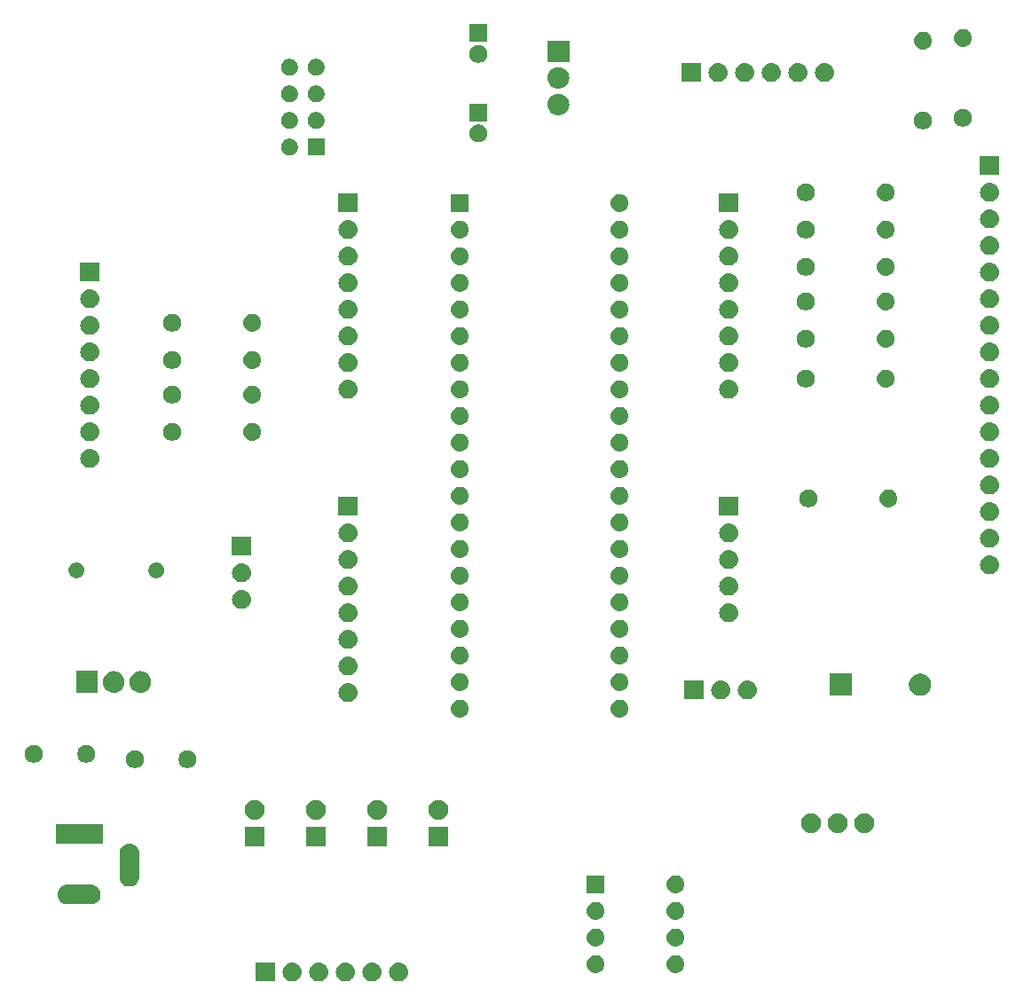
<source format=gbs>
G04 #@! TF.GenerationSoftware,KiCad,Pcbnew,5.1.1-8be2ce7~80~ubuntu18.04.1*
G04 #@! TF.CreationDate,2019-04-28T23:59:19-05:00*
G04 #@! TF.ProjectId,Proyecto,50726f79-6563-4746-9f2e-6b696361645f,rev?*
G04 #@! TF.SameCoordinates,Original*
G04 #@! TF.FileFunction,Soldermask,Bot*
G04 #@! TF.FilePolarity,Negative*
%FSLAX46Y46*%
G04 Gerber Fmt 4.6, Leading zero omitted, Abs format (unit mm)*
G04 Created by KiCad (PCBNEW 5.1.1-8be2ce7~80~ubuntu18.04.1) date 2019-04-28 23:59:19*
%MOMM*%
%LPD*%
G04 APERTURE LIST*
%ADD10C,0.100000*%
G04 APERTURE END LIST*
D10*
G36*
X130412443Y-149981519D02*
G01*
X130478627Y-149988037D01*
X130648466Y-150039557D01*
X130804991Y-150123222D01*
X130840729Y-150152552D01*
X130942186Y-150235814D01*
X131025448Y-150337271D01*
X131054778Y-150373009D01*
X131138443Y-150529534D01*
X131189963Y-150699373D01*
X131207359Y-150876000D01*
X131189963Y-151052627D01*
X131138443Y-151222466D01*
X131054778Y-151378991D01*
X131025448Y-151414729D01*
X130942186Y-151516186D01*
X130840729Y-151599448D01*
X130804991Y-151628778D01*
X130648466Y-151712443D01*
X130478627Y-151763963D01*
X130412442Y-151770482D01*
X130346260Y-151777000D01*
X130257740Y-151777000D01*
X130191558Y-151770482D01*
X130125373Y-151763963D01*
X129955534Y-151712443D01*
X129799009Y-151628778D01*
X129763271Y-151599448D01*
X129661814Y-151516186D01*
X129578552Y-151414729D01*
X129549222Y-151378991D01*
X129465557Y-151222466D01*
X129414037Y-151052627D01*
X129396641Y-150876000D01*
X129414037Y-150699373D01*
X129465557Y-150529534D01*
X129549222Y-150373009D01*
X129578552Y-150337271D01*
X129661814Y-150235814D01*
X129763271Y-150152552D01*
X129799009Y-150123222D01*
X129955534Y-150039557D01*
X130125373Y-149988037D01*
X130191557Y-149981519D01*
X130257740Y-149975000D01*
X130346260Y-149975000D01*
X130412443Y-149981519D01*
X130412443Y-149981519D01*
G37*
G36*
X127872443Y-149981519D02*
G01*
X127938627Y-149988037D01*
X128108466Y-150039557D01*
X128264991Y-150123222D01*
X128300729Y-150152552D01*
X128402186Y-150235814D01*
X128485448Y-150337271D01*
X128514778Y-150373009D01*
X128598443Y-150529534D01*
X128649963Y-150699373D01*
X128667359Y-150876000D01*
X128649963Y-151052627D01*
X128598443Y-151222466D01*
X128514778Y-151378991D01*
X128485448Y-151414729D01*
X128402186Y-151516186D01*
X128300729Y-151599448D01*
X128264991Y-151628778D01*
X128108466Y-151712443D01*
X127938627Y-151763963D01*
X127872442Y-151770482D01*
X127806260Y-151777000D01*
X127717740Y-151777000D01*
X127651558Y-151770482D01*
X127585373Y-151763963D01*
X127415534Y-151712443D01*
X127259009Y-151628778D01*
X127223271Y-151599448D01*
X127121814Y-151516186D01*
X127038552Y-151414729D01*
X127009222Y-151378991D01*
X126925557Y-151222466D01*
X126874037Y-151052627D01*
X126856641Y-150876000D01*
X126874037Y-150699373D01*
X126925557Y-150529534D01*
X127009222Y-150373009D01*
X127038552Y-150337271D01*
X127121814Y-150235814D01*
X127223271Y-150152552D01*
X127259009Y-150123222D01*
X127415534Y-150039557D01*
X127585373Y-149988037D01*
X127651557Y-149981519D01*
X127717740Y-149975000D01*
X127806260Y-149975000D01*
X127872443Y-149981519D01*
X127872443Y-149981519D01*
G37*
G36*
X118503000Y-151777000D02*
G01*
X116701000Y-151777000D01*
X116701000Y-149975000D01*
X118503000Y-149975000D01*
X118503000Y-151777000D01*
X118503000Y-151777000D01*
G37*
G36*
X120252443Y-149981519D02*
G01*
X120318627Y-149988037D01*
X120488466Y-150039557D01*
X120644991Y-150123222D01*
X120680729Y-150152552D01*
X120782186Y-150235814D01*
X120865448Y-150337271D01*
X120894778Y-150373009D01*
X120978443Y-150529534D01*
X121029963Y-150699373D01*
X121047359Y-150876000D01*
X121029963Y-151052627D01*
X120978443Y-151222466D01*
X120894778Y-151378991D01*
X120865448Y-151414729D01*
X120782186Y-151516186D01*
X120680729Y-151599448D01*
X120644991Y-151628778D01*
X120488466Y-151712443D01*
X120318627Y-151763963D01*
X120252442Y-151770482D01*
X120186260Y-151777000D01*
X120097740Y-151777000D01*
X120031558Y-151770482D01*
X119965373Y-151763963D01*
X119795534Y-151712443D01*
X119639009Y-151628778D01*
X119603271Y-151599448D01*
X119501814Y-151516186D01*
X119418552Y-151414729D01*
X119389222Y-151378991D01*
X119305557Y-151222466D01*
X119254037Y-151052627D01*
X119236641Y-150876000D01*
X119254037Y-150699373D01*
X119305557Y-150529534D01*
X119389222Y-150373009D01*
X119418552Y-150337271D01*
X119501814Y-150235814D01*
X119603271Y-150152552D01*
X119639009Y-150123222D01*
X119795534Y-150039557D01*
X119965373Y-149988037D01*
X120031557Y-149981519D01*
X120097740Y-149975000D01*
X120186260Y-149975000D01*
X120252443Y-149981519D01*
X120252443Y-149981519D01*
G37*
G36*
X125332443Y-149981519D02*
G01*
X125398627Y-149988037D01*
X125568466Y-150039557D01*
X125724991Y-150123222D01*
X125760729Y-150152552D01*
X125862186Y-150235814D01*
X125945448Y-150337271D01*
X125974778Y-150373009D01*
X126058443Y-150529534D01*
X126109963Y-150699373D01*
X126127359Y-150876000D01*
X126109963Y-151052627D01*
X126058443Y-151222466D01*
X125974778Y-151378991D01*
X125945448Y-151414729D01*
X125862186Y-151516186D01*
X125760729Y-151599448D01*
X125724991Y-151628778D01*
X125568466Y-151712443D01*
X125398627Y-151763963D01*
X125332442Y-151770482D01*
X125266260Y-151777000D01*
X125177740Y-151777000D01*
X125111558Y-151770482D01*
X125045373Y-151763963D01*
X124875534Y-151712443D01*
X124719009Y-151628778D01*
X124683271Y-151599448D01*
X124581814Y-151516186D01*
X124498552Y-151414729D01*
X124469222Y-151378991D01*
X124385557Y-151222466D01*
X124334037Y-151052627D01*
X124316641Y-150876000D01*
X124334037Y-150699373D01*
X124385557Y-150529534D01*
X124469222Y-150373009D01*
X124498552Y-150337271D01*
X124581814Y-150235814D01*
X124683271Y-150152552D01*
X124719009Y-150123222D01*
X124875534Y-150039557D01*
X125045373Y-149988037D01*
X125111557Y-149981519D01*
X125177740Y-149975000D01*
X125266260Y-149975000D01*
X125332443Y-149981519D01*
X125332443Y-149981519D01*
G37*
G36*
X122792443Y-149981519D02*
G01*
X122858627Y-149988037D01*
X123028466Y-150039557D01*
X123184991Y-150123222D01*
X123220729Y-150152552D01*
X123322186Y-150235814D01*
X123405448Y-150337271D01*
X123434778Y-150373009D01*
X123518443Y-150529534D01*
X123569963Y-150699373D01*
X123587359Y-150876000D01*
X123569963Y-151052627D01*
X123518443Y-151222466D01*
X123434778Y-151378991D01*
X123405448Y-151414729D01*
X123322186Y-151516186D01*
X123220729Y-151599448D01*
X123184991Y-151628778D01*
X123028466Y-151712443D01*
X122858627Y-151763963D01*
X122792442Y-151770482D01*
X122726260Y-151777000D01*
X122637740Y-151777000D01*
X122571558Y-151770482D01*
X122505373Y-151763963D01*
X122335534Y-151712443D01*
X122179009Y-151628778D01*
X122143271Y-151599448D01*
X122041814Y-151516186D01*
X121958552Y-151414729D01*
X121929222Y-151378991D01*
X121845557Y-151222466D01*
X121794037Y-151052627D01*
X121776641Y-150876000D01*
X121794037Y-150699373D01*
X121845557Y-150529534D01*
X121929222Y-150373009D01*
X121958552Y-150337271D01*
X122041814Y-150235814D01*
X122143271Y-150152552D01*
X122179009Y-150123222D01*
X122335534Y-150039557D01*
X122505373Y-149988037D01*
X122571557Y-149981519D01*
X122637740Y-149975000D01*
X122726260Y-149975000D01*
X122792443Y-149981519D01*
X122792443Y-149981519D01*
G37*
G36*
X149264823Y-149275313D02*
G01*
X149425242Y-149323976D01*
X149557906Y-149394886D01*
X149573078Y-149402996D01*
X149702659Y-149509341D01*
X149809004Y-149638922D01*
X149809005Y-149638924D01*
X149888024Y-149786758D01*
X149936687Y-149947177D01*
X149953117Y-150114000D01*
X149936687Y-150280823D01*
X149888024Y-150441242D01*
X149840832Y-150529532D01*
X149809004Y-150589078D01*
X149702659Y-150718659D01*
X149573078Y-150825004D01*
X149573076Y-150825005D01*
X149425242Y-150904024D01*
X149264823Y-150952687D01*
X149139804Y-150965000D01*
X149056196Y-150965000D01*
X148931177Y-150952687D01*
X148770758Y-150904024D01*
X148622924Y-150825005D01*
X148622922Y-150825004D01*
X148493341Y-150718659D01*
X148386996Y-150589078D01*
X148355168Y-150529532D01*
X148307976Y-150441242D01*
X148259313Y-150280823D01*
X148242883Y-150114000D01*
X148259313Y-149947177D01*
X148307976Y-149786758D01*
X148386995Y-149638924D01*
X148386996Y-149638922D01*
X148493341Y-149509341D01*
X148622922Y-149402996D01*
X148638094Y-149394886D01*
X148770758Y-149323976D01*
X148931177Y-149275313D01*
X149056196Y-149263000D01*
X149139804Y-149263000D01*
X149264823Y-149275313D01*
X149264823Y-149275313D01*
G37*
G36*
X156884823Y-149275313D02*
G01*
X157045242Y-149323976D01*
X157177906Y-149394886D01*
X157193078Y-149402996D01*
X157322659Y-149509341D01*
X157429004Y-149638922D01*
X157429005Y-149638924D01*
X157508024Y-149786758D01*
X157556687Y-149947177D01*
X157573117Y-150114000D01*
X157556687Y-150280823D01*
X157508024Y-150441242D01*
X157460832Y-150529532D01*
X157429004Y-150589078D01*
X157322659Y-150718659D01*
X157193078Y-150825004D01*
X157193076Y-150825005D01*
X157045242Y-150904024D01*
X156884823Y-150952687D01*
X156759804Y-150965000D01*
X156676196Y-150965000D01*
X156551177Y-150952687D01*
X156390758Y-150904024D01*
X156242924Y-150825005D01*
X156242922Y-150825004D01*
X156113341Y-150718659D01*
X156006996Y-150589078D01*
X155975168Y-150529532D01*
X155927976Y-150441242D01*
X155879313Y-150280823D01*
X155862883Y-150114000D01*
X155879313Y-149947177D01*
X155927976Y-149786758D01*
X156006995Y-149638924D01*
X156006996Y-149638922D01*
X156113341Y-149509341D01*
X156242922Y-149402996D01*
X156258094Y-149394886D01*
X156390758Y-149323976D01*
X156551177Y-149275313D01*
X156676196Y-149263000D01*
X156759804Y-149263000D01*
X156884823Y-149275313D01*
X156884823Y-149275313D01*
G37*
G36*
X149264823Y-146735313D02*
G01*
X149425242Y-146783976D01*
X149557906Y-146854886D01*
X149573078Y-146862996D01*
X149702659Y-146969341D01*
X149809004Y-147098922D01*
X149809005Y-147098924D01*
X149888024Y-147246758D01*
X149936687Y-147407177D01*
X149953117Y-147574000D01*
X149936687Y-147740823D01*
X149888024Y-147901242D01*
X149817114Y-148033906D01*
X149809004Y-148049078D01*
X149702659Y-148178659D01*
X149573078Y-148285004D01*
X149573076Y-148285005D01*
X149425242Y-148364024D01*
X149264823Y-148412687D01*
X149139804Y-148425000D01*
X149056196Y-148425000D01*
X148931177Y-148412687D01*
X148770758Y-148364024D01*
X148622924Y-148285005D01*
X148622922Y-148285004D01*
X148493341Y-148178659D01*
X148386996Y-148049078D01*
X148378886Y-148033906D01*
X148307976Y-147901242D01*
X148259313Y-147740823D01*
X148242883Y-147574000D01*
X148259313Y-147407177D01*
X148307976Y-147246758D01*
X148386995Y-147098924D01*
X148386996Y-147098922D01*
X148493341Y-146969341D01*
X148622922Y-146862996D01*
X148638094Y-146854886D01*
X148770758Y-146783976D01*
X148931177Y-146735313D01*
X149056196Y-146723000D01*
X149139804Y-146723000D01*
X149264823Y-146735313D01*
X149264823Y-146735313D01*
G37*
G36*
X156884823Y-146735313D02*
G01*
X157045242Y-146783976D01*
X157177906Y-146854886D01*
X157193078Y-146862996D01*
X157322659Y-146969341D01*
X157429004Y-147098922D01*
X157429005Y-147098924D01*
X157508024Y-147246758D01*
X157556687Y-147407177D01*
X157573117Y-147574000D01*
X157556687Y-147740823D01*
X157508024Y-147901242D01*
X157437114Y-148033906D01*
X157429004Y-148049078D01*
X157322659Y-148178659D01*
X157193078Y-148285004D01*
X157193076Y-148285005D01*
X157045242Y-148364024D01*
X156884823Y-148412687D01*
X156759804Y-148425000D01*
X156676196Y-148425000D01*
X156551177Y-148412687D01*
X156390758Y-148364024D01*
X156242924Y-148285005D01*
X156242922Y-148285004D01*
X156113341Y-148178659D01*
X156006996Y-148049078D01*
X155998886Y-148033906D01*
X155927976Y-147901242D01*
X155879313Y-147740823D01*
X155862883Y-147574000D01*
X155879313Y-147407177D01*
X155927976Y-147246758D01*
X156006995Y-147098924D01*
X156006996Y-147098922D01*
X156113341Y-146969341D01*
X156242922Y-146862996D01*
X156258094Y-146854886D01*
X156390758Y-146783976D01*
X156551177Y-146735313D01*
X156676196Y-146723000D01*
X156759804Y-146723000D01*
X156884823Y-146735313D01*
X156884823Y-146735313D01*
G37*
G36*
X156884823Y-144195313D02*
G01*
X157045242Y-144243976D01*
X157177906Y-144314886D01*
X157193078Y-144322996D01*
X157322659Y-144429341D01*
X157429004Y-144558922D01*
X157429005Y-144558924D01*
X157508024Y-144706758D01*
X157556687Y-144867177D01*
X157573117Y-145034000D01*
X157556687Y-145200823D01*
X157508024Y-145361242D01*
X157437114Y-145493906D01*
X157429004Y-145509078D01*
X157322659Y-145638659D01*
X157193078Y-145745004D01*
X157193076Y-145745005D01*
X157045242Y-145824024D01*
X156884823Y-145872687D01*
X156759804Y-145885000D01*
X156676196Y-145885000D01*
X156551177Y-145872687D01*
X156390758Y-145824024D01*
X156242924Y-145745005D01*
X156242922Y-145745004D01*
X156113341Y-145638659D01*
X156006996Y-145509078D01*
X155998886Y-145493906D01*
X155927976Y-145361242D01*
X155879313Y-145200823D01*
X155862883Y-145034000D01*
X155879313Y-144867177D01*
X155927976Y-144706758D01*
X156006995Y-144558924D01*
X156006996Y-144558922D01*
X156113341Y-144429341D01*
X156242922Y-144322996D01*
X156258094Y-144314886D01*
X156390758Y-144243976D01*
X156551177Y-144195313D01*
X156676196Y-144183000D01*
X156759804Y-144183000D01*
X156884823Y-144195313D01*
X156884823Y-144195313D01*
G37*
G36*
X149264823Y-144195313D02*
G01*
X149425242Y-144243976D01*
X149557906Y-144314886D01*
X149573078Y-144322996D01*
X149702659Y-144429341D01*
X149809004Y-144558922D01*
X149809005Y-144558924D01*
X149888024Y-144706758D01*
X149936687Y-144867177D01*
X149953117Y-145034000D01*
X149936687Y-145200823D01*
X149888024Y-145361242D01*
X149817114Y-145493906D01*
X149809004Y-145509078D01*
X149702659Y-145638659D01*
X149573078Y-145745004D01*
X149573076Y-145745005D01*
X149425242Y-145824024D01*
X149264823Y-145872687D01*
X149139804Y-145885000D01*
X149056196Y-145885000D01*
X148931177Y-145872687D01*
X148770758Y-145824024D01*
X148622924Y-145745005D01*
X148622922Y-145745004D01*
X148493341Y-145638659D01*
X148386996Y-145509078D01*
X148378886Y-145493906D01*
X148307976Y-145361242D01*
X148259313Y-145200823D01*
X148242883Y-145034000D01*
X148259313Y-144867177D01*
X148307976Y-144706758D01*
X148386995Y-144558924D01*
X148386996Y-144558922D01*
X148493341Y-144429341D01*
X148622922Y-144322996D01*
X148638094Y-144314886D01*
X148770758Y-144243976D01*
X148931177Y-144195313D01*
X149056196Y-144183000D01*
X149139804Y-144183000D01*
X149264823Y-144195313D01*
X149264823Y-144195313D01*
G37*
G36*
X101108425Y-142530760D02*
G01*
X101108428Y-142530761D01*
X101108429Y-142530761D01*
X101287693Y-142585140D01*
X101287696Y-142585142D01*
X101287697Y-142585142D01*
X101452903Y-142673446D01*
X101597712Y-142792288D01*
X101716554Y-142937097D01*
X101802910Y-143098659D01*
X101804860Y-143102307D01*
X101836013Y-143205005D01*
X101859240Y-143281575D01*
X101877601Y-143468000D01*
X101859240Y-143654425D01*
X101859239Y-143654428D01*
X101859239Y-143654429D01*
X101804860Y-143833693D01*
X101804858Y-143833696D01*
X101804858Y-143833697D01*
X101716554Y-143998903D01*
X101597712Y-144143712D01*
X101452903Y-144262554D01*
X101339825Y-144322995D01*
X101287693Y-144350860D01*
X101108429Y-144405239D01*
X101108428Y-144405239D01*
X101108425Y-144405240D01*
X100968718Y-144419000D01*
X98675282Y-144419000D01*
X98535575Y-144405240D01*
X98535572Y-144405239D01*
X98535571Y-144405239D01*
X98356307Y-144350860D01*
X98304175Y-144322995D01*
X98191097Y-144262554D01*
X98046288Y-144143712D01*
X97927446Y-143998903D01*
X97839142Y-143833697D01*
X97839142Y-143833696D01*
X97839140Y-143833693D01*
X97784761Y-143654429D01*
X97784761Y-143654428D01*
X97784760Y-143654425D01*
X97766399Y-143468000D01*
X97784760Y-143281575D01*
X97807987Y-143205005D01*
X97839140Y-143102307D01*
X97841090Y-143098659D01*
X97927446Y-142937097D01*
X98046288Y-142792288D01*
X98191097Y-142673446D01*
X98356303Y-142585142D01*
X98356304Y-142585142D01*
X98356307Y-142585140D01*
X98535571Y-142530761D01*
X98535572Y-142530761D01*
X98535575Y-142530760D01*
X98675282Y-142517000D01*
X100968718Y-142517000D01*
X101108425Y-142530760D01*
X101108425Y-142530760D01*
G37*
G36*
X149949000Y-143345000D02*
G01*
X148247000Y-143345000D01*
X148247000Y-141643000D01*
X149949000Y-141643000D01*
X149949000Y-143345000D01*
X149949000Y-143345000D01*
G37*
G36*
X156884823Y-141655313D02*
G01*
X157045242Y-141703976D01*
X157177906Y-141774886D01*
X157193078Y-141782996D01*
X157322659Y-141889341D01*
X157429004Y-142018922D01*
X157429005Y-142018924D01*
X157508024Y-142166758D01*
X157556687Y-142327177D01*
X157573117Y-142494000D01*
X157556687Y-142660823D01*
X157508024Y-142821242D01*
X157446098Y-142937097D01*
X157429004Y-142969078D01*
X157322659Y-143098659D01*
X157193078Y-143205004D01*
X157193076Y-143205005D01*
X157045242Y-143284024D01*
X156884823Y-143332687D01*
X156759804Y-143345000D01*
X156676196Y-143345000D01*
X156551177Y-143332687D01*
X156390758Y-143284024D01*
X156242924Y-143205005D01*
X156242922Y-143205004D01*
X156113341Y-143098659D01*
X156006996Y-142969078D01*
X155989902Y-142937097D01*
X155927976Y-142821242D01*
X155879313Y-142660823D01*
X155862883Y-142494000D01*
X155879313Y-142327177D01*
X155927976Y-142166758D01*
X156006995Y-142018924D01*
X156006996Y-142018922D01*
X156113341Y-141889341D01*
X156242922Y-141782996D01*
X156258094Y-141774886D01*
X156390758Y-141703976D01*
X156551177Y-141655313D01*
X156676196Y-141643000D01*
X156759804Y-141643000D01*
X156884823Y-141655313D01*
X156884823Y-141655313D01*
G37*
G36*
X104808424Y-138630760D02*
G01*
X104808427Y-138630761D01*
X104808428Y-138630761D01*
X104987692Y-138685140D01*
X104987695Y-138685142D01*
X104987696Y-138685142D01*
X105152903Y-138773446D01*
X105297712Y-138892288D01*
X105416554Y-139037097D01*
X105504858Y-139202303D01*
X105504860Y-139202307D01*
X105504860Y-139202308D01*
X105559240Y-139381575D01*
X105573000Y-139521282D01*
X105573000Y-141814718D01*
X105559240Y-141954425D01*
X105559239Y-141954428D01*
X105559239Y-141954429D01*
X105504860Y-142133693D01*
X105504858Y-142133696D01*
X105504858Y-142133697D01*
X105416554Y-142298903D01*
X105297712Y-142443712D01*
X105152903Y-142562554D01*
X104987697Y-142650858D01*
X104987693Y-142650860D01*
X104808429Y-142705239D01*
X104808428Y-142705239D01*
X104808425Y-142705240D01*
X104622000Y-142723601D01*
X104435576Y-142705240D01*
X104435573Y-142705239D01*
X104435572Y-142705239D01*
X104256308Y-142650860D01*
X104256304Y-142650858D01*
X104091098Y-142562554D01*
X103946289Y-142443712D01*
X103827447Y-142298903D01*
X103739143Y-142133697D01*
X103739143Y-142133696D01*
X103739141Y-142133693D01*
X103684762Y-141954429D01*
X103684762Y-141954428D01*
X103684761Y-141954425D01*
X103671001Y-141814718D01*
X103671000Y-139521283D01*
X103684760Y-139381576D01*
X103684761Y-139381572D01*
X103739140Y-139202308D01*
X103739143Y-139202303D01*
X103827446Y-139037097D01*
X103946288Y-138892288D01*
X104091097Y-138773446D01*
X104256303Y-138685142D01*
X104256304Y-138685142D01*
X104256307Y-138685140D01*
X104435571Y-138630761D01*
X104435572Y-138630761D01*
X104435575Y-138630760D01*
X104622000Y-138612399D01*
X104808424Y-138630760D01*
X104808424Y-138630760D01*
G37*
G36*
X117537000Y-138873000D02*
G01*
X115635000Y-138873000D01*
X115635000Y-136971000D01*
X117537000Y-136971000D01*
X117537000Y-138873000D01*
X117537000Y-138873000D01*
G37*
G36*
X135063000Y-138873000D02*
G01*
X133161000Y-138873000D01*
X133161000Y-136971000D01*
X135063000Y-136971000D01*
X135063000Y-138873000D01*
X135063000Y-138873000D01*
G37*
G36*
X129221000Y-138873000D02*
G01*
X127319000Y-138873000D01*
X127319000Y-136971000D01*
X129221000Y-136971000D01*
X129221000Y-138873000D01*
X129221000Y-138873000D01*
G37*
G36*
X123379000Y-138873000D02*
G01*
X121477000Y-138873000D01*
X121477000Y-136971000D01*
X123379000Y-136971000D01*
X123379000Y-138873000D01*
X123379000Y-138873000D01*
G37*
G36*
X102073000Y-138619000D02*
G01*
X97571000Y-138619000D01*
X97571000Y-136717000D01*
X102073000Y-136717000D01*
X102073000Y-138619000D01*
X102073000Y-138619000D01*
G37*
G36*
X175029395Y-135737546D02*
G01*
X175202466Y-135809234D01*
X175279818Y-135860919D01*
X175358227Y-135913310D01*
X175490690Y-136045773D01*
X175490691Y-136045775D01*
X175594766Y-136201534D01*
X175666454Y-136374605D01*
X175703000Y-136558333D01*
X175703000Y-136745667D01*
X175666454Y-136929395D01*
X175594766Y-137102466D01*
X175594765Y-137102467D01*
X175490690Y-137258227D01*
X175358227Y-137390690D01*
X175279818Y-137443081D01*
X175202466Y-137494766D01*
X175029395Y-137566454D01*
X174845667Y-137603000D01*
X174658333Y-137603000D01*
X174474605Y-137566454D01*
X174301534Y-137494766D01*
X174224182Y-137443081D01*
X174145773Y-137390690D01*
X174013310Y-137258227D01*
X173909235Y-137102467D01*
X173909234Y-137102466D01*
X173837546Y-136929395D01*
X173801000Y-136745667D01*
X173801000Y-136558333D01*
X173837546Y-136374605D01*
X173909234Y-136201534D01*
X174013309Y-136045775D01*
X174013310Y-136045773D01*
X174145773Y-135913310D01*
X174224182Y-135860919D01*
X174301534Y-135809234D01*
X174474605Y-135737546D01*
X174658333Y-135701000D01*
X174845667Y-135701000D01*
X175029395Y-135737546D01*
X175029395Y-135737546D01*
G37*
G36*
X172489395Y-135737546D02*
G01*
X172662466Y-135809234D01*
X172739818Y-135860919D01*
X172818227Y-135913310D01*
X172950690Y-136045773D01*
X172950691Y-136045775D01*
X173054766Y-136201534D01*
X173126454Y-136374605D01*
X173163000Y-136558333D01*
X173163000Y-136745667D01*
X173126454Y-136929395D01*
X173054766Y-137102466D01*
X173054765Y-137102467D01*
X172950690Y-137258227D01*
X172818227Y-137390690D01*
X172739818Y-137443081D01*
X172662466Y-137494766D01*
X172489395Y-137566454D01*
X172305667Y-137603000D01*
X172118333Y-137603000D01*
X171934605Y-137566454D01*
X171761534Y-137494766D01*
X171684182Y-137443081D01*
X171605773Y-137390690D01*
X171473310Y-137258227D01*
X171369235Y-137102467D01*
X171369234Y-137102466D01*
X171297546Y-136929395D01*
X171261000Y-136745667D01*
X171261000Y-136558333D01*
X171297546Y-136374605D01*
X171369234Y-136201534D01*
X171473309Y-136045775D01*
X171473310Y-136045773D01*
X171605773Y-135913310D01*
X171684182Y-135860919D01*
X171761534Y-135809234D01*
X171934605Y-135737546D01*
X172118333Y-135701000D01*
X172305667Y-135701000D01*
X172489395Y-135737546D01*
X172489395Y-135737546D01*
G37*
G36*
X169949395Y-135737546D02*
G01*
X170122466Y-135809234D01*
X170199818Y-135860919D01*
X170278227Y-135913310D01*
X170410690Y-136045773D01*
X170410691Y-136045775D01*
X170514766Y-136201534D01*
X170586454Y-136374605D01*
X170623000Y-136558333D01*
X170623000Y-136745667D01*
X170586454Y-136929395D01*
X170514766Y-137102466D01*
X170514765Y-137102467D01*
X170410690Y-137258227D01*
X170278227Y-137390690D01*
X170199818Y-137443081D01*
X170122466Y-137494766D01*
X169949395Y-137566454D01*
X169765667Y-137603000D01*
X169578333Y-137603000D01*
X169394605Y-137566454D01*
X169221534Y-137494766D01*
X169144182Y-137443081D01*
X169065773Y-137390690D01*
X168933310Y-137258227D01*
X168829235Y-137102467D01*
X168829234Y-137102466D01*
X168757546Y-136929395D01*
X168721000Y-136745667D01*
X168721000Y-136558333D01*
X168757546Y-136374605D01*
X168829234Y-136201534D01*
X168933309Y-136045775D01*
X168933310Y-136045773D01*
X169065773Y-135913310D01*
X169144182Y-135860919D01*
X169221534Y-135809234D01*
X169394605Y-135737546D01*
X169578333Y-135701000D01*
X169765667Y-135701000D01*
X169949395Y-135737546D01*
X169949395Y-135737546D01*
G37*
G36*
X134389395Y-134467546D02*
G01*
X134562466Y-134539234D01*
X134562467Y-134539235D01*
X134718227Y-134643310D01*
X134850690Y-134775773D01*
X134850691Y-134775775D01*
X134954766Y-134931534D01*
X135026454Y-135104605D01*
X135063000Y-135288333D01*
X135063000Y-135475667D01*
X135026454Y-135659395D01*
X134954766Y-135832466D01*
X134954765Y-135832467D01*
X134850690Y-135988227D01*
X134718227Y-136120690D01*
X134639818Y-136173081D01*
X134562466Y-136224766D01*
X134389395Y-136296454D01*
X134205667Y-136333000D01*
X134018333Y-136333000D01*
X133834605Y-136296454D01*
X133661534Y-136224766D01*
X133584182Y-136173081D01*
X133505773Y-136120690D01*
X133373310Y-135988227D01*
X133269235Y-135832467D01*
X133269234Y-135832466D01*
X133197546Y-135659395D01*
X133161000Y-135475667D01*
X133161000Y-135288333D01*
X133197546Y-135104605D01*
X133269234Y-134931534D01*
X133373309Y-134775775D01*
X133373310Y-134775773D01*
X133505773Y-134643310D01*
X133661533Y-134539235D01*
X133661534Y-134539234D01*
X133834605Y-134467546D01*
X134018333Y-134431000D01*
X134205667Y-134431000D01*
X134389395Y-134467546D01*
X134389395Y-134467546D01*
G37*
G36*
X122705395Y-134467546D02*
G01*
X122878466Y-134539234D01*
X122878467Y-134539235D01*
X123034227Y-134643310D01*
X123166690Y-134775773D01*
X123166691Y-134775775D01*
X123270766Y-134931534D01*
X123342454Y-135104605D01*
X123379000Y-135288333D01*
X123379000Y-135475667D01*
X123342454Y-135659395D01*
X123270766Y-135832466D01*
X123270765Y-135832467D01*
X123166690Y-135988227D01*
X123034227Y-136120690D01*
X122955818Y-136173081D01*
X122878466Y-136224766D01*
X122705395Y-136296454D01*
X122521667Y-136333000D01*
X122334333Y-136333000D01*
X122150605Y-136296454D01*
X121977534Y-136224766D01*
X121900182Y-136173081D01*
X121821773Y-136120690D01*
X121689310Y-135988227D01*
X121585235Y-135832467D01*
X121585234Y-135832466D01*
X121513546Y-135659395D01*
X121477000Y-135475667D01*
X121477000Y-135288333D01*
X121513546Y-135104605D01*
X121585234Y-134931534D01*
X121689309Y-134775775D01*
X121689310Y-134775773D01*
X121821773Y-134643310D01*
X121977533Y-134539235D01*
X121977534Y-134539234D01*
X122150605Y-134467546D01*
X122334333Y-134431000D01*
X122521667Y-134431000D01*
X122705395Y-134467546D01*
X122705395Y-134467546D01*
G37*
G36*
X128547395Y-134467546D02*
G01*
X128720466Y-134539234D01*
X128720467Y-134539235D01*
X128876227Y-134643310D01*
X129008690Y-134775773D01*
X129008691Y-134775775D01*
X129112766Y-134931534D01*
X129184454Y-135104605D01*
X129221000Y-135288333D01*
X129221000Y-135475667D01*
X129184454Y-135659395D01*
X129112766Y-135832466D01*
X129112765Y-135832467D01*
X129008690Y-135988227D01*
X128876227Y-136120690D01*
X128797818Y-136173081D01*
X128720466Y-136224766D01*
X128547395Y-136296454D01*
X128363667Y-136333000D01*
X128176333Y-136333000D01*
X127992605Y-136296454D01*
X127819534Y-136224766D01*
X127742182Y-136173081D01*
X127663773Y-136120690D01*
X127531310Y-135988227D01*
X127427235Y-135832467D01*
X127427234Y-135832466D01*
X127355546Y-135659395D01*
X127319000Y-135475667D01*
X127319000Y-135288333D01*
X127355546Y-135104605D01*
X127427234Y-134931534D01*
X127531309Y-134775775D01*
X127531310Y-134775773D01*
X127663773Y-134643310D01*
X127819533Y-134539235D01*
X127819534Y-134539234D01*
X127992605Y-134467546D01*
X128176333Y-134431000D01*
X128363667Y-134431000D01*
X128547395Y-134467546D01*
X128547395Y-134467546D01*
G37*
G36*
X116863395Y-134467546D02*
G01*
X117036466Y-134539234D01*
X117036467Y-134539235D01*
X117192227Y-134643310D01*
X117324690Y-134775773D01*
X117324691Y-134775775D01*
X117428766Y-134931534D01*
X117500454Y-135104605D01*
X117537000Y-135288333D01*
X117537000Y-135475667D01*
X117500454Y-135659395D01*
X117428766Y-135832466D01*
X117428765Y-135832467D01*
X117324690Y-135988227D01*
X117192227Y-136120690D01*
X117113818Y-136173081D01*
X117036466Y-136224766D01*
X116863395Y-136296454D01*
X116679667Y-136333000D01*
X116492333Y-136333000D01*
X116308605Y-136296454D01*
X116135534Y-136224766D01*
X116058182Y-136173081D01*
X115979773Y-136120690D01*
X115847310Y-135988227D01*
X115743235Y-135832467D01*
X115743234Y-135832466D01*
X115671546Y-135659395D01*
X115635000Y-135475667D01*
X115635000Y-135288333D01*
X115671546Y-135104605D01*
X115743234Y-134931534D01*
X115847309Y-134775775D01*
X115847310Y-134775773D01*
X115979773Y-134643310D01*
X116135533Y-134539235D01*
X116135534Y-134539234D01*
X116308605Y-134467546D01*
X116492333Y-134431000D01*
X116679667Y-134431000D01*
X116863395Y-134467546D01*
X116863395Y-134467546D01*
G37*
G36*
X105404228Y-129737703D02*
G01*
X105559100Y-129801853D01*
X105698481Y-129894985D01*
X105817015Y-130013519D01*
X105910147Y-130152900D01*
X105974297Y-130307772D01*
X106007000Y-130472184D01*
X106007000Y-130639816D01*
X105974297Y-130804228D01*
X105910147Y-130959100D01*
X105817015Y-131098481D01*
X105698481Y-131217015D01*
X105559100Y-131310147D01*
X105404228Y-131374297D01*
X105239816Y-131407000D01*
X105072184Y-131407000D01*
X104907772Y-131374297D01*
X104752900Y-131310147D01*
X104613519Y-131217015D01*
X104494985Y-131098481D01*
X104401853Y-130959100D01*
X104337703Y-130804228D01*
X104305000Y-130639816D01*
X104305000Y-130472184D01*
X104337703Y-130307772D01*
X104401853Y-130152900D01*
X104494985Y-130013519D01*
X104613519Y-129894985D01*
X104752900Y-129801853D01*
X104907772Y-129737703D01*
X105072184Y-129705000D01*
X105239816Y-129705000D01*
X105404228Y-129737703D01*
X105404228Y-129737703D01*
G37*
G36*
X110404228Y-129737703D02*
G01*
X110559100Y-129801853D01*
X110698481Y-129894985D01*
X110817015Y-130013519D01*
X110910147Y-130152900D01*
X110974297Y-130307772D01*
X111007000Y-130472184D01*
X111007000Y-130639816D01*
X110974297Y-130804228D01*
X110910147Y-130959100D01*
X110817015Y-131098481D01*
X110698481Y-131217015D01*
X110559100Y-131310147D01*
X110404228Y-131374297D01*
X110239816Y-131407000D01*
X110072184Y-131407000D01*
X109907772Y-131374297D01*
X109752900Y-131310147D01*
X109613519Y-131217015D01*
X109494985Y-131098481D01*
X109401853Y-130959100D01*
X109337703Y-130804228D01*
X109305000Y-130639816D01*
X109305000Y-130472184D01*
X109337703Y-130307772D01*
X109401853Y-130152900D01*
X109494985Y-130013519D01*
X109613519Y-129894985D01*
X109752900Y-129801853D01*
X109907772Y-129737703D01*
X110072184Y-129705000D01*
X110239816Y-129705000D01*
X110404228Y-129737703D01*
X110404228Y-129737703D01*
G37*
G36*
X100752228Y-129229703D02*
G01*
X100907100Y-129293853D01*
X101046481Y-129386985D01*
X101165015Y-129505519D01*
X101258147Y-129644900D01*
X101322297Y-129799772D01*
X101355000Y-129964184D01*
X101355000Y-130131816D01*
X101322297Y-130296228D01*
X101258147Y-130451100D01*
X101165015Y-130590481D01*
X101046481Y-130709015D01*
X100907100Y-130802147D01*
X100752228Y-130866297D01*
X100587816Y-130899000D01*
X100420184Y-130899000D01*
X100255772Y-130866297D01*
X100100900Y-130802147D01*
X99961519Y-130709015D01*
X99842985Y-130590481D01*
X99749853Y-130451100D01*
X99685703Y-130296228D01*
X99653000Y-130131816D01*
X99653000Y-129964184D01*
X99685703Y-129799772D01*
X99749853Y-129644900D01*
X99842985Y-129505519D01*
X99961519Y-129386985D01*
X100100900Y-129293853D01*
X100255772Y-129229703D01*
X100420184Y-129197000D01*
X100587816Y-129197000D01*
X100752228Y-129229703D01*
X100752228Y-129229703D01*
G37*
G36*
X95752228Y-129229703D02*
G01*
X95907100Y-129293853D01*
X96046481Y-129386985D01*
X96165015Y-129505519D01*
X96258147Y-129644900D01*
X96322297Y-129799772D01*
X96355000Y-129964184D01*
X96355000Y-130131816D01*
X96322297Y-130296228D01*
X96258147Y-130451100D01*
X96165015Y-130590481D01*
X96046481Y-130709015D01*
X95907100Y-130802147D01*
X95752228Y-130866297D01*
X95587816Y-130899000D01*
X95420184Y-130899000D01*
X95255772Y-130866297D01*
X95100900Y-130802147D01*
X94961519Y-130709015D01*
X94842985Y-130590481D01*
X94749853Y-130451100D01*
X94685703Y-130296228D01*
X94653000Y-130131816D01*
X94653000Y-129964184D01*
X94685703Y-129799772D01*
X94749853Y-129644900D01*
X94842985Y-129505519D01*
X94961519Y-129386985D01*
X95100900Y-129293853D01*
X95255772Y-129229703D01*
X95420184Y-129197000D01*
X95587816Y-129197000D01*
X95752228Y-129229703D01*
X95752228Y-129229703D01*
G37*
G36*
X151550823Y-124891313D02*
G01*
X151711242Y-124939976D01*
X151843906Y-125010886D01*
X151859078Y-125018996D01*
X151988659Y-125125341D01*
X152095004Y-125254922D01*
X152095005Y-125254924D01*
X152174024Y-125402758D01*
X152222687Y-125563177D01*
X152239117Y-125730000D01*
X152222687Y-125896823D01*
X152174024Y-126057242D01*
X152103114Y-126189906D01*
X152095004Y-126205078D01*
X151988659Y-126334659D01*
X151859078Y-126441004D01*
X151859076Y-126441005D01*
X151711242Y-126520024D01*
X151550823Y-126568687D01*
X151425804Y-126581000D01*
X151342196Y-126581000D01*
X151217177Y-126568687D01*
X151056758Y-126520024D01*
X150908924Y-126441005D01*
X150908922Y-126441004D01*
X150779341Y-126334659D01*
X150672996Y-126205078D01*
X150664886Y-126189906D01*
X150593976Y-126057242D01*
X150545313Y-125896823D01*
X150528883Y-125730000D01*
X150545313Y-125563177D01*
X150593976Y-125402758D01*
X150672995Y-125254924D01*
X150672996Y-125254922D01*
X150779341Y-125125341D01*
X150908922Y-125018996D01*
X150924094Y-125010886D01*
X151056758Y-124939976D01*
X151217177Y-124891313D01*
X151342196Y-124879000D01*
X151425804Y-124879000D01*
X151550823Y-124891313D01*
X151550823Y-124891313D01*
G37*
G36*
X136310823Y-124891313D02*
G01*
X136471242Y-124939976D01*
X136603906Y-125010886D01*
X136619078Y-125018996D01*
X136748659Y-125125341D01*
X136855004Y-125254922D01*
X136855005Y-125254924D01*
X136934024Y-125402758D01*
X136982687Y-125563177D01*
X136999117Y-125730000D01*
X136982687Y-125896823D01*
X136934024Y-126057242D01*
X136863114Y-126189906D01*
X136855004Y-126205078D01*
X136748659Y-126334659D01*
X136619078Y-126441004D01*
X136619076Y-126441005D01*
X136471242Y-126520024D01*
X136310823Y-126568687D01*
X136185804Y-126581000D01*
X136102196Y-126581000D01*
X135977177Y-126568687D01*
X135816758Y-126520024D01*
X135668924Y-126441005D01*
X135668922Y-126441004D01*
X135539341Y-126334659D01*
X135432996Y-126205078D01*
X135424886Y-126189906D01*
X135353976Y-126057242D01*
X135305313Y-125896823D01*
X135288883Y-125730000D01*
X135305313Y-125563177D01*
X135353976Y-125402758D01*
X135432995Y-125254924D01*
X135432996Y-125254922D01*
X135539341Y-125125341D01*
X135668922Y-125018996D01*
X135684094Y-125010886D01*
X135816758Y-124939976D01*
X135977177Y-124891313D01*
X136102196Y-124879000D01*
X136185804Y-124879000D01*
X136310823Y-124891313D01*
X136310823Y-124891313D01*
G37*
G36*
X125586442Y-123311518D02*
G01*
X125652627Y-123318037D01*
X125822466Y-123369557D01*
X125978991Y-123453222D01*
X126014729Y-123482552D01*
X126116186Y-123565814D01*
X126197647Y-123665076D01*
X126228778Y-123703009D01*
X126312443Y-123859534D01*
X126363963Y-124029373D01*
X126381359Y-124206000D01*
X126363963Y-124382627D01*
X126312443Y-124552466D01*
X126228778Y-124708991D01*
X126199448Y-124744729D01*
X126116186Y-124846186D01*
X126014729Y-124929448D01*
X125978991Y-124958778D01*
X125822466Y-125042443D01*
X125652627Y-125093963D01*
X125586443Y-125100481D01*
X125520260Y-125107000D01*
X125431740Y-125107000D01*
X125365557Y-125100481D01*
X125299373Y-125093963D01*
X125129534Y-125042443D01*
X124973009Y-124958778D01*
X124937271Y-124929448D01*
X124835814Y-124846186D01*
X124752552Y-124744729D01*
X124723222Y-124708991D01*
X124639557Y-124552466D01*
X124588037Y-124382627D01*
X124570641Y-124206000D01*
X124588037Y-124029373D01*
X124639557Y-123859534D01*
X124723222Y-123703009D01*
X124754353Y-123665076D01*
X124835814Y-123565814D01*
X124937271Y-123482552D01*
X124973009Y-123453222D01*
X125129534Y-123369557D01*
X125299373Y-123318037D01*
X125365558Y-123311518D01*
X125431740Y-123305000D01*
X125520260Y-123305000D01*
X125586442Y-123311518D01*
X125586442Y-123311518D01*
G37*
G36*
X161146442Y-123057518D02*
G01*
X161212627Y-123064037D01*
X161382466Y-123115557D01*
X161538991Y-123199222D01*
X161574729Y-123228552D01*
X161676186Y-123311814D01*
X161759448Y-123413271D01*
X161788778Y-123449009D01*
X161788779Y-123449011D01*
X161841432Y-123547516D01*
X161872443Y-123605534D01*
X161923963Y-123775373D01*
X161941359Y-123952000D01*
X161923963Y-124128627D01*
X161872443Y-124298466D01*
X161788778Y-124454991D01*
X161759448Y-124490729D01*
X161676186Y-124592186D01*
X161574729Y-124675448D01*
X161538991Y-124704778D01*
X161382466Y-124788443D01*
X161212627Y-124839963D01*
X161149453Y-124846185D01*
X161080260Y-124853000D01*
X160991740Y-124853000D01*
X160922547Y-124846185D01*
X160859373Y-124839963D01*
X160689534Y-124788443D01*
X160533009Y-124704778D01*
X160497271Y-124675448D01*
X160395814Y-124592186D01*
X160312552Y-124490729D01*
X160283222Y-124454991D01*
X160199557Y-124298466D01*
X160148037Y-124128627D01*
X160130641Y-123952000D01*
X160148037Y-123775373D01*
X160199557Y-123605534D01*
X160230569Y-123547516D01*
X160283221Y-123449011D01*
X160283222Y-123449009D01*
X160312552Y-123413271D01*
X160395814Y-123311814D01*
X160497271Y-123228552D01*
X160533009Y-123199222D01*
X160689534Y-123115557D01*
X160859373Y-123064037D01*
X160925558Y-123057518D01*
X160991740Y-123051000D01*
X161080260Y-123051000D01*
X161146442Y-123057518D01*
X161146442Y-123057518D01*
G37*
G36*
X163686442Y-123057518D02*
G01*
X163752627Y-123064037D01*
X163922466Y-123115557D01*
X164078991Y-123199222D01*
X164114729Y-123228552D01*
X164216186Y-123311814D01*
X164299448Y-123413271D01*
X164328778Y-123449009D01*
X164328779Y-123449011D01*
X164381432Y-123547516D01*
X164412443Y-123605534D01*
X164463963Y-123775373D01*
X164481359Y-123952000D01*
X164463963Y-124128627D01*
X164412443Y-124298466D01*
X164328778Y-124454991D01*
X164299448Y-124490729D01*
X164216186Y-124592186D01*
X164114729Y-124675448D01*
X164078991Y-124704778D01*
X163922466Y-124788443D01*
X163752627Y-124839963D01*
X163689453Y-124846185D01*
X163620260Y-124853000D01*
X163531740Y-124853000D01*
X163462547Y-124846185D01*
X163399373Y-124839963D01*
X163229534Y-124788443D01*
X163073009Y-124704778D01*
X163037271Y-124675448D01*
X162935814Y-124592186D01*
X162852552Y-124490729D01*
X162823222Y-124454991D01*
X162739557Y-124298466D01*
X162688037Y-124128627D01*
X162670641Y-123952000D01*
X162688037Y-123775373D01*
X162739557Y-123605534D01*
X162770569Y-123547516D01*
X162823221Y-123449011D01*
X162823222Y-123449009D01*
X162852552Y-123413271D01*
X162935814Y-123311814D01*
X163037271Y-123228552D01*
X163073009Y-123199222D01*
X163229534Y-123115557D01*
X163399373Y-123064037D01*
X163465558Y-123057518D01*
X163531740Y-123051000D01*
X163620260Y-123051000D01*
X163686442Y-123057518D01*
X163686442Y-123057518D01*
G37*
G36*
X159397000Y-124853000D02*
G01*
X157595000Y-124853000D01*
X157595000Y-123051000D01*
X159397000Y-123051000D01*
X159397000Y-124853000D01*
X159397000Y-124853000D01*
G37*
G36*
X173517000Y-124495000D02*
G01*
X171415000Y-124495000D01*
X171415000Y-122393000D01*
X173517000Y-122393000D01*
X173517000Y-124495000D01*
X173517000Y-124495000D01*
G37*
G36*
X180372564Y-122433389D02*
G01*
X180563833Y-122512615D01*
X180563835Y-122512616D01*
X180735973Y-122627635D01*
X180882365Y-122774027D01*
X180997129Y-122945783D01*
X180997385Y-122946167D01*
X181076611Y-123137436D01*
X181117000Y-123340484D01*
X181117000Y-123547516D01*
X181076611Y-123750564D01*
X181031475Y-123859532D01*
X180997384Y-123941835D01*
X180882365Y-124113973D01*
X180735973Y-124260365D01*
X180563835Y-124375384D01*
X180563834Y-124375385D01*
X180563833Y-124375385D01*
X180372564Y-124454611D01*
X180169516Y-124495000D01*
X179962484Y-124495000D01*
X179759436Y-124454611D01*
X179568167Y-124375385D01*
X179568166Y-124375385D01*
X179568165Y-124375384D01*
X179396027Y-124260365D01*
X179249635Y-124113973D01*
X179134616Y-123941835D01*
X179100525Y-123859532D01*
X179055389Y-123750564D01*
X179015000Y-123547516D01*
X179015000Y-123340484D01*
X179055389Y-123137436D01*
X179134615Y-122946167D01*
X179134872Y-122945783D01*
X179249635Y-122774027D01*
X179396027Y-122627635D01*
X179568165Y-122512616D01*
X179568167Y-122512615D01*
X179759436Y-122433389D01*
X179962484Y-122393000D01*
X180169516Y-122393000D01*
X180372564Y-122433389D01*
X180372564Y-122433389D01*
G37*
G36*
X103320719Y-122153520D02*
G01*
X103509880Y-122210901D01*
X103509883Y-122210902D01*
X103602333Y-122260318D01*
X103684212Y-122304083D01*
X103837015Y-122429485D01*
X103962417Y-122582288D01*
X104055599Y-122756619D01*
X104112980Y-122945780D01*
X104127500Y-123093206D01*
X104127500Y-123286793D01*
X104112980Y-123434219D01*
X104078612Y-123547516D01*
X104055598Y-123623383D01*
X104033312Y-123665076D01*
X103962417Y-123797712D01*
X103837015Y-123950515D01*
X103684212Y-124075917D01*
X103509881Y-124169099D01*
X103320720Y-124226480D01*
X103124000Y-124245855D01*
X102927281Y-124226480D01*
X102738120Y-124169099D01*
X102563788Y-124075917D01*
X102410985Y-123950515D01*
X102285583Y-123797712D01*
X102192401Y-123623381D01*
X102135020Y-123434220D01*
X102120500Y-123286794D01*
X102120500Y-123093207D01*
X102135020Y-122945781D01*
X102192401Y-122756620D01*
X102192402Y-122756617D01*
X102261345Y-122627635D01*
X102285583Y-122582288D01*
X102410985Y-122429485D01*
X102563788Y-122304083D01*
X102738119Y-122210901D01*
X102927280Y-122153520D01*
X103124000Y-122134145D01*
X103320719Y-122153520D01*
X103320719Y-122153520D01*
G37*
G36*
X105860719Y-122153520D02*
G01*
X106049880Y-122210901D01*
X106049883Y-122210902D01*
X106142333Y-122260318D01*
X106224212Y-122304083D01*
X106377015Y-122429485D01*
X106502417Y-122582288D01*
X106595599Y-122756619D01*
X106652980Y-122945780D01*
X106667500Y-123093206D01*
X106667500Y-123286793D01*
X106652980Y-123434219D01*
X106618612Y-123547516D01*
X106595598Y-123623383D01*
X106573312Y-123665076D01*
X106502417Y-123797712D01*
X106377015Y-123950515D01*
X106224212Y-124075917D01*
X106049881Y-124169099D01*
X105860720Y-124226480D01*
X105664000Y-124245855D01*
X105467281Y-124226480D01*
X105278120Y-124169099D01*
X105103788Y-124075917D01*
X104950985Y-123950515D01*
X104825583Y-123797712D01*
X104732401Y-123623381D01*
X104675020Y-123434220D01*
X104660500Y-123286794D01*
X104660500Y-123093207D01*
X104675020Y-122945781D01*
X104732401Y-122756620D01*
X104732402Y-122756617D01*
X104801345Y-122627635D01*
X104825583Y-122582288D01*
X104950985Y-122429485D01*
X105103788Y-122304083D01*
X105278119Y-122210901D01*
X105467280Y-122153520D01*
X105664000Y-122134145D01*
X105860719Y-122153520D01*
X105860719Y-122153520D01*
G37*
G36*
X101587500Y-124241000D02*
G01*
X99580500Y-124241000D01*
X99580500Y-122139000D01*
X101587500Y-122139000D01*
X101587500Y-124241000D01*
X101587500Y-124241000D01*
G37*
G36*
X136310823Y-122351313D02*
G01*
X136471242Y-122399976D01*
X136526449Y-122429485D01*
X136619078Y-122478996D01*
X136748659Y-122585341D01*
X136855004Y-122714922D01*
X136855005Y-122714924D01*
X136934024Y-122862758D01*
X136982687Y-123023177D01*
X136999117Y-123190000D01*
X136982687Y-123356823D01*
X136934024Y-123517242D01*
X136908061Y-123565815D01*
X136855004Y-123665078D01*
X136748659Y-123794659D01*
X136619078Y-123901004D01*
X136619076Y-123901005D01*
X136471242Y-123980024D01*
X136310823Y-124028687D01*
X136185804Y-124041000D01*
X136102196Y-124041000D01*
X135977177Y-124028687D01*
X135816758Y-123980024D01*
X135668924Y-123901005D01*
X135668922Y-123901004D01*
X135539341Y-123794659D01*
X135432996Y-123665078D01*
X135379939Y-123565815D01*
X135353976Y-123517242D01*
X135305313Y-123356823D01*
X135288883Y-123190000D01*
X135305313Y-123023177D01*
X135353976Y-122862758D01*
X135432995Y-122714924D01*
X135432996Y-122714922D01*
X135539341Y-122585341D01*
X135668922Y-122478996D01*
X135761551Y-122429485D01*
X135816758Y-122399976D01*
X135977177Y-122351313D01*
X136102196Y-122339000D01*
X136185804Y-122339000D01*
X136310823Y-122351313D01*
X136310823Y-122351313D01*
G37*
G36*
X151550823Y-122351313D02*
G01*
X151711242Y-122399976D01*
X151766449Y-122429485D01*
X151859078Y-122478996D01*
X151988659Y-122585341D01*
X152095004Y-122714922D01*
X152095005Y-122714924D01*
X152174024Y-122862758D01*
X152222687Y-123023177D01*
X152239117Y-123190000D01*
X152222687Y-123356823D01*
X152174024Y-123517242D01*
X152148061Y-123565815D01*
X152095004Y-123665078D01*
X151988659Y-123794659D01*
X151859078Y-123901004D01*
X151859076Y-123901005D01*
X151711242Y-123980024D01*
X151550823Y-124028687D01*
X151425804Y-124041000D01*
X151342196Y-124041000D01*
X151217177Y-124028687D01*
X151056758Y-123980024D01*
X150908924Y-123901005D01*
X150908922Y-123901004D01*
X150779341Y-123794659D01*
X150672996Y-123665078D01*
X150619939Y-123565815D01*
X150593976Y-123517242D01*
X150545313Y-123356823D01*
X150528883Y-123190000D01*
X150545313Y-123023177D01*
X150593976Y-122862758D01*
X150672995Y-122714924D01*
X150672996Y-122714922D01*
X150779341Y-122585341D01*
X150908922Y-122478996D01*
X151001551Y-122429485D01*
X151056758Y-122399976D01*
X151217177Y-122351313D01*
X151342196Y-122339000D01*
X151425804Y-122339000D01*
X151550823Y-122351313D01*
X151550823Y-122351313D01*
G37*
G36*
X125586442Y-120771518D02*
G01*
X125652627Y-120778037D01*
X125822466Y-120829557D01*
X125978991Y-120913222D01*
X126014729Y-120942552D01*
X126116186Y-121025814D01*
X126197647Y-121125076D01*
X126228778Y-121163009D01*
X126312443Y-121319534D01*
X126363963Y-121489373D01*
X126381359Y-121666000D01*
X126363963Y-121842627D01*
X126312443Y-122012466D01*
X126228778Y-122168991D01*
X126199448Y-122204729D01*
X126116186Y-122306186D01*
X126014729Y-122389448D01*
X125978991Y-122418778D01*
X125822466Y-122502443D01*
X125652627Y-122553963D01*
X125586442Y-122560482D01*
X125520260Y-122567000D01*
X125431740Y-122567000D01*
X125365558Y-122560482D01*
X125299373Y-122553963D01*
X125129534Y-122502443D01*
X124973009Y-122418778D01*
X124937271Y-122389448D01*
X124835814Y-122306186D01*
X124752552Y-122204729D01*
X124723222Y-122168991D01*
X124639557Y-122012466D01*
X124588037Y-121842627D01*
X124570641Y-121666000D01*
X124588037Y-121489373D01*
X124639557Y-121319534D01*
X124723222Y-121163009D01*
X124754353Y-121125076D01*
X124835814Y-121025814D01*
X124937271Y-120942552D01*
X124973009Y-120913222D01*
X125129534Y-120829557D01*
X125299373Y-120778037D01*
X125365558Y-120771518D01*
X125431740Y-120765000D01*
X125520260Y-120765000D01*
X125586442Y-120771518D01*
X125586442Y-120771518D01*
G37*
G36*
X151550823Y-119811313D02*
G01*
X151711242Y-119859976D01*
X151843906Y-119930886D01*
X151859078Y-119938996D01*
X151988659Y-120045341D01*
X152095004Y-120174922D01*
X152095005Y-120174924D01*
X152174024Y-120322758D01*
X152222687Y-120483177D01*
X152239117Y-120650000D01*
X152222687Y-120816823D01*
X152174024Y-120977242D01*
X152148061Y-121025815D01*
X152095004Y-121125078D01*
X151988659Y-121254659D01*
X151859078Y-121361004D01*
X151859076Y-121361005D01*
X151711242Y-121440024D01*
X151550823Y-121488687D01*
X151425804Y-121501000D01*
X151342196Y-121501000D01*
X151217177Y-121488687D01*
X151056758Y-121440024D01*
X150908924Y-121361005D01*
X150908922Y-121361004D01*
X150779341Y-121254659D01*
X150672996Y-121125078D01*
X150619939Y-121025815D01*
X150593976Y-120977242D01*
X150545313Y-120816823D01*
X150528883Y-120650000D01*
X150545313Y-120483177D01*
X150593976Y-120322758D01*
X150672995Y-120174924D01*
X150672996Y-120174922D01*
X150779341Y-120045341D01*
X150908922Y-119938996D01*
X150924094Y-119930886D01*
X151056758Y-119859976D01*
X151217177Y-119811313D01*
X151342196Y-119799000D01*
X151425804Y-119799000D01*
X151550823Y-119811313D01*
X151550823Y-119811313D01*
G37*
G36*
X136310823Y-119811313D02*
G01*
X136471242Y-119859976D01*
X136603906Y-119930886D01*
X136619078Y-119938996D01*
X136748659Y-120045341D01*
X136855004Y-120174922D01*
X136855005Y-120174924D01*
X136934024Y-120322758D01*
X136982687Y-120483177D01*
X136999117Y-120650000D01*
X136982687Y-120816823D01*
X136934024Y-120977242D01*
X136908061Y-121025815D01*
X136855004Y-121125078D01*
X136748659Y-121254659D01*
X136619078Y-121361004D01*
X136619076Y-121361005D01*
X136471242Y-121440024D01*
X136310823Y-121488687D01*
X136185804Y-121501000D01*
X136102196Y-121501000D01*
X135977177Y-121488687D01*
X135816758Y-121440024D01*
X135668924Y-121361005D01*
X135668922Y-121361004D01*
X135539341Y-121254659D01*
X135432996Y-121125078D01*
X135379939Y-121025815D01*
X135353976Y-120977242D01*
X135305313Y-120816823D01*
X135288883Y-120650000D01*
X135305313Y-120483177D01*
X135353976Y-120322758D01*
X135432995Y-120174924D01*
X135432996Y-120174922D01*
X135539341Y-120045341D01*
X135668922Y-119938996D01*
X135684094Y-119930886D01*
X135816758Y-119859976D01*
X135977177Y-119811313D01*
X136102196Y-119799000D01*
X136185804Y-119799000D01*
X136310823Y-119811313D01*
X136310823Y-119811313D01*
G37*
G36*
X125586442Y-118231518D02*
G01*
X125652627Y-118238037D01*
X125822466Y-118289557D01*
X125978991Y-118373222D01*
X126014729Y-118402552D01*
X126116186Y-118485814D01*
X126197647Y-118585076D01*
X126228778Y-118623009D01*
X126312443Y-118779534D01*
X126363963Y-118949373D01*
X126381359Y-119126000D01*
X126363963Y-119302627D01*
X126312443Y-119472466D01*
X126228778Y-119628991D01*
X126199448Y-119664729D01*
X126116186Y-119766186D01*
X126014729Y-119849448D01*
X125978991Y-119878778D01*
X125822466Y-119962443D01*
X125652627Y-120013963D01*
X125586442Y-120020482D01*
X125520260Y-120027000D01*
X125431740Y-120027000D01*
X125365558Y-120020482D01*
X125299373Y-120013963D01*
X125129534Y-119962443D01*
X124973009Y-119878778D01*
X124937271Y-119849448D01*
X124835814Y-119766186D01*
X124752552Y-119664729D01*
X124723222Y-119628991D01*
X124639557Y-119472466D01*
X124588037Y-119302627D01*
X124570641Y-119126000D01*
X124588037Y-118949373D01*
X124639557Y-118779534D01*
X124723222Y-118623009D01*
X124754353Y-118585076D01*
X124835814Y-118485814D01*
X124937271Y-118402552D01*
X124973009Y-118373222D01*
X125129534Y-118289557D01*
X125299373Y-118238037D01*
X125365558Y-118231518D01*
X125431740Y-118225000D01*
X125520260Y-118225000D01*
X125586442Y-118231518D01*
X125586442Y-118231518D01*
G37*
G36*
X136310823Y-117271313D02*
G01*
X136471242Y-117319976D01*
X136603906Y-117390886D01*
X136619078Y-117398996D01*
X136748659Y-117505341D01*
X136855004Y-117634922D01*
X136855005Y-117634924D01*
X136934024Y-117782758D01*
X136982687Y-117943177D01*
X136999117Y-118110000D01*
X136982687Y-118276823D01*
X136934024Y-118437242D01*
X136908061Y-118485815D01*
X136855004Y-118585078D01*
X136748659Y-118714659D01*
X136619078Y-118821004D01*
X136619076Y-118821005D01*
X136471242Y-118900024D01*
X136310823Y-118948687D01*
X136185804Y-118961000D01*
X136102196Y-118961000D01*
X135977177Y-118948687D01*
X135816758Y-118900024D01*
X135668924Y-118821005D01*
X135668922Y-118821004D01*
X135539341Y-118714659D01*
X135432996Y-118585078D01*
X135379939Y-118485815D01*
X135353976Y-118437242D01*
X135305313Y-118276823D01*
X135288883Y-118110000D01*
X135305313Y-117943177D01*
X135353976Y-117782758D01*
X135432995Y-117634924D01*
X135432996Y-117634922D01*
X135539341Y-117505341D01*
X135668922Y-117398996D01*
X135684094Y-117390886D01*
X135816758Y-117319976D01*
X135977177Y-117271313D01*
X136102196Y-117259000D01*
X136185804Y-117259000D01*
X136310823Y-117271313D01*
X136310823Y-117271313D01*
G37*
G36*
X151550823Y-117271313D02*
G01*
X151711242Y-117319976D01*
X151843906Y-117390886D01*
X151859078Y-117398996D01*
X151988659Y-117505341D01*
X152095004Y-117634922D01*
X152095005Y-117634924D01*
X152174024Y-117782758D01*
X152222687Y-117943177D01*
X152239117Y-118110000D01*
X152222687Y-118276823D01*
X152174024Y-118437242D01*
X152148061Y-118485815D01*
X152095004Y-118585078D01*
X151988659Y-118714659D01*
X151859078Y-118821004D01*
X151859076Y-118821005D01*
X151711242Y-118900024D01*
X151550823Y-118948687D01*
X151425804Y-118961000D01*
X151342196Y-118961000D01*
X151217177Y-118948687D01*
X151056758Y-118900024D01*
X150908924Y-118821005D01*
X150908922Y-118821004D01*
X150779341Y-118714659D01*
X150672996Y-118585078D01*
X150619939Y-118485815D01*
X150593976Y-118437242D01*
X150545313Y-118276823D01*
X150528883Y-118110000D01*
X150545313Y-117943177D01*
X150593976Y-117782758D01*
X150672995Y-117634924D01*
X150672996Y-117634922D01*
X150779341Y-117505341D01*
X150908922Y-117398996D01*
X150924094Y-117390886D01*
X151056758Y-117319976D01*
X151217177Y-117271313D01*
X151342196Y-117259000D01*
X151425804Y-117259000D01*
X151550823Y-117271313D01*
X151550823Y-117271313D01*
G37*
G36*
X161908443Y-115691519D02*
G01*
X161974627Y-115698037D01*
X162144466Y-115749557D01*
X162300991Y-115833222D01*
X162336729Y-115862552D01*
X162438186Y-115945814D01*
X162519647Y-116045076D01*
X162550778Y-116083009D01*
X162634443Y-116239534D01*
X162685963Y-116409373D01*
X162703359Y-116586000D01*
X162685963Y-116762627D01*
X162634443Y-116932466D01*
X162550778Y-117088991D01*
X162521448Y-117124729D01*
X162438186Y-117226186D01*
X162336729Y-117309448D01*
X162300991Y-117338778D01*
X162144466Y-117422443D01*
X161974627Y-117473963D01*
X161908442Y-117480482D01*
X161842260Y-117487000D01*
X161753740Y-117487000D01*
X161687558Y-117480482D01*
X161621373Y-117473963D01*
X161451534Y-117422443D01*
X161295009Y-117338778D01*
X161259271Y-117309448D01*
X161157814Y-117226186D01*
X161074552Y-117124729D01*
X161045222Y-117088991D01*
X160961557Y-116932466D01*
X160910037Y-116762627D01*
X160892641Y-116586000D01*
X160910037Y-116409373D01*
X160961557Y-116239534D01*
X161045222Y-116083009D01*
X161076353Y-116045076D01*
X161157814Y-115945814D01*
X161259271Y-115862552D01*
X161295009Y-115833222D01*
X161451534Y-115749557D01*
X161621373Y-115698037D01*
X161687557Y-115691519D01*
X161753740Y-115685000D01*
X161842260Y-115685000D01*
X161908443Y-115691519D01*
X161908443Y-115691519D01*
G37*
G36*
X125586443Y-115691519D02*
G01*
X125652627Y-115698037D01*
X125822466Y-115749557D01*
X125978991Y-115833222D01*
X126014729Y-115862552D01*
X126116186Y-115945814D01*
X126197647Y-116045076D01*
X126228778Y-116083009D01*
X126312443Y-116239534D01*
X126363963Y-116409373D01*
X126381359Y-116586000D01*
X126363963Y-116762627D01*
X126312443Y-116932466D01*
X126228778Y-117088991D01*
X126199448Y-117124729D01*
X126116186Y-117226186D01*
X126014729Y-117309448D01*
X125978991Y-117338778D01*
X125822466Y-117422443D01*
X125652627Y-117473963D01*
X125586442Y-117480482D01*
X125520260Y-117487000D01*
X125431740Y-117487000D01*
X125365558Y-117480482D01*
X125299373Y-117473963D01*
X125129534Y-117422443D01*
X124973009Y-117338778D01*
X124937271Y-117309448D01*
X124835814Y-117226186D01*
X124752552Y-117124729D01*
X124723222Y-117088991D01*
X124639557Y-116932466D01*
X124588037Y-116762627D01*
X124570641Y-116586000D01*
X124588037Y-116409373D01*
X124639557Y-116239534D01*
X124723222Y-116083009D01*
X124754353Y-116045076D01*
X124835814Y-115945814D01*
X124937271Y-115862552D01*
X124973009Y-115833222D01*
X125129534Y-115749557D01*
X125299373Y-115698037D01*
X125365557Y-115691519D01*
X125431740Y-115685000D01*
X125520260Y-115685000D01*
X125586443Y-115691519D01*
X125586443Y-115691519D01*
G37*
G36*
X151550823Y-114731313D02*
G01*
X151711242Y-114779976D01*
X151843906Y-114850886D01*
X151859078Y-114858996D01*
X151988659Y-114965341D01*
X152095004Y-115094922D01*
X152095005Y-115094924D01*
X152174024Y-115242758D01*
X152222687Y-115403177D01*
X152239117Y-115570000D01*
X152222687Y-115736823D01*
X152174024Y-115897242D01*
X152103114Y-116029906D01*
X152095004Y-116045078D01*
X151988659Y-116174659D01*
X151859078Y-116281004D01*
X151859076Y-116281005D01*
X151711242Y-116360024D01*
X151550823Y-116408687D01*
X151425804Y-116421000D01*
X151342196Y-116421000D01*
X151217177Y-116408687D01*
X151056758Y-116360024D01*
X150908924Y-116281005D01*
X150908922Y-116281004D01*
X150779341Y-116174659D01*
X150672996Y-116045078D01*
X150664886Y-116029906D01*
X150593976Y-115897242D01*
X150545313Y-115736823D01*
X150528883Y-115570000D01*
X150545313Y-115403177D01*
X150593976Y-115242758D01*
X150672995Y-115094924D01*
X150672996Y-115094922D01*
X150779341Y-114965341D01*
X150908922Y-114858996D01*
X150924094Y-114850886D01*
X151056758Y-114779976D01*
X151217177Y-114731313D01*
X151342196Y-114719000D01*
X151425804Y-114719000D01*
X151550823Y-114731313D01*
X151550823Y-114731313D01*
G37*
G36*
X136310823Y-114731313D02*
G01*
X136471242Y-114779976D01*
X136603906Y-114850886D01*
X136619078Y-114858996D01*
X136748659Y-114965341D01*
X136855004Y-115094922D01*
X136855005Y-115094924D01*
X136934024Y-115242758D01*
X136982687Y-115403177D01*
X136999117Y-115570000D01*
X136982687Y-115736823D01*
X136934024Y-115897242D01*
X136863114Y-116029906D01*
X136855004Y-116045078D01*
X136748659Y-116174659D01*
X136619078Y-116281004D01*
X136619076Y-116281005D01*
X136471242Y-116360024D01*
X136310823Y-116408687D01*
X136185804Y-116421000D01*
X136102196Y-116421000D01*
X135977177Y-116408687D01*
X135816758Y-116360024D01*
X135668924Y-116281005D01*
X135668922Y-116281004D01*
X135539341Y-116174659D01*
X135432996Y-116045078D01*
X135424886Y-116029906D01*
X135353976Y-115897242D01*
X135305313Y-115736823D01*
X135288883Y-115570000D01*
X135305313Y-115403177D01*
X135353976Y-115242758D01*
X135432995Y-115094924D01*
X135432996Y-115094922D01*
X135539341Y-114965341D01*
X135668922Y-114858996D01*
X135684094Y-114850886D01*
X135816758Y-114779976D01*
X135977177Y-114731313D01*
X136102196Y-114719000D01*
X136185804Y-114719000D01*
X136310823Y-114731313D01*
X136310823Y-114731313D01*
G37*
G36*
X115426442Y-114421518D02*
G01*
X115492627Y-114428037D01*
X115662466Y-114479557D01*
X115818991Y-114563222D01*
X115854729Y-114592552D01*
X115956186Y-114675814D01*
X116039448Y-114777271D01*
X116068778Y-114813009D01*
X116152443Y-114969534D01*
X116203963Y-115139373D01*
X116221359Y-115316000D01*
X116203963Y-115492627D01*
X116152443Y-115662466D01*
X116068778Y-115818991D01*
X116039448Y-115854729D01*
X115956186Y-115956186D01*
X115854729Y-116039448D01*
X115818991Y-116068778D01*
X115662466Y-116152443D01*
X115492627Y-116203963D01*
X115426443Y-116210481D01*
X115360260Y-116217000D01*
X115271740Y-116217000D01*
X115205557Y-116210481D01*
X115139373Y-116203963D01*
X114969534Y-116152443D01*
X114813009Y-116068778D01*
X114777271Y-116039448D01*
X114675814Y-115956186D01*
X114592552Y-115854729D01*
X114563222Y-115818991D01*
X114479557Y-115662466D01*
X114428037Y-115492627D01*
X114410641Y-115316000D01*
X114428037Y-115139373D01*
X114479557Y-114969534D01*
X114563222Y-114813009D01*
X114592552Y-114777271D01*
X114675814Y-114675814D01*
X114777271Y-114592552D01*
X114813009Y-114563222D01*
X114969534Y-114479557D01*
X115139373Y-114428037D01*
X115205558Y-114421518D01*
X115271740Y-114415000D01*
X115360260Y-114415000D01*
X115426442Y-114421518D01*
X115426442Y-114421518D01*
G37*
G36*
X161908442Y-113151518D02*
G01*
X161974627Y-113158037D01*
X162144466Y-113209557D01*
X162300991Y-113293222D01*
X162336729Y-113322552D01*
X162438186Y-113405814D01*
X162519647Y-113505076D01*
X162550778Y-113543009D01*
X162634443Y-113699534D01*
X162685963Y-113869373D01*
X162703359Y-114046000D01*
X162685963Y-114222627D01*
X162634443Y-114392466D01*
X162550778Y-114548991D01*
X162521448Y-114584729D01*
X162438186Y-114686186D01*
X162336729Y-114769448D01*
X162300991Y-114798778D01*
X162144466Y-114882443D01*
X161974627Y-114933963D01*
X161908442Y-114940482D01*
X161842260Y-114947000D01*
X161753740Y-114947000D01*
X161687558Y-114940482D01*
X161621373Y-114933963D01*
X161451534Y-114882443D01*
X161295009Y-114798778D01*
X161259271Y-114769448D01*
X161157814Y-114686186D01*
X161074552Y-114584729D01*
X161045222Y-114548991D01*
X160961557Y-114392466D01*
X160910037Y-114222627D01*
X160892641Y-114046000D01*
X160910037Y-113869373D01*
X160961557Y-113699534D01*
X161045222Y-113543009D01*
X161076353Y-113505076D01*
X161157814Y-113405814D01*
X161259271Y-113322552D01*
X161295009Y-113293222D01*
X161451534Y-113209557D01*
X161621373Y-113158037D01*
X161687558Y-113151518D01*
X161753740Y-113145000D01*
X161842260Y-113145000D01*
X161908442Y-113151518D01*
X161908442Y-113151518D01*
G37*
G36*
X125586442Y-113151518D02*
G01*
X125652627Y-113158037D01*
X125822466Y-113209557D01*
X125978991Y-113293222D01*
X126014729Y-113322552D01*
X126116186Y-113405814D01*
X126197647Y-113505076D01*
X126228778Y-113543009D01*
X126312443Y-113699534D01*
X126363963Y-113869373D01*
X126381359Y-114046000D01*
X126363963Y-114222627D01*
X126312443Y-114392466D01*
X126228778Y-114548991D01*
X126199448Y-114584729D01*
X126116186Y-114686186D01*
X126014729Y-114769448D01*
X125978991Y-114798778D01*
X125822466Y-114882443D01*
X125652627Y-114933963D01*
X125586442Y-114940482D01*
X125520260Y-114947000D01*
X125431740Y-114947000D01*
X125365558Y-114940482D01*
X125299373Y-114933963D01*
X125129534Y-114882443D01*
X124973009Y-114798778D01*
X124937271Y-114769448D01*
X124835814Y-114686186D01*
X124752552Y-114584729D01*
X124723222Y-114548991D01*
X124639557Y-114392466D01*
X124588037Y-114222627D01*
X124570641Y-114046000D01*
X124588037Y-113869373D01*
X124639557Y-113699534D01*
X124723222Y-113543009D01*
X124754353Y-113505076D01*
X124835814Y-113405814D01*
X124937271Y-113322552D01*
X124973009Y-113293222D01*
X125129534Y-113209557D01*
X125299373Y-113158037D01*
X125365558Y-113151518D01*
X125431740Y-113145000D01*
X125520260Y-113145000D01*
X125586442Y-113151518D01*
X125586442Y-113151518D01*
G37*
G36*
X136310823Y-112191313D02*
G01*
X136471242Y-112239976D01*
X136589041Y-112302941D01*
X136619078Y-112318996D01*
X136748659Y-112425341D01*
X136855004Y-112554922D01*
X136855005Y-112554924D01*
X136934024Y-112702758D01*
X136982687Y-112863177D01*
X136999117Y-113030000D01*
X136982687Y-113196823D01*
X136934024Y-113357242D01*
X136863114Y-113489906D01*
X136855004Y-113505078D01*
X136748659Y-113634659D01*
X136619078Y-113741004D01*
X136619076Y-113741005D01*
X136471242Y-113820024D01*
X136310823Y-113868687D01*
X136185804Y-113881000D01*
X136102196Y-113881000D01*
X135977177Y-113868687D01*
X135816758Y-113820024D01*
X135668924Y-113741005D01*
X135668922Y-113741004D01*
X135539341Y-113634659D01*
X135432996Y-113505078D01*
X135424886Y-113489906D01*
X135353976Y-113357242D01*
X135305313Y-113196823D01*
X135288883Y-113030000D01*
X135305313Y-112863177D01*
X135353976Y-112702758D01*
X135432995Y-112554924D01*
X135432996Y-112554922D01*
X135539341Y-112425341D01*
X135668922Y-112318996D01*
X135698959Y-112302941D01*
X135816758Y-112239976D01*
X135977177Y-112191313D01*
X136102196Y-112179000D01*
X136185804Y-112179000D01*
X136310823Y-112191313D01*
X136310823Y-112191313D01*
G37*
G36*
X151550823Y-112191313D02*
G01*
X151711242Y-112239976D01*
X151829041Y-112302941D01*
X151859078Y-112318996D01*
X151988659Y-112425341D01*
X152095004Y-112554922D01*
X152095005Y-112554924D01*
X152174024Y-112702758D01*
X152222687Y-112863177D01*
X152239117Y-113030000D01*
X152222687Y-113196823D01*
X152174024Y-113357242D01*
X152103114Y-113489906D01*
X152095004Y-113505078D01*
X151988659Y-113634659D01*
X151859078Y-113741004D01*
X151859076Y-113741005D01*
X151711242Y-113820024D01*
X151550823Y-113868687D01*
X151425804Y-113881000D01*
X151342196Y-113881000D01*
X151217177Y-113868687D01*
X151056758Y-113820024D01*
X150908924Y-113741005D01*
X150908922Y-113741004D01*
X150779341Y-113634659D01*
X150672996Y-113505078D01*
X150664886Y-113489906D01*
X150593976Y-113357242D01*
X150545313Y-113196823D01*
X150528883Y-113030000D01*
X150545313Y-112863177D01*
X150593976Y-112702758D01*
X150672995Y-112554924D01*
X150672996Y-112554922D01*
X150779341Y-112425341D01*
X150908922Y-112318996D01*
X150938959Y-112302941D01*
X151056758Y-112239976D01*
X151217177Y-112191313D01*
X151342196Y-112179000D01*
X151425804Y-112179000D01*
X151550823Y-112191313D01*
X151550823Y-112191313D01*
G37*
G36*
X115426442Y-111881518D02*
G01*
X115492627Y-111888037D01*
X115662466Y-111939557D01*
X115818991Y-112023222D01*
X115854729Y-112052552D01*
X115956186Y-112135814D01*
X116036117Y-112233212D01*
X116068778Y-112273009D01*
X116152443Y-112429534D01*
X116203963Y-112599373D01*
X116221359Y-112776000D01*
X116203963Y-112952627D01*
X116152443Y-113122466D01*
X116068778Y-113278991D01*
X116039448Y-113314729D01*
X115956186Y-113416186D01*
X115854729Y-113499448D01*
X115818991Y-113528778D01*
X115662466Y-113612443D01*
X115492627Y-113663963D01*
X115426443Y-113670481D01*
X115360260Y-113677000D01*
X115271740Y-113677000D01*
X115205557Y-113670481D01*
X115139373Y-113663963D01*
X114969534Y-113612443D01*
X114813009Y-113528778D01*
X114777271Y-113499448D01*
X114675814Y-113416186D01*
X114592552Y-113314729D01*
X114563222Y-113278991D01*
X114479557Y-113122466D01*
X114428037Y-112952627D01*
X114410641Y-112776000D01*
X114428037Y-112599373D01*
X114479557Y-112429534D01*
X114563222Y-112273009D01*
X114595883Y-112233212D01*
X114675814Y-112135814D01*
X114777271Y-112052552D01*
X114813009Y-112023222D01*
X114969534Y-111939557D01*
X115139373Y-111888037D01*
X115205558Y-111881518D01*
X115271740Y-111875000D01*
X115360260Y-111875000D01*
X115426442Y-111881518D01*
X115426442Y-111881518D01*
G37*
G36*
X107407059Y-111799860D02*
G01*
X107467294Y-111824810D01*
X107543732Y-111856472D01*
X107666735Y-111938660D01*
X107771340Y-112043265D01*
X107853528Y-112166268D01*
X107853529Y-112166270D01*
X107910140Y-112302941D01*
X107935321Y-112429534D01*
X107939000Y-112448033D01*
X107939000Y-112595967D01*
X107910140Y-112741059D01*
X107853528Y-112877732D01*
X107771340Y-113000735D01*
X107666735Y-113105340D01*
X107543732Y-113187528D01*
X107543731Y-113187529D01*
X107543730Y-113187529D01*
X107407059Y-113244140D01*
X107261968Y-113273000D01*
X107114032Y-113273000D01*
X106968941Y-113244140D01*
X106832270Y-113187529D01*
X106832269Y-113187529D01*
X106832268Y-113187528D01*
X106709265Y-113105340D01*
X106604660Y-113000735D01*
X106522472Y-112877732D01*
X106465860Y-112741059D01*
X106437000Y-112595967D01*
X106437000Y-112448033D01*
X106440680Y-112429534D01*
X106465860Y-112302941D01*
X106522471Y-112166270D01*
X106522472Y-112166268D01*
X106604660Y-112043265D01*
X106709265Y-111938660D01*
X106832268Y-111856472D01*
X106908707Y-111824810D01*
X106968941Y-111799860D01*
X107114032Y-111771000D01*
X107261968Y-111771000D01*
X107407059Y-111799860D01*
X107407059Y-111799860D01*
G37*
G36*
X99641665Y-111774622D02*
G01*
X99715222Y-111781867D01*
X99856786Y-111824810D01*
X99987252Y-111894546D01*
X100017040Y-111918992D01*
X100101607Y-111988393D01*
X100171008Y-112072960D01*
X100195454Y-112102748D01*
X100265190Y-112233214D01*
X100308133Y-112374778D01*
X100322633Y-112522000D01*
X100308133Y-112669222D01*
X100265190Y-112810786D01*
X100195454Y-112941252D01*
X100171008Y-112971040D01*
X100101607Y-113055607D01*
X100041004Y-113105341D01*
X99987252Y-113149454D01*
X99856786Y-113219190D01*
X99715222Y-113262133D01*
X99641665Y-113269378D01*
X99604888Y-113273000D01*
X99531112Y-113273000D01*
X99494335Y-113269378D01*
X99420778Y-113262133D01*
X99279214Y-113219190D01*
X99148748Y-113149454D01*
X99094996Y-113105341D01*
X99034393Y-113055607D01*
X98964992Y-112971040D01*
X98940546Y-112941252D01*
X98870810Y-112810786D01*
X98827867Y-112669222D01*
X98813367Y-112522000D01*
X98827867Y-112374778D01*
X98870810Y-112233214D01*
X98940546Y-112102748D01*
X98964992Y-112072960D01*
X99034393Y-111988393D01*
X99118960Y-111918992D01*
X99148748Y-111894546D01*
X99279214Y-111824810D01*
X99420778Y-111781867D01*
X99494335Y-111774622D01*
X99531112Y-111771000D01*
X99604888Y-111771000D01*
X99641665Y-111774622D01*
X99641665Y-111774622D01*
G37*
G36*
X186800443Y-111119519D02*
G01*
X186866627Y-111126037D01*
X187036466Y-111177557D01*
X187192991Y-111261222D01*
X187215901Y-111280024D01*
X187330186Y-111373814D01*
X187413448Y-111475271D01*
X187442778Y-111511009D01*
X187526443Y-111667534D01*
X187577963Y-111837373D01*
X187595359Y-112014000D01*
X187577963Y-112190627D01*
X187526443Y-112360466D01*
X187442778Y-112516991D01*
X187438667Y-112522000D01*
X187330186Y-112654186D01*
X187228729Y-112737448D01*
X187192991Y-112766778D01*
X187036466Y-112850443D01*
X186866627Y-112901963D01*
X186800442Y-112908482D01*
X186734260Y-112915000D01*
X186645740Y-112915000D01*
X186579558Y-112908482D01*
X186513373Y-112901963D01*
X186343534Y-112850443D01*
X186187009Y-112766778D01*
X186151271Y-112737448D01*
X186049814Y-112654186D01*
X185941333Y-112522000D01*
X185937222Y-112516991D01*
X185853557Y-112360466D01*
X185802037Y-112190627D01*
X185784641Y-112014000D01*
X185802037Y-111837373D01*
X185853557Y-111667534D01*
X185937222Y-111511009D01*
X185966552Y-111475271D01*
X186049814Y-111373814D01*
X186164099Y-111280024D01*
X186187009Y-111261222D01*
X186343534Y-111177557D01*
X186513373Y-111126037D01*
X186579557Y-111119519D01*
X186645740Y-111113000D01*
X186734260Y-111113000D01*
X186800443Y-111119519D01*
X186800443Y-111119519D01*
G37*
G36*
X125586443Y-110611519D02*
G01*
X125652627Y-110618037D01*
X125822466Y-110669557D01*
X125978991Y-110753222D01*
X126014729Y-110782552D01*
X126116186Y-110865814D01*
X126197647Y-110965076D01*
X126228778Y-111003009D01*
X126312443Y-111159534D01*
X126363963Y-111329373D01*
X126381359Y-111506000D01*
X126363963Y-111682627D01*
X126312443Y-111852466D01*
X126228778Y-112008991D01*
X126200650Y-112043265D01*
X126116186Y-112146186D01*
X126014729Y-112229448D01*
X125978991Y-112258778D01*
X125822466Y-112342443D01*
X125652627Y-112393963D01*
X125586443Y-112400481D01*
X125520260Y-112407000D01*
X125431740Y-112407000D01*
X125365557Y-112400481D01*
X125299373Y-112393963D01*
X125129534Y-112342443D01*
X124973009Y-112258778D01*
X124937271Y-112229448D01*
X124835814Y-112146186D01*
X124751350Y-112043265D01*
X124723222Y-112008991D01*
X124639557Y-111852466D01*
X124588037Y-111682627D01*
X124570641Y-111506000D01*
X124588037Y-111329373D01*
X124639557Y-111159534D01*
X124723222Y-111003009D01*
X124754353Y-110965076D01*
X124835814Y-110865814D01*
X124937271Y-110782552D01*
X124973009Y-110753222D01*
X125129534Y-110669557D01*
X125299373Y-110618037D01*
X125365557Y-110611519D01*
X125431740Y-110605000D01*
X125520260Y-110605000D01*
X125586443Y-110611519D01*
X125586443Y-110611519D01*
G37*
G36*
X161908443Y-110611519D02*
G01*
X161974627Y-110618037D01*
X162144466Y-110669557D01*
X162300991Y-110753222D01*
X162336729Y-110782552D01*
X162438186Y-110865814D01*
X162519647Y-110965076D01*
X162550778Y-111003009D01*
X162634443Y-111159534D01*
X162685963Y-111329373D01*
X162703359Y-111506000D01*
X162685963Y-111682627D01*
X162634443Y-111852466D01*
X162550778Y-112008991D01*
X162522650Y-112043265D01*
X162438186Y-112146186D01*
X162336729Y-112229448D01*
X162300991Y-112258778D01*
X162144466Y-112342443D01*
X161974627Y-112393963D01*
X161908443Y-112400481D01*
X161842260Y-112407000D01*
X161753740Y-112407000D01*
X161687557Y-112400481D01*
X161621373Y-112393963D01*
X161451534Y-112342443D01*
X161295009Y-112258778D01*
X161259271Y-112229448D01*
X161157814Y-112146186D01*
X161073350Y-112043265D01*
X161045222Y-112008991D01*
X160961557Y-111852466D01*
X160910037Y-111682627D01*
X160892641Y-111506000D01*
X160910037Y-111329373D01*
X160961557Y-111159534D01*
X161045222Y-111003009D01*
X161076353Y-110965076D01*
X161157814Y-110865814D01*
X161259271Y-110782552D01*
X161295009Y-110753222D01*
X161451534Y-110669557D01*
X161621373Y-110618037D01*
X161687557Y-110611519D01*
X161753740Y-110605000D01*
X161842260Y-110605000D01*
X161908443Y-110611519D01*
X161908443Y-110611519D01*
G37*
G36*
X151550823Y-109651313D02*
G01*
X151711242Y-109699976D01*
X151843906Y-109770886D01*
X151859078Y-109778996D01*
X151988659Y-109885341D01*
X152095004Y-110014922D01*
X152095005Y-110014924D01*
X152174024Y-110162758D01*
X152222687Y-110323177D01*
X152239117Y-110490000D01*
X152222687Y-110656823D01*
X152174024Y-110817242D01*
X152148061Y-110865815D01*
X152095004Y-110965078D01*
X151988659Y-111094659D01*
X151859078Y-111201004D01*
X151859076Y-111201005D01*
X151711242Y-111280024D01*
X151550823Y-111328687D01*
X151425804Y-111341000D01*
X151342196Y-111341000D01*
X151217177Y-111328687D01*
X151056758Y-111280024D01*
X150908924Y-111201005D01*
X150908922Y-111201004D01*
X150779341Y-111094659D01*
X150672996Y-110965078D01*
X150619939Y-110865815D01*
X150593976Y-110817242D01*
X150545313Y-110656823D01*
X150528883Y-110490000D01*
X150545313Y-110323177D01*
X150593976Y-110162758D01*
X150672995Y-110014924D01*
X150672996Y-110014922D01*
X150779341Y-109885341D01*
X150908922Y-109778996D01*
X150924094Y-109770886D01*
X151056758Y-109699976D01*
X151217177Y-109651313D01*
X151342196Y-109639000D01*
X151425804Y-109639000D01*
X151550823Y-109651313D01*
X151550823Y-109651313D01*
G37*
G36*
X136310823Y-109651313D02*
G01*
X136471242Y-109699976D01*
X136603906Y-109770886D01*
X136619078Y-109778996D01*
X136748659Y-109885341D01*
X136855004Y-110014922D01*
X136855005Y-110014924D01*
X136934024Y-110162758D01*
X136982687Y-110323177D01*
X136999117Y-110490000D01*
X136982687Y-110656823D01*
X136934024Y-110817242D01*
X136908061Y-110865815D01*
X136855004Y-110965078D01*
X136748659Y-111094659D01*
X136619078Y-111201004D01*
X136619076Y-111201005D01*
X136471242Y-111280024D01*
X136310823Y-111328687D01*
X136185804Y-111341000D01*
X136102196Y-111341000D01*
X135977177Y-111328687D01*
X135816758Y-111280024D01*
X135668924Y-111201005D01*
X135668922Y-111201004D01*
X135539341Y-111094659D01*
X135432996Y-110965078D01*
X135379939Y-110865815D01*
X135353976Y-110817242D01*
X135305313Y-110656823D01*
X135288883Y-110490000D01*
X135305313Y-110323177D01*
X135353976Y-110162758D01*
X135432995Y-110014924D01*
X135432996Y-110014922D01*
X135539341Y-109885341D01*
X135668922Y-109778996D01*
X135684094Y-109770886D01*
X135816758Y-109699976D01*
X135977177Y-109651313D01*
X136102196Y-109639000D01*
X136185804Y-109639000D01*
X136310823Y-109651313D01*
X136310823Y-109651313D01*
G37*
G36*
X116217000Y-111137000D02*
G01*
X114415000Y-111137000D01*
X114415000Y-109335000D01*
X116217000Y-109335000D01*
X116217000Y-111137000D01*
X116217000Y-111137000D01*
G37*
G36*
X186800442Y-108579518D02*
G01*
X186866627Y-108586037D01*
X187036466Y-108637557D01*
X187192991Y-108721222D01*
X187215901Y-108740024D01*
X187330186Y-108833814D01*
X187413448Y-108935271D01*
X187442778Y-108971009D01*
X187526443Y-109127534D01*
X187577963Y-109297373D01*
X187595359Y-109474000D01*
X187577963Y-109650627D01*
X187526443Y-109820466D01*
X187442778Y-109976991D01*
X187413448Y-110012729D01*
X187330186Y-110114186D01*
X187228729Y-110197448D01*
X187192991Y-110226778D01*
X187036466Y-110310443D01*
X186866627Y-110361963D01*
X186800442Y-110368482D01*
X186734260Y-110375000D01*
X186645740Y-110375000D01*
X186579558Y-110368482D01*
X186513373Y-110361963D01*
X186343534Y-110310443D01*
X186187009Y-110226778D01*
X186151271Y-110197448D01*
X186049814Y-110114186D01*
X185966552Y-110012729D01*
X185937222Y-109976991D01*
X185853557Y-109820466D01*
X185802037Y-109650627D01*
X185784641Y-109474000D01*
X185802037Y-109297373D01*
X185853557Y-109127534D01*
X185937222Y-108971009D01*
X185966552Y-108935271D01*
X186049814Y-108833814D01*
X186164099Y-108740024D01*
X186187009Y-108721222D01*
X186343534Y-108637557D01*
X186513373Y-108586037D01*
X186579558Y-108579518D01*
X186645740Y-108573000D01*
X186734260Y-108573000D01*
X186800442Y-108579518D01*
X186800442Y-108579518D01*
G37*
G36*
X125586443Y-108071519D02*
G01*
X125652627Y-108078037D01*
X125822466Y-108129557D01*
X125978991Y-108213222D01*
X126014729Y-108242552D01*
X126116186Y-108325814D01*
X126197647Y-108425076D01*
X126228778Y-108463009D01*
X126312443Y-108619534D01*
X126363963Y-108789373D01*
X126381359Y-108966000D01*
X126363963Y-109142627D01*
X126312443Y-109312466D01*
X126228778Y-109468991D01*
X126224667Y-109474000D01*
X126116186Y-109606186D01*
X126014729Y-109689448D01*
X125978991Y-109718778D01*
X125822466Y-109802443D01*
X125652627Y-109853963D01*
X125586443Y-109860481D01*
X125520260Y-109867000D01*
X125431740Y-109867000D01*
X125365557Y-109860481D01*
X125299373Y-109853963D01*
X125129534Y-109802443D01*
X124973009Y-109718778D01*
X124937271Y-109689448D01*
X124835814Y-109606186D01*
X124727333Y-109474000D01*
X124723222Y-109468991D01*
X124639557Y-109312466D01*
X124588037Y-109142627D01*
X124570641Y-108966000D01*
X124588037Y-108789373D01*
X124639557Y-108619534D01*
X124723222Y-108463009D01*
X124754353Y-108425076D01*
X124835814Y-108325814D01*
X124937271Y-108242552D01*
X124973009Y-108213222D01*
X125129534Y-108129557D01*
X125299373Y-108078037D01*
X125365557Y-108071519D01*
X125431740Y-108065000D01*
X125520260Y-108065000D01*
X125586443Y-108071519D01*
X125586443Y-108071519D01*
G37*
G36*
X161908443Y-108071519D02*
G01*
X161974627Y-108078037D01*
X162144466Y-108129557D01*
X162300991Y-108213222D01*
X162336729Y-108242552D01*
X162438186Y-108325814D01*
X162519647Y-108425076D01*
X162550778Y-108463009D01*
X162634443Y-108619534D01*
X162685963Y-108789373D01*
X162703359Y-108966000D01*
X162685963Y-109142627D01*
X162634443Y-109312466D01*
X162550778Y-109468991D01*
X162546667Y-109474000D01*
X162438186Y-109606186D01*
X162336729Y-109689448D01*
X162300991Y-109718778D01*
X162144466Y-109802443D01*
X161974627Y-109853963D01*
X161908443Y-109860481D01*
X161842260Y-109867000D01*
X161753740Y-109867000D01*
X161687557Y-109860481D01*
X161621373Y-109853963D01*
X161451534Y-109802443D01*
X161295009Y-109718778D01*
X161259271Y-109689448D01*
X161157814Y-109606186D01*
X161049333Y-109474000D01*
X161045222Y-109468991D01*
X160961557Y-109312466D01*
X160910037Y-109142627D01*
X160892641Y-108966000D01*
X160910037Y-108789373D01*
X160961557Y-108619534D01*
X161045222Y-108463009D01*
X161076353Y-108425076D01*
X161157814Y-108325814D01*
X161259271Y-108242552D01*
X161295009Y-108213222D01*
X161451534Y-108129557D01*
X161621373Y-108078037D01*
X161687557Y-108071519D01*
X161753740Y-108065000D01*
X161842260Y-108065000D01*
X161908443Y-108071519D01*
X161908443Y-108071519D01*
G37*
G36*
X151550823Y-107111313D02*
G01*
X151711242Y-107159976D01*
X151843906Y-107230886D01*
X151859078Y-107238996D01*
X151988659Y-107345341D01*
X152095004Y-107474922D01*
X152095005Y-107474924D01*
X152174024Y-107622758D01*
X152222687Y-107783177D01*
X152239117Y-107950000D01*
X152222687Y-108116823D01*
X152174024Y-108277242D01*
X152148061Y-108325815D01*
X152095004Y-108425078D01*
X151988659Y-108554659D01*
X151859078Y-108661004D01*
X151859076Y-108661005D01*
X151711242Y-108740024D01*
X151550823Y-108788687D01*
X151425804Y-108801000D01*
X151342196Y-108801000D01*
X151217177Y-108788687D01*
X151056758Y-108740024D01*
X150908924Y-108661005D01*
X150908922Y-108661004D01*
X150779341Y-108554659D01*
X150672996Y-108425078D01*
X150619939Y-108325815D01*
X150593976Y-108277242D01*
X150545313Y-108116823D01*
X150528883Y-107950000D01*
X150545313Y-107783177D01*
X150593976Y-107622758D01*
X150672995Y-107474924D01*
X150672996Y-107474922D01*
X150779341Y-107345341D01*
X150908922Y-107238996D01*
X150924094Y-107230886D01*
X151056758Y-107159976D01*
X151217177Y-107111313D01*
X151342196Y-107099000D01*
X151425804Y-107099000D01*
X151550823Y-107111313D01*
X151550823Y-107111313D01*
G37*
G36*
X136310823Y-107111313D02*
G01*
X136471242Y-107159976D01*
X136603906Y-107230886D01*
X136619078Y-107238996D01*
X136748659Y-107345341D01*
X136855004Y-107474922D01*
X136855005Y-107474924D01*
X136934024Y-107622758D01*
X136982687Y-107783177D01*
X136999117Y-107950000D01*
X136982687Y-108116823D01*
X136934024Y-108277242D01*
X136908061Y-108325815D01*
X136855004Y-108425078D01*
X136748659Y-108554659D01*
X136619078Y-108661004D01*
X136619076Y-108661005D01*
X136471242Y-108740024D01*
X136310823Y-108788687D01*
X136185804Y-108801000D01*
X136102196Y-108801000D01*
X135977177Y-108788687D01*
X135816758Y-108740024D01*
X135668924Y-108661005D01*
X135668922Y-108661004D01*
X135539341Y-108554659D01*
X135432996Y-108425078D01*
X135379939Y-108325815D01*
X135353976Y-108277242D01*
X135305313Y-108116823D01*
X135288883Y-107950000D01*
X135305313Y-107783177D01*
X135353976Y-107622758D01*
X135432995Y-107474924D01*
X135432996Y-107474922D01*
X135539341Y-107345341D01*
X135668922Y-107238996D01*
X135684094Y-107230886D01*
X135816758Y-107159976D01*
X135977177Y-107111313D01*
X136102196Y-107099000D01*
X136185804Y-107099000D01*
X136310823Y-107111313D01*
X136310823Y-107111313D01*
G37*
G36*
X186800443Y-106039519D02*
G01*
X186866627Y-106046037D01*
X187036466Y-106097557D01*
X187192991Y-106181222D01*
X187215901Y-106200024D01*
X187330186Y-106293814D01*
X187413448Y-106395271D01*
X187442778Y-106431009D01*
X187526443Y-106587534D01*
X187577963Y-106757373D01*
X187595359Y-106934000D01*
X187577963Y-107110627D01*
X187526443Y-107280466D01*
X187442778Y-107436991D01*
X187413448Y-107472729D01*
X187330186Y-107574186D01*
X187228729Y-107657448D01*
X187192991Y-107686778D01*
X187036466Y-107770443D01*
X186866627Y-107821963D01*
X186800443Y-107828481D01*
X186734260Y-107835000D01*
X186645740Y-107835000D01*
X186579557Y-107828481D01*
X186513373Y-107821963D01*
X186343534Y-107770443D01*
X186187009Y-107686778D01*
X186151271Y-107657448D01*
X186049814Y-107574186D01*
X185966552Y-107472729D01*
X185937222Y-107436991D01*
X185853557Y-107280466D01*
X185802037Y-107110627D01*
X185784641Y-106934000D01*
X185802037Y-106757373D01*
X185853557Y-106587534D01*
X185937222Y-106431009D01*
X185966552Y-106395271D01*
X186049814Y-106293814D01*
X186164099Y-106200024D01*
X186187009Y-106181222D01*
X186343534Y-106097557D01*
X186513373Y-106046037D01*
X186579557Y-106039519D01*
X186645740Y-106033000D01*
X186734260Y-106033000D01*
X186800443Y-106039519D01*
X186800443Y-106039519D01*
G37*
G36*
X126377000Y-107327000D02*
G01*
X124575000Y-107327000D01*
X124575000Y-105525000D01*
X126377000Y-105525000D01*
X126377000Y-107327000D01*
X126377000Y-107327000D01*
G37*
G36*
X162699000Y-107327000D02*
G01*
X160897000Y-107327000D01*
X160897000Y-105525000D01*
X162699000Y-105525000D01*
X162699000Y-107327000D01*
X162699000Y-107327000D01*
G37*
G36*
X177204823Y-104825313D02*
G01*
X177365242Y-104873976D01*
X177497906Y-104944886D01*
X177513078Y-104952996D01*
X177642659Y-105059341D01*
X177749004Y-105188922D01*
X177749005Y-105188924D01*
X177828024Y-105336758D01*
X177876687Y-105497177D01*
X177893117Y-105664000D01*
X177876687Y-105830823D01*
X177828024Y-105991242D01*
X177787477Y-106067100D01*
X177749004Y-106139078D01*
X177642659Y-106268659D01*
X177513078Y-106375004D01*
X177513076Y-106375005D01*
X177365242Y-106454024D01*
X177204823Y-106502687D01*
X177079804Y-106515000D01*
X176996196Y-106515000D01*
X176871177Y-106502687D01*
X176710758Y-106454024D01*
X176562924Y-106375005D01*
X176562922Y-106375004D01*
X176433341Y-106268659D01*
X176326996Y-106139078D01*
X176288523Y-106067100D01*
X176247976Y-105991242D01*
X176199313Y-105830823D01*
X176182883Y-105664000D01*
X176199313Y-105497177D01*
X176247976Y-105336758D01*
X176326995Y-105188924D01*
X176326996Y-105188922D01*
X176433341Y-105059341D01*
X176562922Y-104952996D01*
X176578094Y-104944886D01*
X176710758Y-104873976D01*
X176871177Y-104825313D01*
X176996196Y-104813000D01*
X177079804Y-104813000D01*
X177204823Y-104825313D01*
X177204823Y-104825313D01*
G37*
G36*
X169666228Y-104845703D02*
G01*
X169821100Y-104909853D01*
X169960481Y-105002985D01*
X170079015Y-105121519D01*
X170172147Y-105260900D01*
X170236297Y-105415772D01*
X170269000Y-105580184D01*
X170269000Y-105747816D01*
X170236297Y-105912228D01*
X170172147Y-106067100D01*
X170079015Y-106206481D01*
X169960481Y-106325015D01*
X169821100Y-106418147D01*
X169666228Y-106482297D01*
X169501816Y-106515000D01*
X169334184Y-106515000D01*
X169169772Y-106482297D01*
X169014900Y-106418147D01*
X168875519Y-106325015D01*
X168756985Y-106206481D01*
X168663853Y-106067100D01*
X168599703Y-105912228D01*
X168567000Y-105747816D01*
X168567000Y-105580184D01*
X168599703Y-105415772D01*
X168663853Y-105260900D01*
X168756985Y-105121519D01*
X168875519Y-105002985D01*
X169014900Y-104909853D01*
X169169772Y-104845703D01*
X169334184Y-104813000D01*
X169501816Y-104813000D01*
X169666228Y-104845703D01*
X169666228Y-104845703D01*
G37*
G36*
X151550823Y-104571313D02*
G01*
X151711242Y-104619976D01*
X151843906Y-104690886D01*
X151859078Y-104698996D01*
X151988659Y-104805341D01*
X152095004Y-104934922D01*
X152095005Y-104934924D01*
X152174024Y-105082758D01*
X152222687Y-105243177D01*
X152239117Y-105410000D01*
X152222687Y-105576823D01*
X152174024Y-105737242D01*
X152168372Y-105747816D01*
X152095004Y-105885078D01*
X151988659Y-106014659D01*
X151859078Y-106121004D01*
X151859076Y-106121005D01*
X151711242Y-106200024D01*
X151550823Y-106248687D01*
X151425804Y-106261000D01*
X151342196Y-106261000D01*
X151217177Y-106248687D01*
X151056758Y-106200024D01*
X150908924Y-106121005D01*
X150908922Y-106121004D01*
X150779341Y-106014659D01*
X150672996Y-105885078D01*
X150599628Y-105747816D01*
X150593976Y-105737242D01*
X150545313Y-105576823D01*
X150528883Y-105410000D01*
X150545313Y-105243177D01*
X150593976Y-105082758D01*
X150672995Y-104934924D01*
X150672996Y-104934922D01*
X150779341Y-104805341D01*
X150908922Y-104698996D01*
X150924094Y-104690886D01*
X151056758Y-104619976D01*
X151217177Y-104571313D01*
X151342196Y-104559000D01*
X151425804Y-104559000D01*
X151550823Y-104571313D01*
X151550823Y-104571313D01*
G37*
G36*
X136310823Y-104571313D02*
G01*
X136471242Y-104619976D01*
X136603906Y-104690886D01*
X136619078Y-104698996D01*
X136748659Y-104805341D01*
X136855004Y-104934922D01*
X136855005Y-104934924D01*
X136934024Y-105082758D01*
X136982687Y-105243177D01*
X136999117Y-105410000D01*
X136982687Y-105576823D01*
X136934024Y-105737242D01*
X136928372Y-105747816D01*
X136855004Y-105885078D01*
X136748659Y-106014659D01*
X136619078Y-106121004D01*
X136619076Y-106121005D01*
X136471242Y-106200024D01*
X136310823Y-106248687D01*
X136185804Y-106261000D01*
X136102196Y-106261000D01*
X135977177Y-106248687D01*
X135816758Y-106200024D01*
X135668924Y-106121005D01*
X135668922Y-106121004D01*
X135539341Y-106014659D01*
X135432996Y-105885078D01*
X135359628Y-105747816D01*
X135353976Y-105737242D01*
X135305313Y-105576823D01*
X135288883Y-105410000D01*
X135305313Y-105243177D01*
X135353976Y-105082758D01*
X135432995Y-104934924D01*
X135432996Y-104934922D01*
X135539341Y-104805341D01*
X135668922Y-104698996D01*
X135684094Y-104690886D01*
X135816758Y-104619976D01*
X135977177Y-104571313D01*
X136102196Y-104559000D01*
X136185804Y-104559000D01*
X136310823Y-104571313D01*
X136310823Y-104571313D01*
G37*
G36*
X186800442Y-103499518D02*
G01*
X186866627Y-103506037D01*
X187036466Y-103557557D01*
X187192991Y-103641222D01*
X187215901Y-103660024D01*
X187330186Y-103753814D01*
X187413448Y-103855271D01*
X187442778Y-103891009D01*
X187526443Y-104047534D01*
X187577963Y-104217373D01*
X187595359Y-104394000D01*
X187577963Y-104570627D01*
X187526443Y-104740466D01*
X187442778Y-104896991D01*
X187432223Y-104909852D01*
X187330186Y-105034186D01*
X187228729Y-105117448D01*
X187192991Y-105146778D01*
X187036466Y-105230443D01*
X186866627Y-105281963D01*
X186800443Y-105288481D01*
X186734260Y-105295000D01*
X186645740Y-105295000D01*
X186579558Y-105288482D01*
X186513373Y-105281963D01*
X186343534Y-105230443D01*
X186187009Y-105146778D01*
X186151271Y-105117448D01*
X186049814Y-105034186D01*
X185947777Y-104909852D01*
X185937222Y-104896991D01*
X185853557Y-104740466D01*
X185802037Y-104570627D01*
X185784641Y-104394000D01*
X185802037Y-104217373D01*
X185853557Y-104047534D01*
X185937222Y-103891009D01*
X185966552Y-103855271D01*
X186049814Y-103753814D01*
X186164099Y-103660024D01*
X186187009Y-103641222D01*
X186343534Y-103557557D01*
X186513373Y-103506037D01*
X186579557Y-103499519D01*
X186645740Y-103493000D01*
X186734260Y-103493000D01*
X186800442Y-103499518D01*
X186800442Y-103499518D01*
G37*
G36*
X151550823Y-102031313D02*
G01*
X151711242Y-102079976D01*
X151843906Y-102150886D01*
X151859078Y-102158996D01*
X151988659Y-102265341D01*
X152095004Y-102394922D01*
X152095005Y-102394924D01*
X152174024Y-102542758D01*
X152222687Y-102703177D01*
X152239117Y-102870000D01*
X152222687Y-103036823D01*
X152174024Y-103197242D01*
X152103114Y-103329906D01*
X152095004Y-103345078D01*
X151988659Y-103474659D01*
X151859078Y-103581004D01*
X151859076Y-103581005D01*
X151711242Y-103660024D01*
X151550823Y-103708687D01*
X151425804Y-103721000D01*
X151342196Y-103721000D01*
X151217177Y-103708687D01*
X151056758Y-103660024D01*
X150908924Y-103581005D01*
X150908922Y-103581004D01*
X150779341Y-103474659D01*
X150672996Y-103345078D01*
X150664886Y-103329906D01*
X150593976Y-103197242D01*
X150545313Y-103036823D01*
X150528883Y-102870000D01*
X150545313Y-102703177D01*
X150593976Y-102542758D01*
X150672995Y-102394924D01*
X150672996Y-102394922D01*
X150779341Y-102265341D01*
X150908922Y-102158996D01*
X150924094Y-102150886D01*
X151056758Y-102079976D01*
X151217177Y-102031313D01*
X151342196Y-102019000D01*
X151425804Y-102019000D01*
X151550823Y-102031313D01*
X151550823Y-102031313D01*
G37*
G36*
X136310823Y-102031313D02*
G01*
X136471242Y-102079976D01*
X136603906Y-102150886D01*
X136619078Y-102158996D01*
X136748659Y-102265341D01*
X136855004Y-102394922D01*
X136855005Y-102394924D01*
X136934024Y-102542758D01*
X136982687Y-102703177D01*
X136999117Y-102870000D01*
X136982687Y-103036823D01*
X136934024Y-103197242D01*
X136863114Y-103329906D01*
X136855004Y-103345078D01*
X136748659Y-103474659D01*
X136619078Y-103581004D01*
X136619076Y-103581005D01*
X136471242Y-103660024D01*
X136310823Y-103708687D01*
X136185804Y-103721000D01*
X136102196Y-103721000D01*
X135977177Y-103708687D01*
X135816758Y-103660024D01*
X135668924Y-103581005D01*
X135668922Y-103581004D01*
X135539341Y-103474659D01*
X135432996Y-103345078D01*
X135424886Y-103329906D01*
X135353976Y-103197242D01*
X135305313Y-103036823D01*
X135288883Y-102870000D01*
X135305313Y-102703177D01*
X135353976Y-102542758D01*
X135432995Y-102394924D01*
X135432996Y-102394922D01*
X135539341Y-102265341D01*
X135668922Y-102158996D01*
X135684094Y-102150886D01*
X135816758Y-102079976D01*
X135977177Y-102031313D01*
X136102196Y-102019000D01*
X136185804Y-102019000D01*
X136310823Y-102031313D01*
X136310823Y-102031313D01*
G37*
G36*
X100948443Y-100959519D02*
G01*
X101014627Y-100966037D01*
X101184466Y-101017557D01*
X101340991Y-101101222D01*
X101363901Y-101120024D01*
X101478186Y-101213814D01*
X101561448Y-101315271D01*
X101590778Y-101351009D01*
X101674443Y-101507534D01*
X101725963Y-101677373D01*
X101743359Y-101854000D01*
X101725963Y-102030627D01*
X101674443Y-102200466D01*
X101590778Y-102356991D01*
X101561448Y-102392729D01*
X101478186Y-102494186D01*
X101376729Y-102577448D01*
X101340991Y-102606778D01*
X101184466Y-102690443D01*
X101014627Y-102741963D01*
X100948442Y-102748482D01*
X100882260Y-102755000D01*
X100793740Y-102755000D01*
X100727557Y-102748481D01*
X100661373Y-102741963D01*
X100491534Y-102690443D01*
X100335009Y-102606778D01*
X100299271Y-102577448D01*
X100197814Y-102494186D01*
X100114552Y-102392729D01*
X100085222Y-102356991D01*
X100001557Y-102200466D01*
X99950037Y-102030627D01*
X99932641Y-101854000D01*
X99950037Y-101677373D01*
X100001557Y-101507534D01*
X100085222Y-101351009D01*
X100114552Y-101315271D01*
X100197814Y-101213814D01*
X100312099Y-101120024D01*
X100335009Y-101101222D01*
X100491534Y-101017557D01*
X100661373Y-100966037D01*
X100727558Y-100959518D01*
X100793740Y-100953000D01*
X100882260Y-100953000D01*
X100948443Y-100959519D01*
X100948443Y-100959519D01*
G37*
G36*
X186800443Y-100959519D02*
G01*
X186866627Y-100966037D01*
X187036466Y-101017557D01*
X187192991Y-101101222D01*
X187215901Y-101120024D01*
X187330186Y-101213814D01*
X187413448Y-101315271D01*
X187442778Y-101351009D01*
X187526443Y-101507534D01*
X187577963Y-101677373D01*
X187595359Y-101854000D01*
X187577963Y-102030627D01*
X187526443Y-102200466D01*
X187442778Y-102356991D01*
X187413448Y-102392729D01*
X187330186Y-102494186D01*
X187228729Y-102577448D01*
X187192991Y-102606778D01*
X187036466Y-102690443D01*
X186866627Y-102741963D01*
X186800442Y-102748482D01*
X186734260Y-102755000D01*
X186645740Y-102755000D01*
X186579557Y-102748481D01*
X186513373Y-102741963D01*
X186343534Y-102690443D01*
X186187009Y-102606778D01*
X186151271Y-102577448D01*
X186049814Y-102494186D01*
X185966552Y-102392729D01*
X185937222Y-102356991D01*
X185853557Y-102200466D01*
X185802037Y-102030627D01*
X185784641Y-101854000D01*
X185802037Y-101677373D01*
X185853557Y-101507534D01*
X185937222Y-101351009D01*
X185966552Y-101315271D01*
X186049814Y-101213814D01*
X186164099Y-101120024D01*
X186187009Y-101101222D01*
X186343534Y-101017557D01*
X186513373Y-100966037D01*
X186579558Y-100959518D01*
X186645740Y-100953000D01*
X186734260Y-100953000D01*
X186800443Y-100959519D01*
X186800443Y-100959519D01*
G37*
G36*
X151550823Y-99491313D02*
G01*
X151711242Y-99539976D01*
X151752874Y-99562229D01*
X151859078Y-99618996D01*
X151988659Y-99725341D01*
X152095004Y-99854922D01*
X152095005Y-99854924D01*
X152174024Y-100002758D01*
X152222687Y-100163177D01*
X152239117Y-100330000D01*
X152222687Y-100496823D01*
X152174024Y-100657242D01*
X152103114Y-100789906D01*
X152095004Y-100805078D01*
X151988659Y-100934659D01*
X151859078Y-101041004D01*
X151859076Y-101041005D01*
X151711242Y-101120024D01*
X151550823Y-101168687D01*
X151425804Y-101181000D01*
X151342196Y-101181000D01*
X151217177Y-101168687D01*
X151056758Y-101120024D01*
X150908924Y-101041005D01*
X150908922Y-101041004D01*
X150779341Y-100934659D01*
X150672996Y-100805078D01*
X150664886Y-100789906D01*
X150593976Y-100657242D01*
X150545313Y-100496823D01*
X150528883Y-100330000D01*
X150545313Y-100163177D01*
X150593976Y-100002758D01*
X150672995Y-99854924D01*
X150672996Y-99854922D01*
X150779341Y-99725341D01*
X150908922Y-99618996D01*
X151015126Y-99562229D01*
X151056758Y-99539976D01*
X151217177Y-99491313D01*
X151342196Y-99479000D01*
X151425804Y-99479000D01*
X151550823Y-99491313D01*
X151550823Y-99491313D01*
G37*
G36*
X136310823Y-99491313D02*
G01*
X136471242Y-99539976D01*
X136512874Y-99562229D01*
X136619078Y-99618996D01*
X136748659Y-99725341D01*
X136855004Y-99854922D01*
X136855005Y-99854924D01*
X136934024Y-100002758D01*
X136982687Y-100163177D01*
X136999117Y-100330000D01*
X136982687Y-100496823D01*
X136934024Y-100657242D01*
X136863114Y-100789906D01*
X136855004Y-100805078D01*
X136748659Y-100934659D01*
X136619078Y-101041004D01*
X136619076Y-101041005D01*
X136471242Y-101120024D01*
X136310823Y-101168687D01*
X136185804Y-101181000D01*
X136102196Y-101181000D01*
X135977177Y-101168687D01*
X135816758Y-101120024D01*
X135668924Y-101041005D01*
X135668922Y-101041004D01*
X135539341Y-100934659D01*
X135432996Y-100805078D01*
X135424886Y-100789906D01*
X135353976Y-100657242D01*
X135305313Y-100496823D01*
X135288883Y-100330000D01*
X135305313Y-100163177D01*
X135353976Y-100002758D01*
X135432995Y-99854924D01*
X135432996Y-99854922D01*
X135539341Y-99725341D01*
X135668922Y-99618996D01*
X135775126Y-99562229D01*
X135816758Y-99539976D01*
X135977177Y-99491313D01*
X136102196Y-99479000D01*
X136185804Y-99479000D01*
X136310823Y-99491313D01*
X136310823Y-99491313D01*
G37*
G36*
X186800443Y-98419519D02*
G01*
X186866627Y-98426037D01*
X187036466Y-98477557D01*
X187192991Y-98561222D01*
X187215901Y-98580024D01*
X187330186Y-98673814D01*
X187410369Y-98771519D01*
X187442778Y-98811009D01*
X187526443Y-98967534D01*
X187577963Y-99137373D01*
X187595359Y-99314000D01*
X187577963Y-99490627D01*
X187526443Y-99660466D01*
X187442778Y-99816991D01*
X187413448Y-99852729D01*
X187330186Y-99954186D01*
X187228729Y-100037448D01*
X187192991Y-100066778D01*
X187036466Y-100150443D01*
X186866627Y-100201963D01*
X186800442Y-100208482D01*
X186734260Y-100215000D01*
X186645740Y-100215000D01*
X186579558Y-100208482D01*
X186513373Y-100201963D01*
X186343534Y-100150443D01*
X186187009Y-100066778D01*
X186151271Y-100037448D01*
X186049814Y-99954186D01*
X185966552Y-99852729D01*
X185937222Y-99816991D01*
X185853557Y-99660466D01*
X185802037Y-99490627D01*
X185784641Y-99314000D01*
X185802037Y-99137373D01*
X185853557Y-98967534D01*
X185937222Y-98811009D01*
X185969631Y-98771519D01*
X186049814Y-98673814D01*
X186164099Y-98580024D01*
X186187009Y-98561222D01*
X186343534Y-98477557D01*
X186513373Y-98426037D01*
X186579557Y-98419519D01*
X186645740Y-98413000D01*
X186734260Y-98413000D01*
X186800443Y-98419519D01*
X186800443Y-98419519D01*
G37*
G36*
X100948443Y-98419519D02*
G01*
X101014627Y-98426037D01*
X101184466Y-98477557D01*
X101340991Y-98561222D01*
X101363901Y-98580024D01*
X101478186Y-98673814D01*
X101558369Y-98771519D01*
X101590778Y-98811009D01*
X101674443Y-98967534D01*
X101725963Y-99137373D01*
X101743359Y-99314000D01*
X101725963Y-99490627D01*
X101674443Y-99660466D01*
X101590778Y-99816991D01*
X101561448Y-99852729D01*
X101478186Y-99954186D01*
X101376729Y-100037448D01*
X101340991Y-100066778D01*
X101184466Y-100150443D01*
X101014627Y-100201963D01*
X100948442Y-100208482D01*
X100882260Y-100215000D01*
X100793740Y-100215000D01*
X100727558Y-100208482D01*
X100661373Y-100201963D01*
X100491534Y-100150443D01*
X100335009Y-100066778D01*
X100299271Y-100037448D01*
X100197814Y-99954186D01*
X100114552Y-99852729D01*
X100085222Y-99816991D01*
X100001557Y-99660466D01*
X99950037Y-99490627D01*
X99932641Y-99314000D01*
X99950037Y-99137373D01*
X100001557Y-98967534D01*
X100085222Y-98811009D01*
X100117631Y-98771519D01*
X100197814Y-98673814D01*
X100312099Y-98580024D01*
X100335009Y-98561222D01*
X100491534Y-98477557D01*
X100661373Y-98426037D01*
X100727557Y-98419519D01*
X100793740Y-98413000D01*
X100882260Y-98413000D01*
X100948443Y-98419519D01*
X100948443Y-98419519D01*
G37*
G36*
X108960228Y-98495703D02*
G01*
X109115100Y-98559853D01*
X109254481Y-98652985D01*
X109373015Y-98771519D01*
X109466147Y-98910900D01*
X109530297Y-99065772D01*
X109563000Y-99230184D01*
X109563000Y-99397816D01*
X109530297Y-99562228D01*
X109466147Y-99717100D01*
X109373015Y-99856481D01*
X109254481Y-99975015D01*
X109115100Y-100068147D01*
X108960228Y-100132297D01*
X108795816Y-100165000D01*
X108628184Y-100165000D01*
X108463772Y-100132297D01*
X108308900Y-100068147D01*
X108169519Y-99975015D01*
X108050985Y-99856481D01*
X107957853Y-99717100D01*
X107893703Y-99562228D01*
X107861000Y-99397816D01*
X107861000Y-99230184D01*
X107893703Y-99065772D01*
X107957853Y-98910900D01*
X108050985Y-98771519D01*
X108169519Y-98652985D01*
X108308900Y-98559853D01*
X108463772Y-98495703D01*
X108628184Y-98463000D01*
X108795816Y-98463000D01*
X108960228Y-98495703D01*
X108960228Y-98495703D01*
G37*
G36*
X116498823Y-98475313D02*
G01*
X116659242Y-98523976D01*
X116726361Y-98559852D01*
X116807078Y-98602996D01*
X116936659Y-98709341D01*
X117043004Y-98838922D01*
X117043005Y-98838924D01*
X117122024Y-98986758D01*
X117170687Y-99147177D01*
X117187117Y-99314000D01*
X117170687Y-99480823D01*
X117122024Y-99641242D01*
X117081477Y-99717100D01*
X117043004Y-99789078D01*
X116936659Y-99918659D01*
X116807078Y-100025004D01*
X116807076Y-100025005D01*
X116659242Y-100104024D01*
X116498823Y-100152687D01*
X116373804Y-100165000D01*
X116290196Y-100165000D01*
X116165177Y-100152687D01*
X116004758Y-100104024D01*
X115856924Y-100025005D01*
X115856922Y-100025004D01*
X115727341Y-99918659D01*
X115620996Y-99789078D01*
X115582523Y-99717100D01*
X115541976Y-99641242D01*
X115493313Y-99480823D01*
X115476883Y-99314000D01*
X115493313Y-99147177D01*
X115541976Y-98986758D01*
X115620995Y-98838924D01*
X115620996Y-98838922D01*
X115727341Y-98709341D01*
X115856922Y-98602996D01*
X115937639Y-98559852D01*
X116004758Y-98523976D01*
X116165177Y-98475313D01*
X116290196Y-98463000D01*
X116373804Y-98463000D01*
X116498823Y-98475313D01*
X116498823Y-98475313D01*
G37*
G36*
X136310823Y-96951313D02*
G01*
X136471242Y-96999976D01*
X136603906Y-97070886D01*
X136619078Y-97078996D01*
X136748659Y-97185341D01*
X136855004Y-97314922D01*
X136855005Y-97314924D01*
X136934024Y-97462758D01*
X136982687Y-97623177D01*
X136999117Y-97790000D01*
X136982687Y-97956823D01*
X136934024Y-98117242D01*
X136863114Y-98249906D01*
X136855004Y-98265078D01*
X136748659Y-98394659D01*
X136619078Y-98501004D01*
X136619076Y-98501005D01*
X136471242Y-98580024D01*
X136310823Y-98628687D01*
X136185804Y-98641000D01*
X136102196Y-98641000D01*
X135977177Y-98628687D01*
X135816758Y-98580024D01*
X135668924Y-98501005D01*
X135668922Y-98501004D01*
X135539341Y-98394659D01*
X135432996Y-98265078D01*
X135424886Y-98249906D01*
X135353976Y-98117242D01*
X135305313Y-97956823D01*
X135288883Y-97790000D01*
X135305313Y-97623177D01*
X135353976Y-97462758D01*
X135432995Y-97314924D01*
X135432996Y-97314922D01*
X135539341Y-97185341D01*
X135668922Y-97078996D01*
X135684094Y-97070886D01*
X135816758Y-96999976D01*
X135977177Y-96951313D01*
X136102196Y-96939000D01*
X136185804Y-96939000D01*
X136310823Y-96951313D01*
X136310823Y-96951313D01*
G37*
G36*
X151550823Y-96951313D02*
G01*
X151711242Y-96999976D01*
X151843906Y-97070886D01*
X151859078Y-97078996D01*
X151988659Y-97185341D01*
X152095004Y-97314922D01*
X152095005Y-97314924D01*
X152174024Y-97462758D01*
X152222687Y-97623177D01*
X152239117Y-97790000D01*
X152222687Y-97956823D01*
X152174024Y-98117242D01*
X152103114Y-98249906D01*
X152095004Y-98265078D01*
X151988659Y-98394659D01*
X151859078Y-98501004D01*
X151859076Y-98501005D01*
X151711242Y-98580024D01*
X151550823Y-98628687D01*
X151425804Y-98641000D01*
X151342196Y-98641000D01*
X151217177Y-98628687D01*
X151056758Y-98580024D01*
X150908924Y-98501005D01*
X150908922Y-98501004D01*
X150779341Y-98394659D01*
X150672996Y-98265078D01*
X150664886Y-98249906D01*
X150593976Y-98117242D01*
X150545313Y-97956823D01*
X150528883Y-97790000D01*
X150545313Y-97623177D01*
X150593976Y-97462758D01*
X150672995Y-97314924D01*
X150672996Y-97314922D01*
X150779341Y-97185341D01*
X150908922Y-97078996D01*
X150924094Y-97070886D01*
X151056758Y-96999976D01*
X151217177Y-96951313D01*
X151342196Y-96939000D01*
X151425804Y-96939000D01*
X151550823Y-96951313D01*
X151550823Y-96951313D01*
G37*
G36*
X186800442Y-95879518D02*
G01*
X186866627Y-95886037D01*
X187036466Y-95937557D01*
X187192991Y-96021222D01*
X187215901Y-96040024D01*
X187330186Y-96133814D01*
X187411647Y-96233076D01*
X187442778Y-96271009D01*
X187442779Y-96271011D01*
X187521890Y-96419015D01*
X187526443Y-96427534D01*
X187577963Y-96597373D01*
X187595359Y-96774000D01*
X187577963Y-96950627D01*
X187526443Y-97120466D01*
X187442778Y-97276991D01*
X187413448Y-97312729D01*
X187330186Y-97414186D01*
X187228729Y-97497448D01*
X187192991Y-97526778D01*
X187036466Y-97610443D01*
X186866627Y-97661963D01*
X186800443Y-97668481D01*
X186734260Y-97675000D01*
X186645740Y-97675000D01*
X186579557Y-97668481D01*
X186513373Y-97661963D01*
X186343534Y-97610443D01*
X186187009Y-97526778D01*
X186151271Y-97497448D01*
X186049814Y-97414186D01*
X185966552Y-97312729D01*
X185937222Y-97276991D01*
X185853557Y-97120466D01*
X185802037Y-96950627D01*
X185784641Y-96774000D01*
X185802037Y-96597373D01*
X185853557Y-96427534D01*
X185858111Y-96419015D01*
X185937221Y-96271011D01*
X185937222Y-96271009D01*
X185968353Y-96233076D01*
X186049814Y-96133814D01*
X186164099Y-96040024D01*
X186187009Y-96021222D01*
X186343534Y-95937557D01*
X186513373Y-95886037D01*
X186579557Y-95879519D01*
X186645740Y-95873000D01*
X186734260Y-95873000D01*
X186800442Y-95879518D01*
X186800442Y-95879518D01*
G37*
G36*
X100948442Y-95879518D02*
G01*
X101014627Y-95886037D01*
X101184466Y-95937557D01*
X101340991Y-96021222D01*
X101363901Y-96040024D01*
X101478186Y-96133814D01*
X101559647Y-96233076D01*
X101590778Y-96271009D01*
X101590779Y-96271011D01*
X101669890Y-96419015D01*
X101674443Y-96427534D01*
X101725963Y-96597373D01*
X101743359Y-96774000D01*
X101725963Y-96950627D01*
X101674443Y-97120466D01*
X101590778Y-97276991D01*
X101561448Y-97312729D01*
X101478186Y-97414186D01*
X101376729Y-97497448D01*
X101340991Y-97526778D01*
X101184466Y-97610443D01*
X101014627Y-97661963D01*
X100948443Y-97668481D01*
X100882260Y-97675000D01*
X100793740Y-97675000D01*
X100727557Y-97668481D01*
X100661373Y-97661963D01*
X100491534Y-97610443D01*
X100335009Y-97526778D01*
X100299271Y-97497448D01*
X100197814Y-97414186D01*
X100114552Y-97312729D01*
X100085222Y-97276991D01*
X100001557Y-97120466D01*
X99950037Y-96950627D01*
X99932641Y-96774000D01*
X99950037Y-96597373D01*
X100001557Y-96427534D01*
X100006111Y-96419015D01*
X100085221Y-96271011D01*
X100085222Y-96271009D01*
X100116353Y-96233076D01*
X100197814Y-96133814D01*
X100312099Y-96040024D01*
X100335009Y-96021222D01*
X100491534Y-95937557D01*
X100661373Y-95886037D01*
X100727557Y-95879519D01*
X100793740Y-95873000D01*
X100882260Y-95873000D01*
X100948442Y-95879518D01*
X100948442Y-95879518D01*
G37*
G36*
X116498823Y-94919313D02*
G01*
X116659242Y-94967976D01*
X116726361Y-95003852D01*
X116807078Y-95046996D01*
X116936659Y-95153341D01*
X117043004Y-95282922D01*
X117043005Y-95282924D01*
X117122024Y-95430758D01*
X117170687Y-95591177D01*
X117187117Y-95758000D01*
X117170687Y-95924823D01*
X117122024Y-96085242D01*
X117081477Y-96161100D01*
X117043004Y-96233078D01*
X116936659Y-96362659D01*
X116807078Y-96469004D01*
X116807076Y-96469005D01*
X116659242Y-96548024D01*
X116498823Y-96596687D01*
X116373804Y-96609000D01*
X116290196Y-96609000D01*
X116165177Y-96596687D01*
X116004758Y-96548024D01*
X115856924Y-96469005D01*
X115856922Y-96469004D01*
X115727341Y-96362659D01*
X115620996Y-96233078D01*
X115582523Y-96161100D01*
X115541976Y-96085242D01*
X115493313Y-95924823D01*
X115476883Y-95758000D01*
X115493313Y-95591177D01*
X115541976Y-95430758D01*
X115620995Y-95282924D01*
X115620996Y-95282922D01*
X115727341Y-95153341D01*
X115856922Y-95046996D01*
X115937639Y-95003852D01*
X116004758Y-94967976D01*
X116165177Y-94919313D01*
X116290196Y-94907000D01*
X116373804Y-94907000D01*
X116498823Y-94919313D01*
X116498823Y-94919313D01*
G37*
G36*
X108960228Y-94939703D02*
G01*
X109115100Y-95003853D01*
X109254481Y-95096985D01*
X109373015Y-95215519D01*
X109466147Y-95354900D01*
X109530297Y-95509772D01*
X109563000Y-95674184D01*
X109563000Y-95841816D01*
X109530297Y-96006228D01*
X109466147Y-96161100D01*
X109373015Y-96300481D01*
X109254481Y-96419015D01*
X109115100Y-96512147D01*
X108960228Y-96576297D01*
X108795816Y-96609000D01*
X108628184Y-96609000D01*
X108463772Y-96576297D01*
X108308900Y-96512147D01*
X108169519Y-96419015D01*
X108050985Y-96300481D01*
X107957853Y-96161100D01*
X107893703Y-96006228D01*
X107861000Y-95841816D01*
X107861000Y-95674184D01*
X107893703Y-95509772D01*
X107957853Y-95354900D01*
X108050985Y-95215519D01*
X108169519Y-95096985D01*
X108308900Y-95003853D01*
X108463772Y-94939703D01*
X108628184Y-94907000D01*
X108795816Y-94907000D01*
X108960228Y-94939703D01*
X108960228Y-94939703D01*
G37*
G36*
X161908442Y-94355518D02*
G01*
X161974627Y-94362037D01*
X162144466Y-94413557D01*
X162300991Y-94497222D01*
X162336729Y-94526552D01*
X162438186Y-94609814D01*
X162519647Y-94709076D01*
X162550778Y-94747009D01*
X162550779Y-94747011D01*
X162629890Y-94895015D01*
X162634443Y-94903534D01*
X162685963Y-95073373D01*
X162703359Y-95250000D01*
X162685963Y-95426627D01*
X162634443Y-95596466D01*
X162550778Y-95752991D01*
X162546667Y-95758000D01*
X162438186Y-95890186D01*
X162336729Y-95973448D01*
X162300991Y-96002778D01*
X162144466Y-96086443D01*
X161974627Y-96137963D01*
X161908443Y-96144481D01*
X161842260Y-96151000D01*
X161753740Y-96151000D01*
X161687558Y-96144482D01*
X161621373Y-96137963D01*
X161451534Y-96086443D01*
X161295009Y-96002778D01*
X161259271Y-95973448D01*
X161157814Y-95890186D01*
X161049333Y-95758000D01*
X161045222Y-95752991D01*
X160961557Y-95596466D01*
X160910037Y-95426627D01*
X160892641Y-95250000D01*
X160910037Y-95073373D01*
X160961557Y-94903534D01*
X160966111Y-94895015D01*
X161045221Y-94747011D01*
X161045222Y-94747009D01*
X161076353Y-94709076D01*
X161157814Y-94609814D01*
X161259271Y-94526552D01*
X161295009Y-94497222D01*
X161451534Y-94413557D01*
X161621373Y-94362037D01*
X161687557Y-94355519D01*
X161753740Y-94349000D01*
X161842260Y-94349000D01*
X161908442Y-94355518D01*
X161908442Y-94355518D01*
G37*
G36*
X125586442Y-94355518D02*
G01*
X125652627Y-94362037D01*
X125822466Y-94413557D01*
X125978991Y-94497222D01*
X126014729Y-94526552D01*
X126116186Y-94609814D01*
X126197647Y-94709076D01*
X126228778Y-94747009D01*
X126228779Y-94747011D01*
X126307890Y-94895015D01*
X126312443Y-94903534D01*
X126363963Y-95073373D01*
X126381359Y-95250000D01*
X126363963Y-95426627D01*
X126312443Y-95596466D01*
X126228778Y-95752991D01*
X126224667Y-95758000D01*
X126116186Y-95890186D01*
X126014729Y-95973448D01*
X125978991Y-96002778D01*
X125822466Y-96086443D01*
X125652627Y-96137963D01*
X125586443Y-96144481D01*
X125520260Y-96151000D01*
X125431740Y-96151000D01*
X125365558Y-96144482D01*
X125299373Y-96137963D01*
X125129534Y-96086443D01*
X124973009Y-96002778D01*
X124937271Y-95973448D01*
X124835814Y-95890186D01*
X124727333Y-95758000D01*
X124723222Y-95752991D01*
X124639557Y-95596466D01*
X124588037Y-95426627D01*
X124570641Y-95250000D01*
X124588037Y-95073373D01*
X124639557Y-94903534D01*
X124644111Y-94895015D01*
X124723221Y-94747011D01*
X124723222Y-94747009D01*
X124754353Y-94709076D01*
X124835814Y-94609814D01*
X124937271Y-94526552D01*
X124973009Y-94497222D01*
X125129534Y-94413557D01*
X125299373Y-94362037D01*
X125365557Y-94355519D01*
X125431740Y-94349000D01*
X125520260Y-94349000D01*
X125586442Y-94355518D01*
X125586442Y-94355518D01*
G37*
G36*
X151550823Y-94411313D02*
G01*
X151711242Y-94459976D01*
X151752874Y-94482229D01*
X151859078Y-94538996D01*
X151988659Y-94645341D01*
X152095004Y-94774922D01*
X152095005Y-94774924D01*
X152174024Y-94922758D01*
X152222687Y-95083177D01*
X152239117Y-95250000D01*
X152222687Y-95416823D01*
X152174024Y-95577242D01*
X152163747Y-95596468D01*
X152095004Y-95725078D01*
X151988659Y-95854659D01*
X151859078Y-95961004D01*
X151859076Y-95961005D01*
X151711242Y-96040024D01*
X151550823Y-96088687D01*
X151425804Y-96101000D01*
X151342196Y-96101000D01*
X151217177Y-96088687D01*
X151056758Y-96040024D01*
X150908924Y-95961005D01*
X150908922Y-95961004D01*
X150779341Y-95854659D01*
X150672996Y-95725078D01*
X150604253Y-95596468D01*
X150593976Y-95577242D01*
X150545313Y-95416823D01*
X150528883Y-95250000D01*
X150545313Y-95083177D01*
X150593976Y-94922758D01*
X150672995Y-94774924D01*
X150672996Y-94774922D01*
X150779341Y-94645341D01*
X150908922Y-94538996D01*
X151015126Y-94482229D01*
X151056758Y-94459976D01*
X151217177Y-94411313D01*
X151342196Y-94399000D01*
X151425804Y-94399000D01*
X151550823Y-94411313D01*
X151550823Y-94411313D01*
G37*
G36*
X136310823Y-94411313D02*
G01*
X136471242Y-94459976D01*
X136512874Y-94482229D01*
X136619078Y-94538996D01*
X136748659Y-94645341D01*
X136855004Y-94774922D01*
X136855005Y-94774924D01*
X136934024Y-94922758D01*
X136982687Y-95083177D01*
X136999117Y-95250000D01*
X136982687Y-95416823D01*
X136934024Y-95577242D01*
X136923747Y-95596468D01*
X136855004Y-95725078D01*
X136748659Y-95854659D01*
X136619078Y-95961004D01*
X136619076Y-95961005D01*
X136471242Y-96040024D01*
X136310823Y-96088687D01*
X136185804Y-96101000D01*
X136102196Y-96101000D01*
X135977177Y-96088687D01*
X135816758Y-96040024D01*
X135668924Y-95961005D01*
X135668922Y-95961004D01*
X135539341Y-95854659D01*
X135432996Y-95725078D01*
X135364253Y-95596468D01*
X135353976Y-95577242D01*
X135305313Y-95416823D01*
X135288883Y-95250000D01*
X135305313Y-95083177D01*
X135353976Y-94922758D01*
X135432995Y-94774924D01*
X135432996Y-94774922D01*
X135539341Y-94645341D01*
X135668922Y-94538996D01*
X135775126Y-94482229D01*
X135816758Y-94459976D01*
X135977177Y-94411313D01*
X136102196Y-94399000D01*
X136185804Y-94399000D01*
X136310823Y-94411313D01*
X136310823Y-94411313D01*
G37*
G36*
X186800442Y-93339518D02*
G01*
X186866627Y-93346037D01*
X187036466Y-93397557D01*
X187192991Y-93481222D01*
X187215901Y-93500024D01*
X187330186Y-93593814D01*
X187410369Y-93691519D01*
X187442778Y-93731009D01*
X187526443Y-93887534D01*
X187577963Y-94057373D01*
X187595359Y-94234000D01*
X187577963Y-94410627D01*
X187526443Y-94580466D01*
X187442778Y-94736991D01*
X187413448Y-94772729D01*
X187330186Y-94874186D01*
X187228729Y-94957448D01*
X187192991Y-94986778D01*
X187036466Y-95070443D01*
X186866627Y-95121963D01*
X186800442Y-95128482D01*
X186734260Y-95135000D01*
X186645740Y-95135000D01*
X186579558Y-95128482D01*
X186513373Y-95121963D01*
X186343534Y-95070443D01*
X186187009Y-94986778D01*
X186151271Y-94957448D01*
X186049814Y-94874186D01*
X185966552Y-94772729D01*
X185937222Y-94736991D01*
X185853557Y-94580466D01*
X185802037Y-94410627D01*
X185784641Y-94234000D01*
X185802037Y-94057373D01*
X185853557Y-93887534D01*
X185937222Y-93731009D01*
X185969631Y-93691519D01*
X186049814Y-93593814D01*
X186164099Y-93500024D01*
X186187009Y-93481222D01*
X186343534Y-93397557D01*
X186513373Y-93346037D01*
X186579558Y-93339518D01*
X186645740Y-93333000D01*
X186734260Y-93333000D01*
X186800442Y-93339518D01*
X186800442Y-93339518D01*
G37*
G36*
X100948442Y-93339518D02*
G01*
X101014627Y-93346037D01*
X101184466Y-93397557D01*
X101340991Y-93481222D01*
X101363901Y-93500024D01*
X101478186Y-93593814D01*
X101558369Y-93691519D01*
X101590778Y-93731009D01*
X101674443Y-93887534D01*
X101725963Y-94057373D01*
X101743359Y-94234000D01*
X101725963Y-94410627D01*
X101674443Y-94580466D01*
X101590778Y-94736991D01*
X101561448Y-94772729D01*
X101478186Y-94874186D01*
X101376729Y-94957448D01*
X101340991Y-94986778D01*
X101184466Y-95070443D01*
X101014627Y-95121963D01*
X100948442Y-95128482D01*
X100882260Y-95135000D01*
X100793740Y-95135000D01*
X100727558Y-95128482D01*
X100661373Y-95121963D01*
X100491534Y-95070443D01*
X100335009Y-94986778D01*
X100299271Y-94957448D01*
X100197814Y-94874186D01*
X100114552Y-94772729D01*
X100085222Y-94736991D01*
X100001557Y-94580466D01*
X99950037Y-94410627D01*
X99932641Y-94234000D01*
X99950037Y-94057373D01*
X100001557Y-93887534D01*
X100085222Y-93731009D01*
X100117631Y-93691519D01*
X100197814Y-93593814D01*
X100312099Y-93500024D01*
X100335009Y-93481222D01*
X100491534Y-93397557D01*
X100661373Y-93346037D01*
X100727558Y-93339518D01*
X100793740Y-93333000D01*
X100882260Y-93333000D01*
X100948442Y-93339518D01*
X100948442Y-93339518D01*
G37*
G36*
X169412228Y-93415703D02*
G01*
X169567100Y-93479853D01*
X169706481Y-93572985D01*
X169825015Y-93691519D01*
X169918147Y-93830900D01*
X169982297Y-93985772D01*
X170015000Y-94150184D01*
X170015000Y-94317816D01*
X169982297Y-94482228D01*
X169918147Y-94637100D01*
X169825015Y-94776481D01*
X169706481Y-94895015D01*
X169567100Y-94988147D01*
X169412228Y-95052297D01*
X169247816Y-95085000D01*
X169080184Y-95085000D01*
X168915772Y-95052297D01*
X168760900Y-94988147D01*
X168621519Y-94895015D01*
X168502985Y-94776481D01*
X168409853Y-94637100D01*
X168345703Y-94482228D01*
X168313000Y-94317816D01*
X168313000Y-94150184D01*
X168345703Y-93985772D01*
X168409853Y-93830900D01*
X168502985Y-93691519D01*
X168621519Y-93572985D01*
X168760900Y-93479853D01*
X168915772Y-93415703D01*
X169080184Y-93383000D01*
X169247816Y-93383000D01*
X169412228Y-93415703D01*
X169412228Y-93415703D01*
G37*
G36*
X176950823Y-93395313D02*
G01*
X177111242Y-93443976D01*
X177178361Y-93479852D01*
X177259078Y-93522996D01*
X177388659Y-93629341D01*
X177495004Y-93758922D01*
X177495005Y-93758924D01*
X177574024Y-93906758D01*
X177622687Y-94067177D01*
X177639117Y-94234000D01*
X177622687Y-94400823D01*
X177574024Y-94561242D01*
X177533477Y-94637100D01*
X177495004Y-94709078D01*
X177388659Y-94838659D01*
X177259078Y-94945004D01*
X177259076Y-94945005D01*
X177111242Y-95024024D01*
X176950823Y-95072687D01*
X176825804Y-95085000D01*
X176742196Y-95085000D01*
X176617177Y-95072687D01*
X176456758Y-95024024D01*
X176308924Y-94945005D01*
X176308922Y-94945004D01*
X176179341Y-94838659D01*
X176072996Y-94709078D01*
X176034523Y-94637100D01*
X175993976Y-94561242D01*
X175945313Y-94400823D01*
X175928883Y-94234000D01*
X175945313Y-94067177D01*
X175993976Y-93906758D01*
X176072995Y-93758924D01*
X176072996Y-93758922D01*
X176179341Y-93629341D01*
X176308922Y-93522996D01*
X176389639Y-93479852D01*
X176456758Y-93443976D01*
X176617177Y-93395313D01*
X176742196Y-93383000D01*
X176825804Y-93383000D01*
X176950823Y-93395313D01*
X176950823Y-93395313D01*
G37*
G36*
X125586442Y-91815518D02*
G01*
X125652627Y-91822037D01*
X125822466Y-91873557D01*
X125978991Y-91957222D01*
X126007869Y-91980922D01*
X126116186Y-92069814D01*
X126199448Y-92171271D01*
X126228778Y-92207009D01*
X126312443Y-92363534D01*
X126363963Y-92533373D01*
X126381359Y-92710000D01*
X126363963Y-92886627D01*
X126312443Y-93056466D01*
X126228778Y-93212991D01*
X126199448Y-93248729D01*
X126116186Y-93350186D01*
X126014729Y-93433448D01*
X125978991Y-93462778D01*
X125822466Y-93546443D01*
X125652627Y-93597963D01*
X125586442Y-93604482D01*
X125520260Y-93611000D01*
X125431740Y-93611000D01*
X125365557Y-93604481D01*
X125299373Y-93597963D01*
X125129534Y-93546443D01*
X124973009Y-93462778D01*
X124937271Y-93433448D01*
X124835814Y-93350186D01*
X124752552Y-93248729D01*
X124723222Y-93212991D01*
X124639557Y-93056466D01*
X124588037Y-92886627D01*
X124570641Y-92710000D01*
X124588037Y-92533373D01*
X124639557Y-92363534D01*
X124723222Y-92207009D01*
X124752552Y-92171271D01*
X124835814Y-92069814D01*
X124944131Y-91980922D01*
X124973009Y-91957222D01*
X125129534Y-91873557D01*
X125299373Y-91822037D01*
X125365558Y-91815518D01*
X125431740Y-91809000D01*
X125520260Y-91809000D01*
X125586442Y-91815518D01*
X125586442Y-91815518D01*
G37*
G36*
X161908442Y-91815518D02*
G01*
X161974627Y-91822037D01*
X162144466Y-91873557D01*
X162300991Y-91957222D01*
X162329869Y-91980922D01*
X162438186Y-92069814D01*
X162521448Y-92171271D01*
X162550778Y-92207009D01*
X162634443Y-92363534D01*
X162685963Y-92533373D01*
X162703359Y-92710000D01*
X162685963Y-92886627D01*
X162634443Y-93056466D01*
X162550778Y-93212991D01*
X162521448Y-93248729D01*
X162438186Y-93350186D01*
X162336729Y-93433448D01*
X162300991Y-93462778D01*
X162144466Y-93546443D01*
X161974627Y-93597963D01*
X161908442Y-93604482D01*
X161842260Y-93611000D01*
X161753740Y-93611000D01*
X161687557Y-93604481D01*
X161621373Y-93597963D01*
X161451534Y-93546443D01*
X161295009Y-93462778D01*
X161259271Y-93433448D01*
X161157814Y-93350186D01*
X161074552Y-93248729D01*
X161045222Y-93212991D01*
X160961557Y-93056466D01*
X160910037Y-92886627D01*
X160892641Y-92710000D01*
X160910037Y-92533373D01*
X160961557Y-92363534D01*
X161045222Y-92207009D01*
X161074552Y-92171271D01*
X161157814Y-92069814D01*
X161266131Y-91980922D01*
X161295009Y-91957222D01*
X161451534Y-91873557D01*
X161621373Y-91822037D01*
X161687558Y-91815518D01*
X161753740Y-91809000D01*
X161842260Y-91809000D01*
X161908442Y-91815518D01*
X161908442Y-91815518D01*
G37*
G36*
X136310823Y-91871313D02*
G01*
X136471242Y-91919976D01*
X136603906Y-91990886D01*
X136619078Y-91998996D01*
X136748659Y-92105341D01*
X136855004Y-92234922D01*
X136855005Y-92234924D01*
X136934024Y-92382758D01*
X136982687Y-92543177D01*
X136999117Y-92710000D01*
X136982687Y-92876823D01*
X136934024Y-93037242D01*
X136923747Y-93056468D01*
X136855004Y-93185078D01*
X136748659Y-93314659D01*
X136619078Y-93421004D01*
X136619076Y-93421005D01*
X136471242Y-93500024D01*
X136310823Y-93548687D01*
X136185804Y-93561000D01*
X136102196Y-93561000D01*
X135977177Y-93548687D01*
X135816758Y-93500024D01*
X135668924Y-93421005D01*
X135668922Y-93421004D01*
X135539341Y-93314659D01*
X135432996Y-93185078D01*
X135364253Y-93056468D01*
X135353976Y-93037242D01*
X135305313Y-92876823D01*
X135288883Y-92710000D01*
X135305313Y-92543177D01*
X135353976Y-92382758D01*
X135432995Y-92234924D01*
X135432996Y-92234922D01*
X135539341Y-92105341D01*
X135668922Y-91998996D01*
X135684094Y-91990886D01*
X135816758Y-91919976D01*
X135977177Y-91871313D01*
X136102196Y-91859000D01*
X136185804Y-91859000D01*
X136310823Y-91871313D01*
X136310823Y-91871313D01*
G37*
G36*
X151550823Y-91871313D02*
G01*
X151711242Y-91919976D01*
X151843906Y-91990886D01*
X151859078Y-91998996D01*
X151988659Y-92105341D01*
X152095004Y-92234922D01*
X152095005Y-92234924D01*
X152174024Y-92382758D01*
X152222687Y-92543177D01*
X152239117Y-92710000D01*
X152222687Y-92876823D01*
X152174024Y-93037242D01*
X152163747Y-93056468D01*
X152095004Y-93185078D01*
X151988659Y-93314659D01*
X151859078Y-93421004D01*
X151859076Y-93421005D01*
X151711242Y-93500024D01*
X151550823Y-93548687D01*
X151425804Y-93561000D01*
X151342196Y-93561000D01*
X151217177Y-93548687D01*
X151056758Y-93500024D01*
X150908924Y-93421005D01*
X150908922Y-93421004D01*
X150779341Y-93314659D01*
X150672996Y-93185078D01*
X150604253Y-93056468D01*
X150593976Y-93037242D01*
X150545313Y-92876823D01*
X150528883Y-92710000D01*
X150545313Y-92543177D01*
X150593976Y-92382758D01*
X150672995Y-92234924D01*
X150672996Y-92234922D01*
X150779341Y-92105341D01*
X150908922Y-91998996D01*
X150924094Y-91990886D01*
X151056758Y-91919976D01*
X151217177Y-91871313D01*
X151342196Y-91859000D01*
X151425804Y-91859000D01*
X151550823Y-91871313D01*
X151550823Y-91871313D01*
G37*
G36*
X116498823Y-91617313D02*
G01*
X116659242Y-91665976D01*
X116726361Y-91701852D01*
X116807078Y-91744996D01*
X116936659Y-91851341D01*
X117043004Y-91980922D01*
X117043005Y-91980924D01*
X117122024Y-92128758D01*
X117170687Y-92289177D01*
X117187117Y-92456000D01*
X117170687Y-92622823D01*
X117122024Y-92783242D01*
X117051114Y-92915906D01*
X117043004Y-92931078D01*
X116936659Y-93060659D01*
X116807078Y-93167004D01*
X116807076Y-93167005D01*
X116659242Y-93246024D01*
X116498823Y-93294687D01*
X116373804Y-93307000D01*
X116290196Y-93307000D01*
X116165177Y-93294687D01*
X116004758Y-93246024D01*
X115856924Y-93167005D01*
X115856922Y-93167004D01*
X115727341Y-93060659D01*
X115620996Y-92931078D01*
X115612886Y-92915906D01*
X115541976Y-92783242D01*
X115493313Y-92622823D01*
X115476883Y-92456000D01*
X115493313Y-92289177D01*
X115541976Y-92128758D01*
X115620995Y-91980924D01*
X115620996Y-91980922D01*
X115727341Y-91851341D01*
X115856922Y-91744996D01*
X115937639Y-91701852D01*
X116004758Y-91665976D01*
X116165177Y-91617313D01*
X116290196Y-91605000D01*
X116373804Y-91605000D01*
X116498823Y-91617313D01*
X116498823Y-91617313D01*
G37*
G36*
X108960228Y-91637703D02*
G01*
X109115100Y-91701853D01*
X109254481Y-91794985D01*
X109373015Y-91913519D01*
X109466147Y-92052900D01*
X109530297Y-92207772D01*
X109563000Y-92372184D01*
X109563000Y-92539816D01*
X109530297Y-92704228D01*
X109466147Y-92859100D01*
X109373015Y-92998481D01*
X109254481Y-93117015D01*
X109115100Y-93210147D01*
X108960228Y-93274297D01*
X108795816Y-93307000D01*
X108628184Y-93307000D01*
X108463772Y-93274297D01*
X108308900Y-93210147D01*
X108169519Y-93117015D01*
X108050985Y-92998481D01*
X107957853Y-92859100D01*
X107893703Y-92704228D01*
X107861000Y-92539816D01*
X107861000Y-92372184D01*
X107893703Y-92207772D01*
X107957853Y-92052900D01*
X108050985Y-91913519D01*
X108169519Y-91794985D01*
X108308900Y-91701853D01*
X108463772Y-91637703D01*
X108628184Y-91605000D01*
X108795816Y-91605000D01*
X108960228Y-91637703D01*
X108960228Y-91637703D01*
G37*
G36*
X186800443Y-90799519D02*
G01*
X186866627Y-90806037D01*
X187036466Y-90857557D01*
X187192991Y-90941222D01*
X187215901Y-90960024D01*
X187330186Y-91053814D01*
X187413448Y-91155271D01*
X187442778Y-91191009D01*
X187526443Y-91347534D01*
X187577963Y-91517373D01*
X187595359Y-91694000D01*
X187577963Y-91870627D01*
X187526443Y-92040466D01*
X187442778Y-92196991D01*
X187433931Y-92207771D01*
X187330186Y-92334186D01*
X187228729Y-92417448D01*
X187192991Y-92446778D01*
X187036466Y-92530443D01*
X186866627Y-92581963D01*
X186800443Y-92588481D01*
X186734260Y-92595000D01*
X186645740Y-92595000D01*
X186579557Y-92588481D01*
X186513373Y-92581963D01*
X186343534Y-92530443D01*
X186187009Y-92446778D01*
X186151271Y-92417448D01*
X186049814Y-92334186D01*
X185946069Y-92207771D01*
X185937222Y-92196991D01*
X185853557Y-92040466D01*
X185802037Y-91870627D01*
X185784641Y-91694000D01*
X185802037Y-91517373D01*
X185853557Y-91347534D01*
X185937222Y-91191009D01*
X185966552Y-91155271D01*
X186049814Y-91053814D01*
X186164099Y-90960024D01*
X186187009Y-90941222D01*
X186343534Y-90857557D01*
X186513373Y-90806037D01*
X186579557Y-90799519D01*
X186645740Y-90793000D01*
X186734260Y-90793000D01*
X186800443Y-90799519D01*
X186800443Y-90799519D01*
G37*
G36*
X100948443Y-90799519D02*
G01*
X101014627Y-90806037D01*
X101184466Y-90857557D01*
X101340991Y-90941222D01*
X101363901Y-90960024D01*
X101478186Y-91053814D01*
X101561448Y-91155271D01*
X101590778Y-91191009D01*
X101674443Y-91347534D01*
X101725963Y-91517373D01*
X101743359Y-91694000D01*
X101725963Y-91870627D01*
X101674443Y-92040466D01*
X101590778Y-92196991D01*
X101581931Y-92207771D01*
X101478186Y-92334186D01*
X101376729Y-92417448D01*
X101340991Y-92446778D01*
X101184466Y-92530443D01*
X101014627Y-92581963D01*
X100948443Y-92588481D01*
X100882260Y-92595000D01*
X100793740Y-92595000D01*
X100727557Y-92588481D01*
X100661373Y-92581963D01*
X100491534Y-92530443D01*
X100335009Y-92446778D01*
X100299271Y-92417448D01*
X100197814Y-92334186D01*
X100094069Y-92207771D01*
X100085222Y-92196991D01*
X100001557Y-92040466D01*
X99950037Y-91870627D01*
X99932641Y-91694000D01*
X99950037Y-91517373D01*
X100001557Y-91347534D01*
X100085222Y-91191009D01*
X100114552Y-91155271D01*
X100197814Y-91053814D01*
X100312099Y-90960024D01*
X100335009Y-90941222D01*
X100491534Y-90857557D01*
X100661373Y-90806037D01*
X100727557Y-90799519D01*
X100793740Y-90793000D01*
X100882260Y-90793000D01*
X100948443Y-90799519D01*
X100948443Y-90799519D01*
G37*
G36*
X169412228Y-89605703D02*
G01*
X169567100Y-89669853D01*
X169706481Y-89762985D01*
X169825015Y-89881519D01*
X169918147Y-90020900D01*
X169982297Y-90175772D01*
X170015000Y-90340184D01*
X170015000Y-90507816D01*
X169982297Y-90672228D01*
X169918147Y-90827100D01*
X169825015Y-90966481D01*
X169706481Y-91085015D01*
X169567100Y-91178147D01*
X169412228Y-91242297D01*
X169247816Y-91275000D01*
X169080184Y-91275000D01*
X168915772Y-91242297D01*
X168760900Y-91178147D01*
X168621519Y-91085015D01*
X168502985Y-90966481D01*
X168409853Y-90827100D01*
X168345703Y-90672228D01*
X168313000Y-90507816D01*
X168313000Y-90340184D01*
X168345703Y-90175772D01*
X168409853Y-90020900D01*
X168502985Y-89881519D01*
X168621519Y-89762985D01*
X168760900Y-89669853D01*
X168915772Y-89605703D01*
X169080184Y-89573000D01*
X169247816Y-89573000D01*
X169412228Y-89605703D01*
X169412228Y-89605703D01*
G37*
G36*
X176950823Y-89585313D02*
G01*
X177111242Y-89633976D01*
X177243906Y-89704886D01*
X177259078Y-89712996D01*
X177388659Y-89819341D01*
X177495004Y-89948922D01*
X177495005Y-89948924D01*
X177574024Y-90096758D01*
X177622687Y-90257177D01*
X177639117Y-90424000D01*
X177622687Y-90590823D01*
X177574024Y-90751242D01*
X177533477Y-90827100D01*
X177495004Y-90899078D01*
X177388659Y-91028659D01*
X177259078Y-91135004D01*
X177259076Y-91135005D01*
X177111242Y-91214024D01*
X176950823Y-91262687D01*
X176825804Y-91275000D01*
X176742196Y-91275000D01*
X176617177Y-91262687D01*
X176456758Y-91214024D01*
X176308924Y-91135005D01*
X176308922Y-91135004D01*
X176179341Y-91028659D01*
X176072996Y-90899078D01*
X176034523Y-90827100D01*
X175993976Y-90751242D01*
X175945313Y-90590823D01*
X175928883Y-90424000D01*
X175945313Y-90257177D01*
X175993976Y-90096758D01*
X176072995Y-89948924D01*
X176072996Y-89948922D01*
X176179341Y-89819341D01*
X176308922Y-89712996D01*
X176324094Y-89704886D01*
X176456758Y-89633976D01*
X176617177Y-89585313D01*
X176742196Y-89573000D01*
X176825804Y-89573000D01*
X176950823Y-89585313D01*
X176950823Y-89585313D01*
G37*
G36*
X161908443Y-89275519D02*
G01*
X161974627Y-89282037D01*
X162144466Y-89333557D01*
X162300991Y-89417222D01*
X162331768Y-89442480D01*
X162438186Y-89529814D01*
X162521448Y-89631271D01*
X162550778Y-89667009D01*
X162634443Y-89823534D01*
X162685963Y-89993373D01*
X162703359Y-90170000D01*
X162685963Y-90346627D01*
X162634443Y-90516466D01*
X162550778Y-90672991D01*
X162521448Y-90708729D01*
X162438186Y-90810186D01*
X162336729Y-90893448D01*
X162300991Y-90922778D01*
X162144466Y-91006443D01*
X161974627Y-91057963D01*
X161908442Y-91064482D01*
X161842260Y-91071000D01*
X161753740Y-91071000D01*
X161687558Y-91064482D01*
X161621373Y-91057963D01*
X161451534Y-91006443D01*
X161295009Y-90922778D01*
X161259271Y-90893448D01*
X161157814Y-90810186D01*
X161074552Y-90708729D01*
X161045222Y-90672991D01*
X160961557Y-90516466D01*
X160910037Y-90346627D01*
X160892641Y-90170000D01*
X160910037Y-89993373D01*
X160961557Y-89823534D01*
X161045222Y-89667009D01*
X161074552Y-89631271D01*
X161157814Y-89529814D01*
X161264232Y-89442480D01*
X161295009Y-89417222D01*
X161451534Y-89333557D01*
X161621373Y-89282037D01*
X161687557Y-89275519D01*
X161753740Y-89269000D01*
X161842260Y-89269000D01*
X161908443Y-89275519D01*
X161908443Y-89275519D01*
G37*
G36*
X125586443Y-89275519D02*
G01*
X125652627Y-89282037D01*
X125822466Y-89333557D01*
X125978991Y-89417222D01*
X126009768Y-89442480D01*
X126116186Y-89529814D01*
X126199448Y-89631271D01*
X126228778Y-89667009D01*
X126312443Y-89823534D01*
X126363963Y-89993373D01*
X126381359Y-90170000D01*
X126363963Y-90346627D01*
X126312443Y-90516466D01*
X126228778Y-90672991D01*
X126199448Y-90708729D01*
X126116186Y-90810186D01*
X126014729Y-90893448D01*
X125978991Y-90922778D01*
X125822466Y-91006443D01*
X125652627Y-91057963D01*
X125586442Y-91064482D01*
X125520260Y-91071000D01*
X125431740Y-91071000D01*
X125365558Y-91064482D01*
X125299373Y-91057963D01*
X125129534Y-91006443D01*
X124973009Y-90922778D01*
X124937271Y-90893448D01*
X124835814Y-90810186D01*
X124752552Y-90708729D01*
X124723222Y-90672991D01*
X124639557Y-90516466D01*
X124588037Y-90346627D01*
X124570641Y-90170000D01*
X124588037Y-89993373D01*
X124639557Y-89823534D01*
X124723222Y-89667009D01*
X124752552Y-89631271D01*
X124835814Y-89529814D01*
X124942232Y-89442480D01*
X124973009Y-89417222D01*
X125129534Y-89333557D01*
X125299373Y-89282037D01*
X125365557Y-89275519D01*
X125431740Y-89269000D01*
X125520260Y-89269000D01*
X125586443Y-89275519D01*
X125586443Y-89275519D01*
G37*
G36*
X136310823Y-89331313D02*
G01*
X136471242Y-89379976D01*
X136603906Y-89450886D01*
X136619078Y-89458996D01*
X136748659Y-89565341D01*
X136855004Y-89694922D01*
X136855005Y-89694924D01*
X136934024Y-89842758D01*
X136982687Y-90003177D01*
X136999117Y-90170000D01*
X136982687Y-90336823D01*
X136934024Y-90497242D01*
X136923747Y-90516468D01*
X136855004Y-90645078D01*
X136748659Y-90774659D01*
X136619078Y-90881004D01*
X136619076Y-90881005D01*
X136471242Y-90960024D01*
X136310823Y-91008687D01*
X136185804Y-91021000D01*
X136102196Y-91021000D01*
X135977177Y-91008687D01*
X135816758Y-90960024D01*
X135668924Y-90881005D01*
X135668922Y-90881004D01*
X135539341Y-90774659D01*
X135432996Y-90645078D01*
X135364253Y-90516468D01*
X135353976Y-90497242D01*
X135305313Y-90336823D01*
X135288883Y-90170000D01*
X135305313Y-90003177D01*
X135353976Y-89842758D01*
X135432995Y-89694924D01*
X135432996Y-89694922D01*
X135539341Y-89565341D01*
X135668922Y-89458996D01*
X135684094Y-89450886D01*
X135816758Y-89379976D01*
X135977177Y-89331313D01*
X136102196Y-89319000D01*
X136185804Y-89319000D01*
X136310823Y-89331313D01*
X136310823Y-89331313D01*
G37*
G36*
X151550823Y-89331313D02*
G01*
X151711242Y-89379976D01*
X151843906Y-89450886D01*
X151859078Y-89458996D01*
X151988659Y-89565341D01*
X152095004Y-89694922D01*
X152095005Y-89694924D01*
X152174024Y-89842758D01*
X152222687Y-90003177D01*
X152239117Y-90170000D01*
X152222687Y-90336823D01*
X152174024Y-90497242D01*
X152163747Y-90516468D01*
X152095004Y-90645078D01*
X151988659Y-90774659D01*
X151859078Y-90881004D01*
X151859076Y-90881005D01*
X151711242Y-90960024D01*
X151550823Y-91008687D01*
X151425804Y-91021000D01*
X151342196Y-91021000D01*
X151217177Y-91008687D01*
X151056758Y-90960024D01*
X150908924Y-90881005D01*
X150908922Y-90881004D01*
X150779341Y-90774659D01*
X150672996Y-90645078D01*
X150604253Y-90516468D01*
X150593976Y-90497242D01*
X150545313Y-90336823D01*
X150528883Y-90170000D01*
X150545313Y-90003177D01*
X150593976Y-89842758D01*
X150672995Y-89694924D01*
X150672996Y-89694922D01*
X150779341Y-89565341D01*
X150908922Y-89458996D01*
X150924094Y-89450886D01*
X151056758Y-89379976D01*
X151217177Y-89331313D01*
X151342196Y-89319000D01*
X151425804Y-89319000D01*
X151550823Y-89331313D01*
X151550823Y-89331313D01*
G37*
G36*
X100948443Y-88259519D02*
G01*
X101014627Y-88266037D01*
X101184466Y-88317557D01*
X101340991Y-88401222D01*
X101363901Y-88420024D01*
X101478186Y-88513814D01*
X101561448Y-88615271D01*
X101590778Y-88651009D01*
X101674443Y-88807534D01*
X101725963Y-88977373D01*
X101743359Y-89154000D01*
X101725963Y-89330627D01*
X101674443Y-89500466D01*
X101590778Y-89656991D01*
X101561448Y-89692729D01*
X101478186Y-89794186D01*
X101376729Y-89877448D01*
X101340991Y-89906778D01*
X101184466Y-89990443D01*
X101014627Y-90041963D01*
X100948443Y-90048481D01*
X100882260Y-90055000D01*
X100793740Y-90055000D01*
X100727557Y-90048481D01*
X100661373Y-90041963D01*
X100491534Y-89990443D01*
X100335009Y-89906778D01*
X100299271Y-89877448D01*
X100197814Y-89794186D01*
X100114552Y-89692729D01*
X100085222Y-89656991D01*
X100001557Y-89500466D01*
X99950037Y-89330627D01*
X99932641Y-89154000D01*
X99950037Y-88977373D01*
X100001557Y-88807534D01*
X100085222Y-88651009D01*
X100114552Y-88615271D01*
X100197814Y-88513814D01*
X100312099Y-88420024D01*
X100335009Y-88401222D01*
X100491534Y-88317557D01*
X100661373Y-88266037D01*
X100727557Y-88259519D01*
X100793740Y-88253000D01*
X100882260Y-88253000D01*
X100948443Y-88259519D01*
X100948443Y-88259519D01*
G37*
G36*
X186800443Y-88259519D02*
G01*
X186866627Y-88266037D01*
X187036466Y-88317557D01*
X187192991Y-88401222D01*
X187215901Y-88420024D01*
X187330186Y-88513814D01*
X187413448Y-88615271D01*
X187442778Y-88651009D01*
X187526443Y-88807534D01*
X187577963Y-88977373D01*
X187595359Y-89154000D01*
X187577963Y-89330627D01*
X187526443Y-89500466D01*
X187442778Y-89656991D01*
X187413448Y-89692729D01*
X187330186Y-89794186D01*
X187228729Y-89877448D01*
X187192991Y-89906778D01*
X187036466Y-89990443D01*
X186866627Y-90041963D01*
X186800443Y-90048481D01*
X186734260Y-90055000D01*
X186645740Y-90055000D01*
X186579557Y-90048481D01*
X186513373Y-90041963D01*
X186343534Y-89990443D01*
X186187009Y-89906778D01*
X186151271Y-89877448D01*
X186049814Y-89794186D01*
X185966552Y-89692729D01*
X185937222Y-89656991D01*
X185853557Y-89500466D01*
X185802037Y-89330627D01*
X185784641Y-89154000D01*
X185802037Y-88977373D01*
X185853557Y-88807534D01*
X185937222Y-88651009D01*
X185966552Y-88615271D01*
X186049814Y-88513814D01*
X186164099Y-88420024D01*
X186187009Y-88401222D01*
X186343534Y-88317557D01*
X186513373Y-88266037D01*
X186579558Y-88259518D01*
X186645740Y-88253000D01*
X186734260Y-88253000D01*
X186800443Y-88259519D01*
X186800443Y-88259519D01*
G37*
G36*
X116498823Y-88061313D02*
G01*
X116659242Y-88109976D01*
X116726361Y-88145852D01*
X116807078Y-88188996D01*
X116936659Y-88295341D01*
X117043004Y-88424922D01*
X117043005Y-88424924D01*
X117122024Y-88572758D01*
X117170687Y-88733177D01*
X117187117Y-88900000D01*
X117170687Y-89066823D01*
X117122024Y-89227242D01*
X117066397Y-89331313D01*
X117043004Y-89375078D01*
X116936659Y-89504659D01*
X116807078Y-89611004D01*
X116807076Y-89611005D01*
X116659242Y-89690024D01*
X116498823Y-89738687D01*
X116373804Y-89751000D01*
X116290196Y-89751000D01*
X116165177Y-89738687D01*
X116004758Y-89690024D01*
X115856924Y-89611005D01*
X115856922Y-89611004D01*
X115727341Y-89504659D01*
X115620996Y-89375078D01*
X115597603Y-89331313D01*
X115541976Y-89227242D01*
X115493313Y-89066823D01*
X115476883Y-88900000D01*
X115493313Y-88733177D01*
X115541976Y-88572758D01*
X115620995Y-88424924D01*
X115620996Y-88424922D01*
X115727341Y-88295341D01*
X115856922Y-88188996D01*
X115937639Y-88145852D01*
X116004758Y-88109976D01*
X116165177Y-88061313D01*
X116290196Y-88049000D01*
X116373804Y-88049000D01*
X116498823Y-88061313D01*
X116498823Y-88061313D01*
G37*
G36*
X108960228Y-88081703D02*
G01*
X109115100Y-88145853D01*
X109254481Y-88238985D01*
X109373015Y-88357519D01*
X109466147Y-88496900D01*
X109530297Y-88651772D01*
X109563000Y-88816184D01*
X109563000Y-88983816D01*
X109530297Y-89148228D01*
X109466147Y-89303100D01*
X109373015Y-89442481D01*
X109254481Y-89561015D01*
X109115100Y-89654147D01*
X108960228Y-89718297D01*
X108795816Y-89751000D01*
X108628184Y-89751000D01*
X108463772Y-89718297D01*
X108308900Y-89654147D01*
X108169519Y-89561015D01*
X108050985Y-89442481D01*
X107957853Y-89303100D01*
X107893703Y-89148228D01*
X107861000Y-88983816D01*
X107861000Y-88816184D01*
X107893703Y-88651772D01*
X107957853Y-88496900D01*
X108050985Y-88357519D01*
X108169519Y-88238985D01*
X108308900Y-88145853D01*
X108463772Y-88081703D01*
X108628184Y-88049000D01*
X108795816Y-88049000D01*
X108960228Y-88081703D01*
X108960228Y-88081703D01*
G37*
G36*
X125586442Y-86735518D02*
G01*
X125652627Y-86742037D01*
X125822466Y-86793557D01*
X125978991Y-86877222D01*
X126014729Y-86906552D01*
X126116186Y-86989814D01*
X126199448Y-87091271D01*
X126228778Y-87127009D01*
X126312443Y-87283534D01*
X126363963Y-87453373D01*
X126381359Y-87630000D01*
X126363963Y-87806627D01*
X126312443Y-87976466D01*
X126228778Y-88132991D01*
X126218223Y-88145852D01*
X126116186Y-88270186D01*
X126014729Y-88353448D01*
X125978991Y-88382778D01*
X125822466Y-88466443D01*
X125652627Y-88517963D01*
X125586442Y-88524482D01*
X125520260Y-88531000D01*
X125431740Y-88531000D01*
X125365558Y-88524482D01*
X125299373Y-88517963D01*
X125129534Y-88466443D01*
X124973009Y-88382778D01*
X124937271Y-88353448D01*
X124835814Y-88270186D01*
X124733777Y-88145852D01*
X124723222Y-88132991D01*
X124639557Y-87976466D01*
X124588037Y-87806627D01*
X124570641Y-87630000D01*
X124588037Y-87453373D01*
X124639557Y-87283534D01*
X124723222Y-87127009D01*
X124752552Y-87091271D01*
X124835814Y-86989814D01*
X124937271Y-86906552D01*
X124973009Y-86877222D01*
X125129534Y-86793557D01*
X125299373Y-86742037D01*
X125365558Y-86735518D01*
X125431740Y-86729000D01*
X125520260Y-86729000D01*
X125586442Y-86735518D01*
X125586442Y-86735518D01*
G37*
G36*
X161908442Y-86735518D02*
G01*
X161974627Y-86742037D01*
X162144466Y-86793557D01*
X162300991Y-86877222D01*
X162336729Y-86906552D01*
X162438186Y-86989814D01*
X162521448Y-87091271D01*
X162550778Y-87127009D01*
X162634443Y-87283534D01*
X162685963Y-87453373D01*
X162703359Y-87630000D01*
X162685963Y-87806627D01*
X162634443Y-87976466D01*
X162550778Y-88132991D01*
X162540223Y-88145852D01*
X162438186Y-88270186D01*
X162336729Y-88353448D01*
X162300991Y-88382778D01*
X162144466Y-88466443D01*
X161974627Y-88517963D01*
X161908442Y-88524482D01*
X161842260Y-88531000D01*
X161753740Y-88531000D01*
X161687558Y-88524482D01*
X161621373Y-88517963D01*
X161451534Y-88466443D01*
X161295009Y-88382778D01*
X161259271Y-88353448D01*
X161157814Y-88270186D01*
X161055777Y-88145852D01*
X161045222Y-88132991D01*
X160961557Y-87976466D01*
X160910037Y-87806627D01*
X160892641Y-87630000D01*
X160910037Y-87453373D01*
X160961557Y-87283534D01*
X161045222Y-87127009D01*
X161074552Y-87091271D01*
X161157814Y-86989814D01*
X161259271Y-86906552D01*
X161295009Y-86877222D01*
X161451534Y-86793557D01*
X161621373Y-86742037D01*
X161687558Y-86735518D01*
X161753740Y-86729000D01*
X161842260Y-86729000D01*
X161908442Y-86735518D01*
X161908442Y-86735518D01*
G37*
G36*
X136310823Y-86791313D02*
G01*
X136471242Y-86839976D01*
X136540922Y-86877221D01*
X136619078Y-86918996D01*
X136748659Y-87025341D01*
X136855004Y-87154922D01*
X136855005Y-87154924D01*
X136934024Y-87302758D01*
X136982687Y-87463177D01*
X136999117Y-87630000D01*
X136982687Y-87796823D01*
X136934024Y-87957242D01*
X136923747Y-87976468D01*
X136855004Y-88105078D01*
X136748659Y-88234659D01*
X136619078Y-88341004D01*
X136619076Y-88341005D01*
X136471242Y-88420024D01*
X136310823Y-88468687D01*
X136185804Y-88481000D01*
X136102196Y-88481000D01*
X135977177Y-88468687D01*
X135816758Y-88420024D01*
X135668924Y-88341005D01*
X135668922Y-88341004D01*
X135539341Y-88234659D01*
X135432996Y-88105078D01*
X135364253Y-87976468D01*
X135353976Y-87957242D01*
X135305313Y-87796823D01*
X135288883Y-87630000D01*
X135305313Y-87463177D01*
X135353976Y-87302758D01*
X135432995Y-87154924D01*
X135432996Y-87154922D01*
X135539341Y-87025341D01*
X135668922Y-86918996D01*
X135747078Y-86877221D01*
X135816758Y-86839976D01*
X135977177Y-86791313D01*
X136102196Y-86779000D01*
X136185804Y-86779000D01*
X136310823Y-86791313D01*
X136310823Y-86791313D01*
G37*
G36*
X151550823Y-86791313D02*
G01*
X151711242Y-86839976D01*
X151780922Y-86877221D01*
X151859078Y-86918996D01*
X151988659Y-87025341D01*
X152095004Y-87154922D01*
X152095005Y-87154924D01*
X152174024Y-87302758D01*
X152222687Y-87463177D01*
X152239117Y-87630000D01*
X152222687Y-87796823D01*
X152174024Y-87957242D01*
X152163747Y-87976468D01*
X152095004Y-88105078D01*
X151988659Y-88234659D01*
X151859078Y-88341004D01*
X151859076Y-88341005D01*
X151711242Y-88420024D01*
X151550823Y-88468687D01*
X151425804Y-88481000D01*
X151342196Y-88481000D01*
X151217177Y-88468687D01*
X151056758Y-88420024D01*
X150908924Y-88341005D01*
X150908922Y-88341004D01*
X150779341Y-88234659D01*
X150672996Y-88105078D01*
X150604253Y-87976468D01*
X150593976Y-87957242D01*
X150545313Y-87796823D01*
X150528883Y-87630000D01*
X150545313Y-87463177D01*
X150593976Y-87302758D01*
X150672995Y-87154924D01*
X150672996Y-87154922D01*
X150779341Y-87025341D01*
X150908922Y-86918996D01*
X150987078Y-86877221D01*
X151056758Y-86839976D01*
X151217177Y-86791313D01*
X151342196Y-86779000D01*
X151425804Y-86779000D01*
X151550823Y-86791313D01*
X151550823Y-86791313D01*
G37*
G36*
X176950823Y-86029313D02*
G01*
X177111242Y-86077976D01*
X177178361Y-86113852D01*
X177259078Y-86156996D01*
X177388659Y-86263341D01*
X177495004Y-86392922D01*
X177495005Y-86392924D01*
X177574024Y-86540758D01*
X177622687Y-86701177D01*
X177639117Y-86868000D01*
X177622687Y-87034823D01*
X177574024Y-87195242D01*
X177533477Y-87271100D01*
X177495004Y-87343078D01*
X177388659Y-87472659D01*
X177259078Y-87579004D01*
X177259076Y-87579005D01*
X177111242Y-87658024D01*
X176950823Y-87706687D01*
X176825804Y-87719000D01*
X176742196Y-87719000D01*
X176617177Y-87706687D01*
X176456758Y-87658024D01*
X176308924Y-87579005D01*
X176308922Y-87579004D01*
X176179341Y-87472659D01*
X176072996Y-87343078D01*
X176034523Y-87271100D01*
X175993976Y-87195242D01*
X175945313Y-87034823D01*
X175928883Y-86868000D01*
X175945313Y-86701177D01*
X175993976Y-86540758D01*
X176072995Y-86392924D01*
X176072996Y-86392922D01*
X176179341Y-86263341D01*
X176308922Y-86156996D01*
X176389639Y-86113852D01*
X176456758Y-86077976D01*
X176617177Y-86029313D01*
X176742196Y-86017000D01*
X176825804Y-86017000D01*
X176950823Y-86029313D01*
X176950823Y-86029313D01*
G37*
G36*
X169412228Y-86049703D02*
G01*
X169567100Y-86113853D01*
X169706481Y-86206985D01*
X169825015Y-86325519D01*
X169918147Y-86464900D01*
X169982297Y-86619772D01*
X170015000Y-86784184D01*
X170015000Y-86951816D01*
X169982297Y-87116228D01*
X169918147Y-87271100D01*
X169825015Y-87410481D01*
X169706481Y-87529015D01*
X169567100Y-87622147D01*
X169412228Y-87686297D01*
X169247816Y-87719000D01*
X169080184Y-87719000D01*
X168915772Y-87686297D01*
X168760900Y-87622147D01*
X168621519Y-87529015D01*
X168502985Y-87410481D01*
X168409853Y-87271100D01*
X168345703Y-87116228D01*
X168313000Y-86951816D01*
X168313000Y-86784184D01*
X168345703Y-86619772D01*
X168409853Y-86464900D01*
X168502985Y-86325519D01*
X168621519Y-86206985D01*
X168760900Y-86113853D01*
X168915772Y-86049703D01*
X169080184Y-86017000D01*
X169247816Y-86017000D01*
X169412228Y-86049703D01*
X169412228Y-86049703D01*
G37*
G36*
X100948443Y-85719519D02*
G01*
X101014627Y-85726037D01*
X101184466Y-85777557D01*
X101340991Y-85861222D01*
X101363901Y-85880024D01*
X101478186Y-85973814D01*
X101540467Y-86049705D01*
X101590778Y-86111009D01*
X101674443Y-86267534D01*
X101725963Y-86437373D01*
X101743359Y-86614000D01*
X101725963Y-86790627D01*
X101674443Y-86960466D01*
X101590778Y-87116991D01*
X101561448Y-87152729D01*
X101478186Y-87254186D01*
X101376729Y-87337448D01*
X101340991Y-87366778D01*
X101184466Y-87450443D01*
X101014627Y-87501963D01*
X100948443Y-87508481D01*
X100882260Y-87515000D01*
X100793740Y-87515000D01*
X100727557Y-87508481D01*
X100661373Y-87501963D01*
X100491534Y-87450443D01*
X100335009Y-87366778D01*
X100299271Y-87337448D01*
X100197814Y-87254186D01*
X100114552Y-87152729D01*
X100085222Y-87116991D01*
X100001557Y-86960466D01*
X99950037Y-86790627D01*
X99932641Y-86614000D01*
X99950037Y-86437373D01*
X100001557Y-86267534D01*
X100085222Y-86111009D01*
X100135533Y-86049705D01*
X100197814Y-85973814D01*
X100312099Y-85880024D01*
X100335009Y-85861222D01*
X100491534Y-85777557D01*
X100661373Y-85726037D01*
X100727557Y-85719519D01*
X100793740Y-85713000D01*
X100882260Y-85713000D01*
X100948443Y-85719519D01*
X100948443Y-85719519D01*
G37*
G36*
X186800443Y-85719519D02*
G01*
X186866627Y-85726037D01*
X187036466Y-85777557D01*
X187192991Y-85861222D01*
X187215901Y-85880024D01*
X187330186Y-85973814D01*
X187392467Y-86049705D01*
X187442778Y-86111009D01*
X187526443Y-86267534D01*
X187577963Y-86437373D01*
X187595359Y-86614000D01*
X187577963Y-86790627D01*
X187526443Y-86960466D01*
X187442778Y-87116991D01*
X187413448Y-87152729D01*
X187330186Y-87254186D01*
X187228729Y-87337448D01*
X187192991Y-87366778D01*
X187036466Y-87450443D01*
X186866627Y-87501963D01*
X186800443Y-87508481D01*
X186734260Y-87515000D01*
X186645740Y-87515000D01*
X186579557Y-87508481D01*
X186513373Y-87501963D01*
X186343534Y-87450443D01*
X186187009Y-87366778D01*
X186151271Y-87337448D01*
X186049814Y-87254186D01*
X185966552Y-87152729D01*
X185937222Y-87116991D01*
X185853557Y-86960466D01*
X185802037Y-86790627D01*
X185784641Y-86614000D01*
X185802037Y-86437373D01*
X185853557Y-86267534D01*
X185937222Y-86111009D01*
X185987533Y-86049705D01*
X186049814Y-85973814D01*
X186164099Y-85880024D01*
X186187009Y-85861222D01*
X186343534Y-85777557D01*
X186513373Y-85726037D01*
X186579557Y-85719519D01*
X186645740Y-85713000D01*
X186734260Y-85713000D01*
X186800443Y-85719519D01*
X186800443Y-85719519D01*
G37*
G36*
X161908442Y-84195518D02*
G01*
X161974627Y-84202037D01*
X162144466Y-84253557D01*
X162300991Y-84337222D01*
X162323901Y-84356024D01*
X162438186Y-84449814D01*
X162521448Y-84551271D01*
X162550778Y-84587009D01*
X162634443Y-84743534D01*
X162685963Y-84913373D01*
X162703359Y-85090000D01*
X162685963Y-85266627D01*
X162634443Y-85436466D01*
X162550778Y-85592991D01*
X162521448Y-85628729D01*
X162438186Y-85730186D01*
X162336729Y-85813448D01*
X162300991Y-85842778D01*
X162144466Y-85926443D01*
X161974627Y-85977963D01*
X161908442Y-85984482D01*
X161842260Y-85991000D01*
X161753740Y-85991000D01*
X161687558Y-85984482D01*
X161621373Y-85977963D01*
X161451534Y-85926443D01*
X161295009Y-85842778D01*
X161259271Y-85813448D01*
X161157814Y-85730186D01*
X161074552Y-85628729D01*
X161045222Y-85592991D01*
X160961557Y-85436466D01*
X160910037Y-85266627D01*
X160892641Y-85090000D01*
X160910037Y-84913373D01*
X160961557Y-84743534D01*
X161045222Y-84587009D01*
X161074552Y-84551271D01*
X161157814Y-84449814D01*
X161272099Y-84356024D01*
X161295009Y-84337222D01*
X161451534Y-84253557D01*
X161621373Y-84202037D01*
X161687558Y-84195518D01*
X161753740Y-84189000D01*
X161842260Y-84189000D01*
X161908442Y-84195518D01*
X161908442Y-84195518D01*
G37*
G36*
X125586442Y-84195518D02*
G01*
X125652627Y-84202037D01*
X125822466Y-84253557D01*
X125978991Y-84337222D01*
X126001901Y-84356024D01*
X126116186Y-84449814D01*
X126199448Y-84551271D01*
X126228778Y-84587009D01*
X126312443Y-84743534D01*
X126363963Y-84913373D01*
X126381359Y-85090000D01*
X126363963Y-85266627D01*
X126312443Y-85436466D01*
X126228778Y-85592991D01*
X126199448Y-85628729D01*
X126116186Y-85730186D01*
X126014729Y-85813448D01*
X125978991Y-85842778D01*
X125822466Y-85926443D01*
X125652627Y-85977963D01*
X125586442Y-85984482D01*
X125520260Y-85991000D01*
X125431740Y-85991000D01*
X125365558Y-85984482D01*
X125299373Y-85977963D01*
X125129534Y-85926443D01*
X124973009Y-85842778D01*
X124937271Y-85813448D01*
X124835814Y-85730186D01*
X124752552Y-85628729D01*
X124723222Y-85592991D01*
X124639557Y-85436466D01*
X124588037Y-85266627D01*
X124570641Y-85090000D01*
X124588037Y-84913373D01*
X124639557Y-84743534D01*
X124723222Y-84587009D01*
X124752552Y-84551271D01*
X124835814Y-84449814D01*
X124950099Y-84356024D01*
X124973009Y-84337222D01*
X125129534Y-84253557D01*
X125299373Y-84202037D01*
X125365558Y-84195518D01*
X125431740Y-84189000D01*
X125520260Y-84189000D01*
X125586442Y-84195518D01*
X125586442Y-84195518D01*
G37*
G36*
X136310823Y-84251313D02*
G01*
X136471242Y-84299976D01*
X136540922Y-84337221D01*
X136619078Y-84378996D01*
X136748659Y-84485341D01*
X136855004Y-84614922D01*
X136855005Y-84614924D01*
X136934024Y-84762758D01*
X136982687Y-84923177D01*
X136999117Y-85090000D01*
X136982687Y-85256823D01*
X136934024Y-85417242D01*
X136923747Y-85436468D01*
X136855004Y-85565078D01*
X136748659Y-85694659D01*
X136619078Y-85801004D01*
X136619076Y-85801005D01*
X136471242Y-85880024D01*
X136310823Y-85928687D01*
X136185804Y-85941000D01*
X136102196Y-85941000D01*
X135977177Y-85928687D01*
X135816758Y-85880024D01*
X135668924Y-85801005D01*
X135668922Y-85801004D01*
X135539341Y-85694659D01*
X135432996Y-85565078D01*
X135364253Y-85436468D01*
X135353976Y-85417242D01*
X135305313Y-85256823D01*
X135288883Y-85090000D01*
X135305313Y-84923177D01*
X135353976Y-84762758D01*
X135432995Y-84614924D01*
X135432996Y-84614922D01*
X135539341Y-84485341D01*
X135668922Y-84378996D01*
X135747078Y-84337221D01*
X135816758Y-84299976D01*
X135977177Y-84251313D01*
X136102196Y-84239000D01*
X136185804Y-84239000D01*
X136310823Y-84251313D01*
X136310823Y-84251313D01*
G37*
G36*
X151550823Y-84251313D02*
G01*
X151711242Y-84299976D01*
X151780922Y-84337221D01*
X151859078Y-84378996D01*
X151988659Y-84485341D01*
X152095004Y-84614922D01*
X152095005Y-84614924D01*
X152174024Y-84762758D01*
X152222687Y-84923177D01*
X152239117Y-85090000D01*
X152222687Y-85256823D01*
X152174024Y-85417242D01*
X152163747Y-85436468D01*
X152095004Y-85565078D01*
X151988659Y-85694659D01*
X151859078Y-85801004D01*
X151859076Y-85801005D01*
X151711242Y-85880024D01*
X151550823Y-85928687D01*
X151425804Y-85941000D01*
X151342196Y-85941000D01*
X151217177Y-85928687D01*
X151056758Y-85880024D01*
X150908924Y-85801005D01*
X150908922Y-85801004D01*
X150779341Y-85694659D01*
X150672996Y-85565078D01*
X150604253Y-85436468D01*
X150593976Y-85417242D01*
X150545313Y-85256823D01*
X150528883Y-85090000D01*
X150545313Y-84923177D01*
X150593976Y-84762758D01*
X150672995Y-84614924D01*
X150672996Y-84614922D01*
X150779341Y-84485341D01*
X150908922Y-84378996D01*
X150987078Y-84337221D01*
X151056758Y-84299976D01*
X151217177Y-84251313D01*
X151342196Y-84239000D01*
X151425804Y-84239000D01*
X151550823Y-84251313D01*
X151550823Y-84251313D01*
G37*
G36*
X101739000Y-84975000D02*
G01*
X99937000Y-84975000D01*
X99937000Y-83173000D01*
X101739000Y-83173000D01*
X101739000Y-84975000D01*
X101739000Y-84975000D01*
G37*
G36*
X186800442Y-83179518D02*
G01*
X186866627Y-83186037D01*
X187036466Y-83237557D01*
X187192991Y-83321222D01*
X187215901Y-83340024D01*
X187330186Y-83433814D01*
X187369882Y-83482185D01*
X187442778Y-83571009D01*
X187526443Y-83727534D01*
X187577963Y-83897373D01*
X187595359Y-84074000D01*
X187577963Y-84250627D01*
X187526443Y-84420466D01*
X187442778Y-84576991D01*
X187413448Y-84612729D01*
X187330186Y-84714186D01*
X187228729Y-84797448D01*
X187192991Y-84826778D01*
X187036466Y-84910443D01*
X186866627Y-84961963D01*
X186800442Y-84968482D01*
X186734260Y-84975000D01*
X186645740Y-84975000D01*
X186579558Y-84968482D01*
X186513373Y-84961963D01*
X186343534Y-84910443D01*
X186187009Y-84826778D01*
X186151271Y-84797448D01*
X186049814Y-84714186D01*
X185966552Y-84612729D01*
X185937222Y-84576991D01*
X185853557Y-84420466D01*
X185802037Y-84250627D01*
X185784641Y-84074000D01*
X185802037Y-83897373D01*
X185853557Y-83727534D01*
X185937222Y-83571009D01*
X186010118Y-83482185D01*
X186049814Y-83433814D01*
X186164099Y-83340024D01*
X186187009Y-83321222D01*
X186343534Y-83237557D01*
X186513373Y-83186037D01*
X186579558Y-83179518D01*
X186645740Y-83173000D01*
X186734260Y-83173000D01*
X186800442Y-83179518D01*
X186800442Y-83179518D01*
G37*
G36*
X169412228Y-82747703D02*
G01*
X169567100Y-82811853D01*
X169706481Y-82904985D01*
X169825015Y-83023519D01*
X169918147Y-83162900D01*
X169982297Y-83317772D01*
X170015000Y-83482184D01*
X170015000Y-83649816D01*
X169982297Y-83814228D01*
X169918147Y-83969100D01*
X169825015Y-84108481D01*
X169706481Y-84227015D01*
X169567100Y-84320147D01*
X169412228Y-84384297D01*
X169247816Y-84417000D01*
X169080184Y-84417000D01*
X168915772Y-84384297D01*
X168760900Y-84320147D01*
X168621519Y-84227015D01*
X168502985Y-84108481D01*
X168409853Y-83969100D01*
X168345703Y-83814228D01*
X168313000Y-83649816D01*
X168313000Y-83482184D01*
X168345703Y-83317772D01*
X168409853Y-83162900D01*
X168502985Y-83023519D01*
X168621519Y-82904985D01*
X168760900Y-82811853D01*
X168915772Y-82747703D01*
X169080184Y-82715000D01*
X169247816Y-82715000D01*
X169412228Y-82747703D01*
X169412228Y-82747703D01*
G37*
G36*
X176950823Y-82727313D02*
G01*
X177111242Y-82775976D01*
X177178361Y-82811852D01*
X177259078Y-82854996D01*
X177388659Y-82961341D01*
X177495004Y-83090922D01*
X177495005Y-83090924D01*
X177574024Y-83238758D01*
X177622687Y-83399177D01*
X177639117Y-83566000D01*
X177622687Y-83732823D01*
X177574024Y-83893242D01*
X177533477Y-83969100D01*
X177495004Y-84041078D01*
X177388659Y-84170659D01*
X177259078Y-84277004D01*
X177259076Y-84277005D01*
X177111242Y-84356024D01*
X176950823Y-84404687D01*
X176825804Y-84417000D01*
X176742196Y-84417000D01*
X176617177Y-84404687D01*
X176456758Y-84356024D01*
X176308924Y-84277005D01*
X176308922Y-84277004D01*
X176179341Y-84170659D01*
X176072996Y-84041078D01*
X176034523Y-83969100D01*
X175993976Y-83893242D01*
X175945313Y-83732823D01*
X175928883Y-83566000D01*
X175945313Y-83399177D01*
X175993976Y-83238758D01*
X176072995Y-83090924D01*
X176072996Y-83090922D01*
X176179341Y-82961341D01*
X176308922Y-82854996D01*
X176389639Y-82811852D01*
X176456758Y-82775976D01*
X176617177Y-82727313D01*
X176742196Y-82715000D01*
X176825804Y-82715000D01*
X176950823Y-82727313D01*
X176950823Y-82727313D01*
G37*
G36*
X161908443Y-81655519D02*
G01*
X161974627Y-81662037D01*
X162144466Y-81713557D01*
X162300991Y-81797222D01*
X162336729Y-81826552D01*
X162438186Y-81909814D01*
X162521448Y-82011271D01*
X162550778Y-82047009D01*
X162634443Y-82203534D01*
X162685963Y-82373373D01*
X162703359Y-82550000D01*
X162685963Y-82726627D01*
X162634443Y-82896466D01*
X162634442Y-82896468D01*
X162599766Y-82961341D01*
X162550778Y-83052991D01*
X162521448Y-83088729D01*
X162438186Y-83190186D01*
X162336729Y-83273448D01*
X162300991Y-83302778D01*
X162144466Y-83386443D01*
X161974627Y-83437963D01*
X161908443Y-83444481D01*
X161842260Y-83451000D01*
X161753740Y-83451000D01*
X161687557Y-83444481D01*
X161621373Y-83437963D01*
X161451534Y-83386443D01*
X161295009Y-83302778D01*
X161259271Y-83273448D01*
X161157814Y-83190186D01*
X161074552Y-83088729D01*
X161045222Y-83052991D01*
X160996234Y-82961341D01*
X160961558Y-82896468D01*
X160961557Y-82896466D01*
X160910037Y-82726627D01*
X160892641Y-82550000D01*
X160910037Y-82373373D01*
X160961557Y-82203534D01*
X161045222Y-82047009D01*
X161074552Y-82011271D01*
X161157814Y-81909814D01*
X161259271Y-81826552D01*
X161295009Y-81797222D01*
X161451534Y-81713557D01*
X161621373Y-81662037D01*
X161687557Y-81655519D01*
X161753740Y-81649000D01*
X161842260Y-81649000D01*
X161908443Y-81655519D01*
X161908443Y-81655519D01*
G37*
G36*
X125586443Y-81655519D02*
G01*
X125652627Y-81662037D01*
X125822466Y-81713557D01*
X125978991Y-81797222D01*
X126014729Y-81826552D01*
X126116186Y-81909814D01*
X126199448Y-82011271D01*
X126228778Y-82047009D01*
X126312443Y-82203534D01*
X126363963Y-82373373D01*
X126381359Y-82550000D01*
X126363963Y-82726627D01*
X126312443Y-82896466D01*
X126312442Y-82896468D01*
X126277766Y-82961341D01*
X126228778Y-83052991D01*
X126199448Y-83088729D01*
X126116186Y-83190186D01*
X126014729Y-83273448D01*
X125978991Y-83302778D01*
X125822466Y-83386443D01*
X125652627Y-83437963D01*
X125586443Y-83444481D01*
X125520260Y-83451000D01*
X125431740Y-83451000D01*
X125365557Y-83444481D01*
X125299373Y-83437963D01*
X125129534Y-83386443D01*
X124973009Y-83302778D01*
X124937271Y-83273448D01*
X124835814Y-83190186D01*
X124752552Y-83088729D01*
X124723222Y-83052991D01*
X124674234Y-82961341D01*
X124639558Y-82896468D01*
X124639557Y-82896466D01*
X124588037Y-82726627D01*
X124570641Y-82550000D01*
X124588037Y-82373373D01*
X124639557Y-82203534D01*
X124723222Y-82047009D01*
X124752552Y-82011271D01*
X124835814Y-81909814D01*
X124937271Y-81826552D01*
X124973009Y-81797222D01*
X125129534Y-81713557D01*
X125299373Y-81662037D01*
X125365557Y-81655519D01*
X125431740Y-81649000D01*
X125520260Y-81649000D01*
X125586443Y-81655519D01*
X125586443Y-81655519D01*
G37*
G36*
X136310823Y-81711313D02*
G01*
X136471242Y-81759976D01*
X136540922Y-81797221D01*
X136619078Y-81838996D01*
X136748659Y-81945341D01*
X136855004Y-82074922D01*
X136855005Y-82074924D01*
X136934024Y-82222758D01*
X136982687Y-82383177D01*
X136999117Y-82550000D01*
X136982687Y-82716823D01*
X136934024Y-82877242D01*
X136923747Y-82896468D01*
X136855004Y-83025078D01*
X136748659Y-83154659D01*
X136619078Y-83261004D01*
X136619076Y-83261005D01*
X136471242Y-83340024D01*
X136310823Y-83388687D01*
X136185804Y-83401000D01*
X136102196Y-83401000D01*
X135977177Y-83388687D01*
X135816758Y-83340024D01*
X135668924Y-83261005D01*
X135668922Y-83261004D01*
X135539341Y-83154659D01*
X135432996Y-83025078D01*
X135364253Y-82896468D01*
X135353976Y-82877242D01*
X135305313Y-82716823D01*
X135288883Y-82550000D01*
X135305313Y-82383177D01*
X135353976Y-82222758D01*
X135432995Y-82074924D01*
X135432996Y-82074922D01*
X135539341Y-81945341D01*
X135668922Y-81838996D01*
X135747078Y-81797221D01*
X135816758Y-81759976D01*
X135977177Y-81711313D01*
X136102196Y-81699000D01*
X136185804Y-81699000D01*
X136310823Y-81711313D01*
X136310823Y-81711313D01*
G37*
G36*
X151550823Y-81711313D02*
G01*
X151711242Y-81759976D01*
X151780922Y-81797221D01*
X151859078Y-81838996D01*
X151988659Y-81945341D01*
X152095004Y-82074922D01*
X152095005Y-82074924D01*
X152174024Y-82222758D01*
X152222687Y-82383177D01*
X152239117Y-82550000D01*
X152222687Y-82716823D01*
X152174024Y-82877242D01*
X152163747Y-82896468D01*
X152095004Y-83025078D01*
X151988659Y-83154659D01*
X151859078Y-83261004D01*
X151859076Y-83261005D01*
X151711242Y-83340024D01*
X151550823Y-83388687D01*
X151425804Y-83401000D01*
X151342196Y-83401000D01*
X151217177Y-83388687D01*
X151056758Y-83340024D01*
X150908924Y-83261005D01*
X150908922Y-83261004D01*
X150779341Y-83154659D01*
X150672996Y-83025078D01*
X150604253Y-82896468D01*
X150593976Y-82877242D01*
X150545313Y-82716823D01*
X150528883Y-82550000D01*
X150545313Y-82383177D01*
X150593976Y-82222758D01*
X150672995Y-82074924D01*
X150672996Y-82074922D01*
X150779341Y-81945341D01*
X150908922Y-81838996D01*
X150987078Y-81797221D01*
X151056758Y-81759976D01*
X151217177Y-81711313D01*
X151342196Y-81699000D01*
X151425804Y-81699000D01*
X151550823Y-81711313D01*
X151550823Y-81711313D01*
G37*
G36*
X186800443Y-80639519D02*
G01*
X186866627Y-80646037D01*
X187036466Y-80697557D01*
X187192991Y-80781222D01*
X187215901Y-80800024D01*
X187330186Y-80893814D01*
X187413448Y-80995271D01*
X187442778Y-81031009D01*
X187526443Y-81187534D01*
X187577963Y-81357373D01*
X187595359Y-81534000D01*
X187577963Y-81710627D01*
X187526443Y-81880466D01*
X187442778Y-82036991D01*
X187413448Y-82072729D01*
X187330186Y-82174186D01*
X187228729Y-82257448D01*
X187192991Y-82286778D01*
X187036466Y-82370443D01*
X186866627Y-82421963D01*
X186800443Y-82428481D01*
X186734260Y-82435000D01*
X186645740Y-82435000D01*
X186579557Y-82428481D01*
X186513373Y-82421963D01*
X186343534Y-82370443D01*
X186187009Y-82286778D01*
X186151271Y-82257448D01*
X186049814Y-82174186D01*
X185966552Y-82072729D01*
X185937222Y-82036991D01*
X185853557Y-81880466D01*
X185802037Y-81710627D01*
X185784641Y-81534000D01*
X185802037Y-81357373D01*
X185853557Y-81187534D01*
X185937222Y-81031009D01*
X185966552Y-80995271D01*
X186049814Y-80893814D01*
X186164099Y-80800024D01*
X186187009Y-80781222D01*
X186343534Y-80697557D01*
X186513373Y-80646037D01*
X186579557Y-80639519D01*
X186645740Y-80633000D01*
X186734260Y-80633000D01*
X186800443Y-80639519D01*
X186800443Y-80639519D01*
G37*
G36*
X125586443Y-79115519D02*
G01*
X125652627Y-79122037D01*
X125822466Y-79173557D01*
X125978991Y-79257222D01*
X126014729Y-79286552D01*
X126116186Y-79369814D01*
X126196369Y-79467519D01*
X126228778Y-79507009D01*
X126312443Y-79663534D01*
X126363963Y-79833373D01*
X126381359Y-80010000D01*
X126363963Y-80186627D01*
X126312443Y-80356466D01*
X126228778Y-80512991D01*
X126199448Y-80548729D01*
X126116186Y-80650186D01*
X126014729Y-80733448D01*
X125978991Y-80762778D01*
X125822466Y-80846443D01*
X125652627Y-80897963D01*
X125586442Y-80904482D01*
X125520260Y-80911000D01*
X125431740Y-80911000D01*
X125365558Y-80904482D01*
X125299373Y-80897963D01*
X125129534Y-80846443D01*
X124973009Y-80762778D01*
X124937271Y-80733448D01*
X124835814Y-80650186D01*
X124752552Y-80548729D01*
X124723222Y-80512991D01*
X124639557Y-80356466D01*
X124588037Y-80186627D01*
X124570641Y-80010000D01*
X124588037Y-79833373D01*
X124639557Y-79663534D01*
X124723222Y-79507009D01*
X124755631Y-79467519D01*
X124835814Y-79369814D01*
X124937271Y-79286552D01*
X124973009Y-79257222D01*
X125129534Y-79173557D01*
X125299373Y-79122037D01*
X125365557Y-79115519D01*
X125431740Y-79109000D01*
X125520260Y-79109000D01*
X125586443Y-79115519D01*
X125586443Y-79115519D01*
G37*
G36*
X161908443Y-79115519D02*
G01*
X161974627Y-79122037D01*
X162144466Y-79173557D01*
X162300991Y-79257222D01*
X162336729Y-79286552D01*
X162438186Y-79369814D01*
X162518369Y-79467519D01*
X162550778Y-79507009D01*
X162634443Y-79663534D01*
X162685963Y-79833373D01*
X162703359Y-80010000D01*
X162685963Y-80186627D01*
X162634443Y-80356466D01*
X162550778Y-80512991D01*
X162521448Y-80548729D01*
X162438186Y-80650186D01*
X162336729Y-80733448D01*
X162300991Y-80762778D01*
X162144466Y-80846443D01*
X161974627Y-80897963D01*
X161908442Y-80904482D01*
X161842260Y-80911000D01*
X161753740Y-80911000D01*
X161687558Y-80904482D01*
X161621373Y-80897963D01*
X161451534Y-80846443D01*
X161295009Y-80762778D01*
X161259271Y-80733448D01*
X161157814Y-80650186D01*
X161074552Y-80548729D01*
X161045222Y-80512991D01*
X160961557Y-80356466D01*
X160910037Y-80186627D01*
X160892641Y-80010000D01*
X160910037Y-79833373D01*
X160961557Y-79663534D01*
X161045222Y-79507009D01*
X161077631Y-79467519D01*
X161157814Y-79369814D01*
X161259271Y-79286552D01*
X161295009Y-79257222D01*
X161451534Y-79173557D01*
X161621373Y-79122037D01*
X161687557Y-79115519D01*
X161753740Y-79109000D01*
X161842260Y-79109000D01*
X161908443Y-79115519D01*
X161908443Y-79115519D01*
G37*
G36*
X151550823Y-79171313D02*
G01*
X151711242Y-79219976D01*
X151778361Y-79255852D01*
X151859078Y-79298996D01*
X151988659Y-79405341D01*
X152095004Y-79534922D01*
X152095005Y-79534924D01*
X152174024Y-79682758D01*
X152222687Y-79843177D01*
X152239117Y-80010000D01*
X152222687Y-80176823D01*
X152174024Y-80337242D01*
X152133477Y-80413100D01*
X152095004Y-80485078D01*
X151988659Y-80614659D01*
X151859078Y-80721004D01*
X151859076Y-80721005D01*
X151711242Y-80800024D01*
X151550823Y-80848687D01*
X151425804Y-80861000D01*
X151342196Y-80861000D01*
X151217177Y-80848687D01*
X151056758Y-80800024D01*
X150908924Y-80721005D01*
X150908922Y-80721004D01*
X150779341Y-80614659D01*
X150672996Y-80485078D01*
X150634523Y-80413100D01*
X150593976Y-80337242D01*
X150545313Y-80176823D01*
X150528883Y-80010000D01*
X150545313Y-79843177D01*
X150593976Y-79682758D01*
X150672995Y-79534924D01*
X150672996Y-79534922D01*
X150779341Y-79405341D01*
X150908922Y-79298996D01*
X150989639Y-79255852D01*
X151056758Y-79219976D01*
X151217177Y-79171313D01*
X151342196Y-79159000D01*
X151425804Y-79159000D01*
X151550823Y-79171313D01*
X151550823Y-79171313D01*
G37*
G36*
X169412228Y-79191703D02*
G01*
X169567100Y-79255853D01*
X169706481Y-79348985D01*
X169825015Y-79467519D01*
X169918147Y-79606900D01*
X169982297Y-79761772D01*
X170015000Y-79926184D01*
X170015000Y-80093816D01*
X169982297Y-80258228D01*
X169918147Y-80413100D01*
X169825015Y-80552481D01*
X169706481Y-80671015D01*
X169567100Y-80764147D01*
X169412228Y-80828297D01*
X169247816Y-80861000D01*
X169080184Y-80861000D01*
X168915772Y-80828297D01*
X168760900Y-80764147D01*
X168621519Y-80671015D01*
X168502985Y-80552481D01*
X168409853Y-80413100D01*
X168345703Y-80258228D01*
X168313000Y-80093816D01*
X168313000Y-79926184D01*
X168345703Y-79761772D01*
X168409853Y-79606900D01*
X168502985Y-79467519D01*
X168621519Y-79348985D01*
X168760900Y-79255853D01*
X168915772Y-79191703D01*
X169080184Y-79159000D01*
X169247816Y-79159000D01*
X169412228Y-79191703D01*
X169412228Y-79191703D01*
G37*
G36*
X176950823Y-79171313D02*
G01*
X177111242Y-79219976D01*
X177178361Y-79255852D01*
X177259078Y-79298996D01*
X177388659Y-79405341D01*
X177495004Y-79534922D01*
X177495005Y-79534924D01*
X177574024Y-79682758D01*
X177622687Y-79843177D01*
X177639117Y-80010000D01*
X177622687Y-80176823D01*
X177574024Y-80337242D01*
X177533477Y-80413100D01*
X177495004Y-80485078D01*
X177388659Y-80614659D01*
X177259078Y-80721004D01*
X177259076Y-80721005D01*
X177111242Y-80800024D01*
X176950823Y-80848687D01*
X176825804Y-80861000D01*
X176742196Y-80861000D01*
X176617177Y-80848687D01*
X176456758Y-80800024D01*
X176308924Y-80721005D01*
X176308922Y-80721004D01*
X176179341Y-80614659D01*
X176072996Y-80485078D01*
X176034523Y-80413100D01*
X175993976Y-80337242D01*
X175945313Y-80176823D01*
X175928883Y-80010000D01*
X175945313Y-79843177D01*
X175993976Y-79682758D01*
X176072995Y-79534924D01*
X176072996Y-79534922D01*
X176179341Y-79405341D01*
X176308922Y-79298996D01*
X176389639Y-79255852D01*
X176456758Y-79219976D01*
X176617177Y-79171313D01*
X176742196Y-79159000D01*
X176825804Y-79159000D01*
X176950823Y-79171313D01*
X176950823Y-79171313D01*
G37*
G36*
X136310823Y-79171313D02*
G01*
X136471242Y-79219976D01*
X136538361Y-79255852D01*
X136619078Y-79298996D01*
X136748659Y-79405341D01*
X136855004Y-79534922D01*
X136855005Y-79534924D01*
X136934024Y-79682758D01*
X136982687Y-79843177D01*
X136999117Y-80010000D01*
X136982687Y-80176823D01*
X136934024Y-80337242D01*
X136893477Y-80413100D01*
X136855004Y-80485078D01*
X136748659Y-80614659D01*
X136619078Y-80721004D01*
X136619076Y-80721005D01*
X136471242Y-80800024D01*
X136310823Y-80848687D01*
X136185804Y-80861000D01*
X136102196Y-80861000D01*
X135977177Y-80848687D01*
X135816758Y-80800024D01*
X135668924Y-80721005D01*
X135668922Y-80721004D01*
X135539341Y-80614659D01*
X135432996Y-80485078D01*
X135394523Y-80413100D01*
X135353976Y-80337242D01*
X135305313Y-80176823D01*
X135288883Y-80010000D01*
X135305313Y-79843177D01*
X135353976Y-79682758D01*
X135432995Y-79534924D01*
X135432996Y-79534922D01*
X135539341Y-79405341D01*
X135668922Y-79298996D01*
X135749639Y-79255852D01*
X135816758Y-79219976D01*
X135977177Y-79171313D01*
X136102196Y-79159000D01*
X136185804Y-79159000D01*
X136310823Y-79171313D01*
X136310823Y-79171313D01*
G37*
G36*
X186800442Y-78099518D02*
G01*
X186866627Y-78106037D01*
X187036466Y-78157557D01*
X187192991Y-78241222D01*
X187215901Y-78260024D01*
X187330186Y-78353814D01*
X187413448Y-78455271D01*
X187442778Y-78491009D01*
X187526443Y-78647534D01*
X187577963Y-78817373D01*
X187595359Y-78994000D01*
X187577963Y-79170627D01*
X187526443Y-79340466D01*
X187526442Y-79340468D01*
X187510756Y-79369814D01*
X187442778Y-79496991D01*
X187413448Y-79532729D01*
X187330186Y-79634186D01*
X187228729Y-79717448D01*
X187192991Y-79746778D01*
X187036466Y-79830443D01*
X186866627Y-79881963D01*
X186800443Y-79888481D01*
X186734260Y-79895000D01*
X186645740Y-79895000D01*
X186579557Y-79888481D01*
X186513373Y-79881963D01*
X186343534Y-79830443D01*
X186187009Y-79746778D01*
X186151271Y-79717448D01*
X186049814Y-79634186D01*
X185966552Y-79532729D01*
X185937222Y-79496991D01*
X185869244Y-79369814D01*
X185853558Y-79340468D01*
X185853557Y-79340466D01*
X185802037Y-79170627D01*
X185784641Y-78994000D01*
X185802037Y-78817373D01*
X185853557Y-78647534D01*
X185937222Y-78491009D01*
X185966552Y-78455271D01*
X186049814Y-78353814D01*
X186164099Y-78260024D01*
X186187009Y-78241222D01*
X186343534Y-78157557D01*
X186513373Y-78106037D01*
X186579558Y-78099518D01*
X186645740Y-78093000D01*
X186734260Y-78093000D01*
X186800442Y-78099518D01*
X186800442Y-78099518D01*
G37*
G36*
X126377000Y-78371000D02*
G01*
X124575000Y-78371000D01*
X124575000Y-76569000D01*
X126377000Y-76569000D01*
X126377000Y-78371000D01*
X126377000Y-78371000D01*
G37*
G36*
X162699000Y-78371000D02*
G01*
X160897000Y-78371000D01*
X160897000Y-76569000D01*
X162699000Y-76569000D01*
X162699000Y-78371000D01*
X162699000Y-78371000D01*
G37*
G36*
X136995000Y-78321000D02*
G01*
X135293000Y-78321000D01*
X135293000Y-76619000D01*
X136995000Y-76619000D01*
X136995000Y-78321000D01*
X136995000Y-78321000D01*
G37*
G36*
X151550823Y-76631313D02*
G01*
X151711242Y-76679976D01*
X151752874Y-76702229D01*
X151859078Y-76758996D01*
X151988659Y-76865341D01*
X152095004Y-76994922D01*
X152095005Y-76994924D01*
X152174024Y-77142758D01*
X152222687Y-77303177D01*
X152239117Y-77470000D01*
X152222687Y-77636823D01*
X152174024Y-77797242D01*
X152103114Y-77929906D01*
X152095004Y-77945078D01*
X151988659Y-78074659D01*
X151859078Y-78181004D01*
X151859076Y-78181005D01*
X151711242Y-78260024D01*
X151550823Y-78308687D01*
X151425804Y-78321000D01*
X151342196Y-78321000D01*
X151217177Y-78308687D01*
X151056758Y-78260024D01*
X150908924Y-78181005D01*
X150908922Y-78181004D01*
X150779341Y-78074659D01*
X150672996Y-77945078D01*
X150664886Y-77929906D01*
X150593976Y-77797242D01*
X150545313Y-77636823D01*
X150528883Y-77470000D01*
X150545313Y-77303177D01*
X150593976Y-77142758D01*
X150672995Y-76994924D01*
X150672996Y-76994922D01*
X150779341Y-76865341D01*
X150908922Y-76758996D01*
X151015126Y-76702229D01*
X151056758Y-76679976D01*
X151217177Y-76631313D01*
X151342196Y-76619000D01*
X151425804Y-76619000D01*
X151550823Y-76631313D01*
X151550823Y-76631313D01*
G37*
G36*
X186800443Y-75559519D02*
G01*
X186866627Y-75566037D01*
X187036466Y-75617557D01*
X187192991Y-75701222D01*
X187228729Y-75730552D01*
X187330186Y-75813814D01*
X187410369Y-75911519D01*
X187442778Y-75951009D01*
X187526443Y-76107534D01*
X187577963Y-76277373D01*
X187595359Y-76454000D01*
X187577963Y-76630627D01*
X187526443Y-76800466D01*
X187442778Y-76956991D01*
X187413448Y-76992729D01*
X187330186Y-77094186D01*
X187228729Y-77177448D01*
X187192991Y-77206778D01*
X187036466Y-77290443D01*
X186866627Y-77341963D01*
X186800442Y-77348482D01*
X186734260Y-77355000D01*
X186645740Y-77355000D01*
X186579558Y-77348482D01*
X186513373Y-77341963D01*
X186343534Y-77290443D01*
X186187009Y-77206778D01*
X186151271Y-77177448D01*
X186049814Y-77094186D01*
X185966552Y-76992729D01*
X185937222Y-76956991D01*
X185853557Y-76800466D01*
X185802037Y-76630627D01*
X185784641Y-76454000D01*
X185802037Y-76277373D01*
X185853557Y-76107534D01*
X185937222Y-75951009D01*
X185969631Y-75911519D01*
X186049814Y-75813814D01*
X186151271Y-75730552D01*
X186187009Y-75701222D01*
X186343534Y-75617557D01*
X186513373Y-75566037D01*
X186579557Y-75559519D01*
X186645740Y-75553000D01*
X186734260Y-75553000D01*
X186800443Y-75559519D01*
X186800443Y-75559519D01*
G37*
G36*
X176950823Y-75615313D02*
G01*
X177111242Y-75663976D01*
X177178361Y-75699852D01*
X177259078Y-75742996D01*
X177388659Y-75849341D01*
X177495004Y-75978922D01*
X177495005Y-75978924D01*
X177574024Y-76126758D01*
X177622687Y-76287177D01*
X177639117Y-76454000D01*
X177622687Y-76620823D01*
X177574024Y-76781242D01*
X177533477Y-76857100D01*
X177495004Y-76929078D01*
X177388659Y-77058659D01*
X177259078Y-77165004D01*
X177259076Y-77165005D01*
X177111242Y-77244024D01*
X176950823Y-77292687D01*
X176825804Y-77305000D01*
X176742196Y-77305000D01*
X176617177Y-77292687D01*
X176456758Y-77244024D01*
X176308924Y-77165005D01*
X176308922Y-77165004D01*
X176179341Y-77058659D01*
X176072996Y-76929078D01*
X176034523Y-76857100D01*
X175993976Y-76781242D01*
X175945313Y-76620823D01*
X175928883Y-76454000D01*
X175945313Y-76287177D01*
X175993976Y-76126758D01*
X176072995Y-75978924D01*
X176072996Y-75978922D01*
X176179341Y-75849341D01*
X176308922Y-75742996D01*
X176389639Y-75699852D01*
X176456758Y-75663976D01*
X176617177Y-75615313D01*
X176742196Y-75603000D01*
X176825804Y-75603000D01*
X176950823Y-75615313D01*
X176950823Y-75615313D01*
G37*
G36*
X169412228Y-75635703D02*
G01*
X169567100Y-75699853D01*
X169706481Y-75792985D01*
X169825015Y-75911519D01*
X169918147Y-76050900D01*
X169982297Y-76205772D01*
X170015000Y-76370184D01*
X170015000Y-76537816D01*
X169982297Y-76702228D01*
X169918147Y-76857100D01*
X169825015Y-76996481D01*
X169706481Y-77115015D01*
X169567100Y-77208147D01*
X169412228Y-77272297D01*
X169247816Y-77305000D01*
X169080184Y-77305000D01*
X168915772Y-77272297D01*
X168760900Y-77208147D01*
X168621519Y-77115015D01*
X168502985Y-76996481D01*
X168409853Y-76857100D01*
X168345703Y-76702228D01*
X168313000Y-76537816D01*
X168313000Y-76370184D01*
X168345703Y-76205772D01*
X168409853Y-76050900D01*
X168502985Y-75911519D01*
X168621519Y-75792985D01*
X168760900Y-75699853D01*
X168915772Y-75635703D01*
X169080184Y-75603000D01*
X169247816Y-75603000D01*
X169412228Y-75635703D01*
X169412228Y-75635703D01*
G37*
G36*
X187591000Y-74815000D02*
G01*
X185789000Y-74815000D01*
X185789000Y-73013000D01*
X187591000Y-73013000D01*
X187591000Y-74815000D01*
X187591000Y-74815000D01*
G37*
G36*
X120125142Y-71354242D02*
G01*
X120273101Y-71415529D01*
X120406255Y-71504499D01*
X120519501Y-71617745D01*
X120608471Y-71750899D01*
X120669758Y-71898858D01*
X120701000Y-72055925D01*
X120701000Y-72216075D01*
X120669758Y-72373142D01*
X120608471Y-72521101D01*
X120519501Y-72654255D01*
X120406255Y-72767501D01*
X120273101Y-72856471D01*
X120125142Y-72917758D01*
X119968075Y-72949000D01*
X119807925Y-72949000D01*
X119650858Y-72917758D01*
X119502899Y-72856471D01*
X119369745Y-72767501D01*
X119256499Y-72654255D01*
X119167529Y-72521101D01*
X119106242Y-72373142D01*
X119075000Y-72216075D01*
X119075000Y-72055925D01*
X119106242Y-71898858D01*
X119167529Y-71750899D01*
X119256499Y-71617745D01*
X119369745Y-71504499D01*
X119502899Y-71415529D01*
X119650858Y-71354242D01*
X119807925Y-71323000D01*
X119968075Y-71323000D01*
X120125142Y-71354242D01*
X120125142Y-71354242D01*
G37*
G36*
X123241000Y-72949000D02*
G01*
X121615000Y-72949000D01*
X121615000Y-71323000D01*
X123241000Y-71323000D01*
X123241000Y-72949000D01*
X123241000Y-72949000D01*
G37*
G36*
X138170228Y-70015703D02*
G01*
X138325100Y-70079853D01*
X138464481Y-70172985D01*
X138583015Y-70291519D01*
X138676147Y-70430900D01*
X138740297Y-70585772D01*
X138773000Y-70750184D01*
X138773000Y-70917816D01*
X138740297Y-71082228D01*
X138676147Y-71237100D01*
X138583015Y-71376481D01*
X138464481Y-71495015D01*
X138325100Y-71588147D01*
X138170228Y-71652297D01*
X138005816Y-71685000D01*
X137838184Y-71685000D01*
X137673772Y-71652297D01*
X137518900Y-71588147D01*
X137379519Y-71495015D01*
X137260985Y-71376481D01*
X137167853Y-71237100D01*
X137103703Y-71082228D01*
X137071000Y-70917816D01*
X137071000Y-70750184D01*
X137103703Y-70585772D01*
X137167853Y-70430900D01*
X137260985Y-70291519D01*
X137379519Y-70172985D01*
X137518900Y-70079853D01*
X137673772Y-70015703D01*
X137838184Y-69983000D01*
X138005816Y-69983000D01*
X138170228Y-70015703D01*
X138170228Y-70015703D01*
G37*
G36*
X180588228Y-68777703D02*
G01*
X180743100Y-68841853D01*
X180882481Y-68934985D01*
X181001015Y-69053519D01*
X181094147Y-69192900D01*
X181158297Y-69347772D01*
X181191000Y-69512184D01*
X181191000Y-69679816D01*
X181158297Y-69844228D01*
X181094147Y-69999100D01*
X181001015Y-70138481D01*
X180882481Y-70257015D01*
X180743100Y-70350147D01*
X180588228Y-70414297D01*
X180423816Y-70447000D01*
X180256184Y-70447000D01*
X180091772Y-70414297D01*
X179936900Y-70350147D01*
X179797519Y-70257015D01*
X179678985Y-70138481D01*
X179585853Y-69999100D01*
X179521703Y-69844228D01*
X179489000Y-69679816D01*
X179489000Y-69512184D01*
X179521703Y-69347772D01*
X179585853Y-69192900D01*
X179678985Y-69053519D01*
X179797519Y-68934985D01*
X179936900Y-68841853D01*
X180091772Y-68777703D01*
X180256184Y-68745000D01*
X180423816Y-68745000D01*
X180588228Y-68777703D01*
X180588228Y-68777703D01*
G37*
G36*
X120125142Y-68814242D02*
G01*
X120273101Y-68875529D01*
X120406255Y-68964499D01*
X120519501Y-69077745D01*
X120608471Y-69210899D01*
X120669758Y-69358858D01*
X120701000Y-69515925D01*
X120701000Y-69676075D01*
X120669758Y-69833142D01*
X120608471Y-69981101D01*
X120519501Y-70114255D01*
X120406255Y-70227501D01*
X120273101Y-70316471D01*
X120125142Y-70377758D01*
X119968075Y-70409000D01*
X119807925Y-70409000D01*
X119650858Y-70377758D01*
X119502899Y-70316471D01*
X119369745Y-70227501D01*
X119256499Y-70114255D01*
X119167529Y-69981101D01*
X119106242Y-69833142D01*
X119075000Y-69676075D01*
X119075000Y-69515925D01*
X119106242Y-69358858D01*
X119167529Y-69210899D01*
X119256499Y-69077745D01*
X119369745Y-68964499D01*
X119502899Y-68875529D01*
X119650858Y-68814242D01*
X119807925Y-68783000D01*
X119968075Y-68783000D01*
X120125142Y-68814242D01*
X120125142Y-68814242D01*
G37*
G36*
X122665142Y-68814242D02*
G01*
X122813101Y-68875529D01*
X122946255Y-68964499D01*
X123059501Y-69077745D01*
X123148471Y-69210899D01*
X123209758Y-69358858D01*
X123241000Y-69515925D01*
X123241000Y-69676075D01*
X123209758Y-69833142D01*
X123148471Y-69981101D01*
X123059501Y-70114255D01*
X122946255Y-70227501D01*
X122813101Y-70316471D01*
X122665142Y-70377758D01*
X122508075Y-70409000D01*
X122347925Y-70409000D01*
X122190858Y-70377758D01*
X122042899Y-70316471D01*
X121909745Y-70227501D01*
X121796499Y-70114255D01*
X121707529Y-69981101D01*
X121646242Y-69833142D01*
X121615000Y-69676075D01*
X121615000Y-69515925D01*
X121646242Y-69358858D01*
X121707529Y-69210899D01*
X121796499Y-69077745D01*
X121909745Y-68964499D01*
X122042899Y-68875529D01*
X122190858Y-68814242D01*
X122347925Y-68783000D01*
X122508075Y-68783000D01*
X122665142Y-68814242D01*
X122665142Y-68814242D01*
G37*
G36*
X184398228Y-68523703D02*
G01*
X184553100Y-68587853D01*
X184692481Y-68680985D01*
X184811015Y-68799519D01*
X184904147Y-68938900D01*
X184968297Y-69093772D01*
X185001000Y-69258184D01*
X185001000Y-69425816D01*
X184968297Y-69590228D01*
X184904147Y-69745100D01*
X184811015Y-69884481D01*
X184692481Y-70003015D01*
X184553100Y-70096147D01*
X184398228Y-70160297D01*
X184233816Y-70193000D01*
X184066184Y-70193000D01*
X183901772Y-70160297D01*
X183746900Y-70096147D01*
X183607519Y-70003015D01*
X183488985Y-69884481D01*
X183395853Y-69745100D01*
X183331703Y-69590228D01*
X183299000Y-69425816D01*
X183299000Y-69258184D01*
X183331703Y-69093772D01*
X183395853Y-68938900D01*
X183488985Y-68799519D01*
X183607519Y-68680985D01*
X183746900Y-68587853D01*
X183901772Y-68523703D01*
X184066184Y-68491000D01*
X184233816Y-68491000D01*
X184398228Y-68523703D01*
X184398228Y-68523703D01*
G37*
G36*
X138773000Y-69685000D02*
G01*
X137071000Y-69685000D01*
X137071000Y-67983000D01*
X138773000Y-67983000D01*
X138773000Y-69685000D01*
X138773000Y-69685000D01*
G37*
G36*
X145687936Y-67073340D02*
G01*
X145786220Y-67083020D01*
X145975381Y-67140401D01*
X146149712Y-67233583D01*
X146302515Y-67358985D01*
X146427917Y-67511788D01*
X146521099Y-67686119D01*
X146578480Y-67875280D01*
X146597855Y-68072000D01*
X146578480Y-68268720D01*
X146521099Y-68457881D01*
X146427917Y-68632212D01*
X146302515Y-68785015D01*
X146149712Y-68910417D01*
X145975381Y-69003599D01*
X145786220Y-69060980D01*
X145687936Y-69070660D01*
X145638795Y-69075500D01*
X145445205Y-69075500D01*
X145396064Y-69070660D01*
X145297780Y-69060980D01*
X145108619Y-69003599D01*
X144934288Y-68910417D01*
X144781485Y-68785015D01*
X144656083Y-68632212D01*
X144562901Y-68457881D01*
X144505520Y-68268720D01*
X144486145Y-68072000D01*
X144505520Y-67875280D01*
X144562901Y-67686119D01*
X144656083Y-67511788D01*
X144781485Y-67358985D01*
X144934288Y-67233583D01*
X145108619Y-67140401D01*
X145297780Y-67083020D01*
X145396064Y-67073340D01*
X145445205Y-67068500D01*
X145638795Y-67068500D01*
X145687936Y-67073340D01*
X145687936Y-67073340D01*
G37*
G36*
X122665142Y-66274242D02*
G01*
X122813101Y-66335529D01*
X122946255Y-66424499D01*
X123059501Y-66537745D01*
X123148471Y-66670899D01*
X123209758Y-66818858D01*
X123241000Y-66975925D01*
X123241000Y-67136075D01*
X123209758Y-67293142D01*
X123148471Y-67441101D01*
X123059501Y-67574255D01*
X122946255Y-67687501D01*
X122813101Y-67776471D01*
X122665142Y-67837758D01*
X122508075Y-67869000D01*
X122347925Y-67869000D01*
X122190858Y-67837758D01*
X122042899Y-67776471D01*
X121909745Y-67687501D01*
X121796499Y-67574255D01*
X121707529Y-67441101D01*
X121646242Y-67293142D01*
X121615000Y-67136075D01*
X121615000Y-66975925D01*
X121646242Y-66818858D01*
X121707529Y-66670899D01*
X121796499Y-66537745D01*
X121909745Y-66424499D01*
X122042899Y-66335529D01*
X122190858Y-66274242D01*
X122347925Y-66243000D01*
X122508075Y-66243000D01*
X122665142Y-66274242D01*
X122665142Y-66274242D01*
G37*
G36*
X120125142Y-66274242D02*
G01*
X120273101Y-66335529D01*
X120406255Y-66424499D01*
X120519501Y-66537745D01*
X120608471Y-66670899D01*
X120669758Y-66818858D01*
X120701000Y-66975925D01*
X120701000Y-67136075D01*
X120669758Y-67293142D01*
X120608471Y-67441101D01*
X120519501Y-67574255D01*
X120406255Y-67687501D01*
X120273101Y-67776471D01*
X120125142Y-67837758D01*
X119968075Y-67869000D01*
X119807925Y-67869000D01*
X119650858Y-67837758D01*
X119502899Y-67776471D01*
X119369745Y-67687501D01*
X119256499Y-67574255D01*
X119167529Y-67441101D01*
X119106242Y-67293142D01*
X119075000Y-67136075D01*
X119075000Y-66975925D01*
X119106242Y-66818858D01*
X119167529Y-66670899D01*
X119256499Y-66537745D01*
X119369745Y-66424499D01*
X119502899Y-66335529D01*
X119650858Y-66274242D01*
X119807925Y-66243000D01*
X119968075Y-66243000D01*
X120125142Y-66274242D01*
X120125142Y-66274242D01*
G37*
G36*
X145687936Y-64533340D02*
G01*
X145786220Y-64543020D01*
X145975381Y-64600401D01*
X146149712Y-64693583D01*
X146302515Y-64818985D01*
X146427917Y-64971788D01*
X146521099Y-65146119D01*
X146578480Y-65335280D01*
X146597855Y-65532000D01*
X146578480Y-65728720D01*
X146521099Y-65917881D01*
X146427917Y-66092212D01*
X146302515Y-66245015D01*
X146149712Y-66370417D01*
X145975381Y-66463599D01*
X145786220Y-66520980D01*
X145687936Y-66530660D01*
X145638795Y-66535500D01*
X145445205Y-66535500D01*
X145396064Y-66530660D01*
X145297780Y-66520980D01*
X145108619Y-66463599D01*
X144934288Y-66370417D01*
X144781485Y-66245015D01*
X144656083Y-66092212D01*
X144562901Y-65917881D01*
X144505520Y-65728720D01*
X144486145Y-65532000D01*
X144505520Y-65335280D01*
X144562901Y-65146119D01*
X144656083Y-64971788D01*
X144781485Y-64818985D01*
X144934288Y-64693583D01*
X145108619Y-64600401D01*
X145297780Y-64543020D01*
X145396064Y-64533340D01*
X145445205Y-64528500D01*
X145638795Y-64528500D01*
X145687936Y-64533340D01*
X145687936Y-64533340D01*
G37*
G36*
X168512443Y-64129519D02*
G01*
X168578627Y-64136037D01*
X168748466Y-64187557D01*
X168904991Y-64271222D01*
X168914294Y-64278857D01*
X169042186Y-64383814D01*
X169125448Y-64485271D01*
X169154778Y-64521009D01*
X169238443Y-64677534D01*
X169289963Y-64847373D01*
X169307359Y-65024000D01*
X169289963Y-65200627D01*
X169238443Y-65370466D01*
X169154778Y-65526991D01*
X169150667Y-65532000D01*
X169042186Y-65664186D01*
X168940729Y-65747448D01*
X168904991Y-65776778D01*
X168748466Y-65860443D01*
X168578627Y-65911963D01*
X168518519Y-65917883D01*
X168446260Y-65925000D01*
X168357740Y-65925000D01*
X168285481Y-65917883D01*
X168225373Y-65911963D01*
X168055534Y-65860443D01*
X167899009Y-65776778D01*
X167863271Y-65747448D01*
X167761814Y-65664186D01*
X167653333Y-65532000D01*
X167649222Y-65526991D01*
X167565557Y-65370466D01*
X167514037Y-65200627D01*
X167496641Y-65024000D01*
X167514037Y-64847373D01*
X167565557Y-64677534D01*
X167649222Y-64521009D01*
X167678552Y-64485271D01*
X167761814Y-64383814D01*
X167889706Y-64278857D01*
X167899009Y-64271222D01*
X168055534Y-64187557D01*
X168225373Y-64136037D01*
X168291557Y-64129519D01*
X168357740Y-64123000D01*
X168446260Y-64123000D01*
X168512443Y-64129519D01*
X168512443Y-64129519D01*
G37*
G36*
X165972443Y-64129519D02*
G01*
X166038627Y-64136037D01*
X166208466Y-64187557D01*
X166364991Y-64271222D01*
X166374294Y-64278857D01*
X166502186Y-64383814D01*
X166585448Y-64485271D01*
X166614778Y-64521009D01*
X166698443Y-64677534D01*
X166749963Y-64847373D01*
X166767359Y-65024000D01*
X166749963Y-65200627D01*
X166698443Y-65370466D01*
X166614778Y-65526991D01*
X166610667Y-65532000D01*
X166502186Y-65664186D01*
X166400729Y-65747448D01*
X166364991Y-65776778D01*
X166208466Y-65860443D01*
X166038627Y-65911963D01*
X165978519Y-65917883D01*
X165906260Y-65925000D01*
X165817740Y-65925000D01*
X165745481Y-65917883D01*
X165685373Y-65911963D01*
X165515534Y-65860443D01*
X165359009Y-65776778D01*
X165323271Y-65747448D01*
X165221814Y-65664186D01*
X165113333Y-65532000D01*
X165109222Y-65526991D01*
X165025557Y-65370466D01*
X164974037Y-65200627D01*
X164956641Y-65024000D01*
X164974037Y-64847373D01*
X165025557Y-64677534D01*
X165109222Y-64521009D01*
X165138552Y-64485271D01*
X165221814Y-64383814D01*
X165349706Y-64278857D01*
X165359009Y-64271222D01*
X165515534Y-64187557D01*
X165685373Y-64136037D01*
X165751557Y-64129519D01*
X165817740Y-64123000D01*
X165906260Y-64123000D01*
X165972443Y-64129519D01*
X165972443Y-64129519D01*
G37*
G36*
X160892443Y-64129519D02*
G01*
X160958627Y-64136037D01*
X161128466Y-64187557D01*
X161284991Y-64271222D01*
X161294294Y-64278857D01*
X161422186Y-64383814D01*
X161505448Y-64485271D01*
X161534778Y-64521009D01*
X161618443Y-64677534D01*
X161669963Y-64847373D01*
X161687359Y-65024000D01*
X161669963Y-65200627D01*
X161618443Y-65370466D01*
X161534778Y-65526991D01*
X161530667Y-65532000D01*
X161422186Y-65664186D01*
X161320729Y-65747448D01*
X161284991Y-65776778D01*
X161128466Y-65860443D01*
X160958627Y-65911963D01*
X160898519Y-65917883D01*
X160826260Y-65925000D01*
X160737740Y-65925000D01*
X160665481Y-65917883D01*
X160605373Y-65911963D01*
X160435534Y-65860443D01*
X160279009Y-65776778D01*
X160243271Y-65747448D01*
X160141814Y-65664186D01*
X160033333Y-65532000D01*
X160029222Y-65526991D01*
X159945557Y-65370466D01*
X159894037Y-65200627D01*
X159876641Y-65024000D01*
X159894037Y-64847373D01*
X159945557Y-64677534D01*
X160029222Y-64521009D01*
X160058552Y-64485271D01*
X160141814Y-64383814D01*
X160269706Y-64278857D01*
X160279009Y-64271222D01*
X160435534Y-64187557D01*
X160605373Y-64136037D01*
X160671557Y-64129519D01*
X160737740Y-64123000D01*
X160826260Y-64123000D01*
X160892443Y-64129519D01*
X160892443Y-64129519D01*
G37*
G36*
X163432443Y-64129519D02*
G01*
X163498627Y-64136037D01*
X163668466Y-64187557D01*
X163824991Y-64271222D01*
X163834294Y-64278857D01*
X163962186Y-64383814D01*
X164045448Y-64485271D01*
X164074778Y-64521009D01*
X164158443Y-64677534D01*
X164209963Y-64847373D01*
X164227359Y-65024000D01*
X164209963Y-65200627D01*
X164158443Y-65370466D01*
X164074778Y-65526991D01*
X164070667Y-65532000D01*
X163962186Y-65664186D01*
X163860729Y-65747448D01*
X163824991Y-65776778D01*
X163668466Y-65860443D01*
X163498627Y-65911963D01*
X163438519Y-65917883D01*
X163366260Y-65925000D01*
X163277740Y-65925000D01*
X163205481Y-65917883D01*
X163145373Y-65911963D01*
X162975534Y-65860443D01*
X162819009Y-65776778D01*
X162783271Y-65747448D01*
X162681814Y-65664186D01*
X162573333Y-65532000D01*
X162569222Y-65526991D01*
X162485557Y-65370466D01*
X162434037Y-65200627D01*
X162416641Y-65024000D01*
X162434037Y-64847373D01*
X162485557Y-64677534D01*
X162569222Y-64521009D01*
X162598552Y-64485271D01*
X162681814Y-64383814D01*
X162809706Y-64278857D01*
X162819009Y-64271222D01*
X162975534Y-64187557D01*
X163145373Y-64136037D01*
X163211557Y-64129519D01*
X163277740Y-64123000D01*
X163366260Y-64123000D01*
X163432443Y-64129519D01*
X163432443Y-64129519D01*
G37*
G36*
X171052443Y-64129519D02*
G01*
X171118627Y-64136037D01*
X171288466Y-64187557D01*
X171444991Y-64271222D01*
X171454294Y-64278857D01*
X171582186Y-64383814D01*
X171665448Y-64485271D01*
X171694778Y-64521009D01*
X171778443Y-64677534D01*
X171829963Y-64847373D01*
X171847359Y-65024000D01*
X171829963Y-65200627D01*
X171778443Y-65370466D01*
X171694778Y-65526991D01*
X171690667Y-65532000D01*
X171582186Y-65664186D01*
X171480729Y-65747448D01*
X171444991Y-65776778D01*
X171288466Y-65860443D01*
X171118627Y-65911963D01*
X171058519Y-65917883D01*
X170986260Y-65925000D01*
X170897740Y-65925000D01*
X170825481Y-65917883D01*
X170765373Y-65911963D01*
X170595534Y-65860443D01*
X170439009Y-65776778D01*
X170403271Y-65747448D01*
X170301814Y-65664186D01*
X170193333Y-65532000D01*
X170189222Y-65526991D01*
X170105557Y-65370466D01*
X170054037Y-65200627D01*
X170036641Y-65024000D01*
X170054037Y-64847373D01*
X170105557Y-64677534D01*
X170189222Y-64521009D01*
X170218552Y-64485271D01*
X170301814Y-64383814D01*
X170429706Y-64278857D01*
X170439009Y-64271222D01*
X170595534Y-64187557D01*
X170765373Y-64136037D01*
X170831557Y-64129519D01*
X170897740Y-64123000D01*
X170986260Y-64123000D01*
X171052443Y-64129519D01*
X171052443Y-64129519D01*
G37*
G36*
X159143000Y-65925000D02*
G01*
X157341000Y-65925000D01*
X157341000Y-64123000D01*
X159143000Y-64123000D01*
X159143000Y-65925000D01*
X159143000Y-65925000D01*
G37*
G36*
X120125142Y-63734242D02*
G01*
X120273101Y-63795529D01*
X120406255Y-63884499D01*
X120519501Y-63997745D01*
X120608471Y-64130899D01*
X120669758Y-64278858D01*
X120701000Y-64435925D01*
X120701000Y-64596075D01*
X120669758Y-64753142D01*
X120608471Y-64901101D01*
X120519501Y-65034255D01*
X120406255Y-65147501D01*
X120273101Y-65236471D01*
X120125142Y-65297758D01*
X119968075Y-65329000D01*
X119807925Y-65329000D01*
X119650858Y-65297758D01*
X119502899Y-65236471D01*
X119369745Y-65147501D01*
X119256499Y-65034255D01*
X119167529Y-64901101D01*
X119106242Y-64753142D01*
X119075000Y-64596075D01*
X119075000Y-64435925D01*
X119106242Y-64278858D01*
X119167529Y-64130899D01*
X119256499Y-63997745D01*
X119369745Y-63884499D01*
X119502899Y-63795529D01*
X119650858Y-63734242D01*
X119807925Y-63703000D01*
X119968075Y-63703000D01*
X120125142Y-63734242D01*
X120125142Y-63734242D01*
G37*
G36*
X122665142Y-63734242D02*
G01*
X122813101Y-63795529D01*
X122946255Y-63884499D01*
X123059501Y-63997745D01*
X123148471Y-64130899D01*
X123209758Y-64278858D01*
X123241000Y-64435925D01*
X123241000Y-64596075D01*
X123209758Y-64753142D01*
X123148471Y-64901101D01*
X123059501Y-65034255D01*
X122946255Y-65147501D01*
X122813101Y-65236471D01*
X122665142Y-65297758D01*
X122508075Y-65329000D01*
X122347925Y-65329000D01*
X122190858Y-65297758D01*
X122042899Y-65236471D01*
X121909745Y-65147501D01*
X121796499Y-65034255D01*
X121707529Y-64901101D01*
X121646242Y-64753142D01*
X121615000Y-64596075D01*
X121615000Y-64435925D01*
X121646242Y-64278858D01*
X121707529Y-64130899D01*
X121796499Y-63997745D01*
X121909745Y-63884499D01*
X122042899Y-63795529D01*
X122190858Y-63734242D01*
X122347925Y-63703000D01*
X122508075Y-63703000D01*
X122665142Y-63734242D01*
X122665142Y-63734242D01*
G37*
G36*
X138170228Y-62427703D02*
G01*
X138325100Y-62491853D01*
X138464481Y-62584985D01*
X138583015Y-62703519D01*
X138676147Y-62842900D01*
X138740297Y-62997772D01*
X138773000Y-63162184D01*
X138773000Y-63329816D01*
X138740297Y-63494228D01*
X138676147Y-63649100D01*
X138583015Y-63788481D01*
X138464481Y-63907015D01*
X138325100Y-64000147D01*
X138170228Y-64064297D01*
X138005816Y-64097000D01*
X137838184Y-64097000D01*
X137673772Y-64064297D01*
X137518900Y-64000147D01*
X137379519Y-63907015D01*
X137260985Y-63788481D01*
X137167853Y-63649100D01*
X137103703Y-63494228D01*
X137071000Y-63329816D01*
X137071000Y-63162184D01*
X137103703Y-62997772D01*
X137167853Y-62842900D01*
X137260985Y-62703519D01*
X137379519Y-62584985D01*
X137518900Y-62491853D01*
X137673772Y-62427703D01*
X137838184Y-62395000D01*
X138005816Y-62395000D01*
X138170228Y-62427703D01*
X138170228Y-62427703D01*
G37*
G36*
X146593000Y-63995500D02*
G01*
X144491000Y-63995500D01*
X144491000Y-61988500D01*
X146593000Y-61988500D01*
X146593000Y-63995500D01*
X146593000Y-63995500D01*
G37*
G36*
X180506823Y-61137313D02*
G01*
X180667242Y-61185976D01*
X180799906Y-61256886D01*
X180815078Y-61264996D01*
X180944659Y-61371341D01*
X181051004Y-61500922D01*
X181051005Y-61500924D01*
X181130024Y-61648758D01*
X181178687Y-61809177D01*
X181195117Y-61976000D01*
X181178687Y-62142823D01*
X181130024Y-62303242D01*
X181117507Y-62326659D01*
X181051004Y-62451078D01*
X180944659Y-62580659D01*
X180815078Y-62687004D01*
X180815076Y-62687005D01*
X180667242Y-62766024D01*
X180506823Y-62814687D01*
X180381804Y-62827000D01*
X180298196Y-62827000D01*
X180173177Y-62814687D01*
X180012758Y-62766024D01*
X179864924Y-62687005D01*
X179864922Y-62687004D01*
X179735341Y-62580659D01*
X179628996Y-62451078D01*
X179562493Y-62326659D01*
X179549976Y-62303242D01*
X179501313Y-62142823D01*
X179484883Y-61976000D01*
X179501313Y-61809177D01*
X179549976Y-61648758D01*
X179628995Y-61500924D01*
X179628996Y-61500922D01*
X179735341Y-61371341D01*
X179864922Y-61264996D01*
X179880094Y-61256886D01*
X180012758Y-61185976D01*
X180173177Y-61137313D01*
X180298196Y-61125000D01*
X180381804Y-61125000D01*
X180506823Y-61137313D01*
X180506823Y-61137313D01*
G37*
G36*
X184316823Y-60883313D02*
G01*
X184477242Y-60931976D01*
X184609906Y-61002886D01*
X184625078Y-61010996D01*
X184754659Y-61117341D01*
X184861004Y-61246922D01*
X184861005Y-61246924D01*
X184940024Y-61394758D01*
X184988687Y-61555177D01*
X185005117Y-61722000D01*
X184988687Y-61888823D01*
X184940024Y-62049242D01*
X184890004Y-62142823D01*
X184861004Y-62197078D01*
X184754659Y-62326659D01*
X184625078Y-62433004D01*
X184625076Y-62433005D01*
X184477242Y-62512024D01*
X184316823Y-62560687D01*
X184191804Y-62573000D01*
X184108196Y-62573000D01*
X183983177Y-62560687D01*
X183822758Y-62512024D01*
X183674924Y-62433005D01*
X183674922Y-62433004D01*
X183545341Y-62326659D01*
X183438996Y-62197078D01*
X183409996Y-62142823D01*
X183359976Y-62049242D01*
X183311313Y-61888823D01*
X183294883Y-61722000D01*
X183311313Y-61555177D01*
X183359976Y-61394758D01*
X183438995Y-61246924D01*
X183438996Y-61246922D01*
X183545341Y-61117341D01*
X183674922Y-61010996D01*
X183690094Y-61002886D01*
X183822758Y-60931976D01*
X183983177Y-60883313D01*
X184108196Y-60871000D01*
X184191804Y-60871000D01*
X184316823Y-60883313D01*
X184316823Y-60883313D01*
G37*
G36*
X138773000Y-62097000D02*
G01*
X137071000Y-62097000D01*
X137071000Y-60395000D01*
X138773000Y-60395000D01*
X138773000Y-62097000D01*
X138773000Y-62097000D01*
G37*
M02*

</source>
